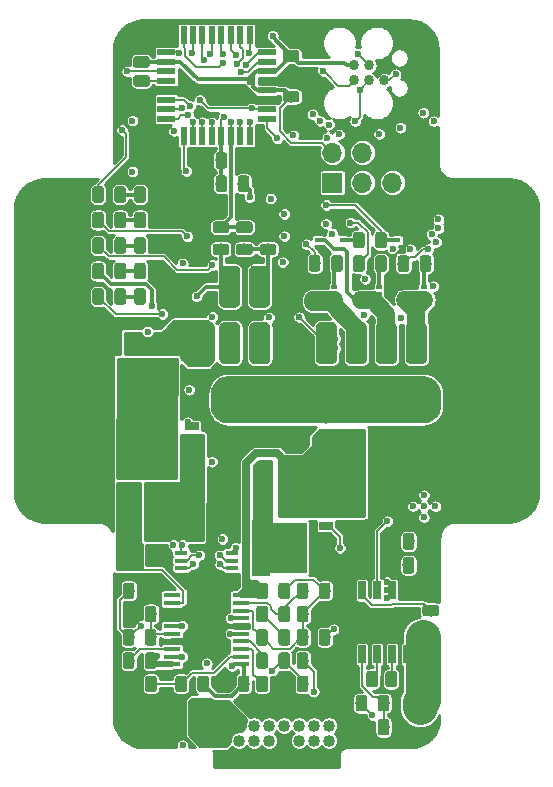
<source format=gbr>
G04 #@! TF.GenerationSoftware,KiCad,Pcbnew,(5.1.4)-1*
G04 #@! TF.CreationDate,2020-07-19T23:15:40-07:00*
G04 #@! TF.ProjectId,SkateLightMainBoard,536b6174-654c-4696-9768-744d61696e42,rev?*
G04 #@! TF.SameCoordinates,Original*
G04 #@! TF.FileFunction,Copper,L1,Top*
G04 #@! TF.FilePolarity,Positive*
%FSLAX46Y46*%
G04 Gerber Fmt 4.6, Leading zero omitted, Abs format (unit mm)*
G04 Created by KiCad (PCBNEW (5.1.4)-1) date 2020-07-19 23:15:40*
%MOMM*%
%LPD*%
G04 APERTURE LIST*
%ADD10C,0.100000*%
%ADD11C,4.000000*%
%ADD12R,1.150000X0.700000*%
%ADD13R,3.100000X4.200000*%
%ADD14R,1.500000X4.700000*%
%ADD15C,0.975000*%
%ADD16C,1.016000*%
%ADD17R,1.270000X1.400000*%
%ADD18R,4.720000X4.800000*%
%ADD19R,1.100000X0.400000*%
%ADD20R,3.150000X4.350000*%
%ADD21R,1.450000X0.450000*%
%ADD22C,1.350000*%
%ADD23C,0.864000*%
%ADD24C,1.778000*%
%ADD25C,1.250000*%
%ADD26C,4.318000*%
%ADD27R,1.400000X1.270000*%
%ADD28R,4.800000X4.720000*%
%ADD29R,0.600000X0.450000*%
%ADD30R,1.600000X0.550000*%
%ADD31R,0.550000X1.600000*%
%ADD32R,0.470000X0.400000*%
%ADD33R,1.050000X1.000000*%
%ADD34R,0.660000X0.400000*%
%ADD35R,0.650000X1.525000*%
%ADD36R,3.100000X2.400000*%
%ADD37R,1.700000X1.700000*%
%ADD38O,1.700000X1.700000*%
%ADD39C,0.600000*%
%ADD40C,0.500000*%
%ADD41C,0.200000*%
%ADD42C,0.152400*%
%ADD43C,0.350000*%
%ADD44C,0.700000*%
%ADD45C,3.000000*%
%ADD46C,1.500000*%
%ADD47C,0.254000*%
G04 APERTURE END LIST*
D10*
G36*
X12557026Y-4037223D02*
G01*
X12702635Y-4058822D01*
X12845427Y-4094589D01*
X12984025Y-4144181D01*
X13117095Y-4207118D01*
X13243355Y-4282796D01*
X13361590Y-4370484D01*
X13470660Y-4469340D01*
X13569516Y-4578410D01*
X13657204Y-4696645D01*
X13732882Y-4822905D01*
X13795819Y-4955975D01*
X13845411Y-5094573D01*
X13881178Y-5237365D01*
X13902777Y-5382974D01*
X13910000Y-5530000D01*
X13910000Y-6530000D01*
X13902777Y-6677026D01*
X13881178Y-6822635D01*
X13845411Y-6965427D01*
X13795819Y-7104025D01*
X13732882Y-7237095D01*
X13657204Y-7363355D01*
X13569516Y-7481590D01*
X13470660Y-7590660D01*
X13361590Y-7689516D01*
X13243355Y-7777204D01*
X13117095Y-7852882D01*
X12984025Y-7915819D01*
X12845427Y-7965411D01*
X12702635Y-8001178D01*
X12557026Y-8022777D01*
X12410000Y-8030000D01*
X-4090000Y-8030000D01*
X-4237026Y-8022777D01*
X-4382635Y-8001178D01*
X-4525427Y-7965411D01*
X-4664025Y-7915819D01*
X-4797095Y-7852882D01*
X-4923355Y-7777204D01*
X-5041590Y-7689516D01*
X-5150660Y-7590660D01*
X-5249516Y-7481590D01*
X-5337204Y-7363355D01*
X-5412882Y-7237095D01*
X-5475819Y-7104025D01*
X-5525411Y-6965427D01*
X-5561178Y-6822635D01*
X-5582777Y-6677026D01*
X-5590000Y-6530000D01*
X-5590000Y-5530000D01*
X-5582777Y-5382974D01*
X-5561178Y-5237365D01*
X-5525411Y-5094573D01*
X-5475819Y-4955975D01*
X-5412882Y-4822905D01*
X-5337204Y-4696645D01*
X-5249516Y-4578410D01*
X-5150660Y-4469340D01*
X-5041590Y-4370484D01*
X-4923355Y-4282796D01*
X-4797095Y-4207118D01*
X-4664025Y-4144181D01*
X-4525427Y-4094589D01*
X-4382635Y-4058822D01*
X-4237026Y-4037223D01*
X-4090000Y-4030000D01*
X12410000Y-4030000D01*
X12557026Y-4037223D01*
X12557026Y-4037223D01*
G37*
D11*
X4160000Y-6030000D03*
D12*
X4192440Y-20491600D03*
X4192440Y-19221600D03*
X4192440Y-17951600D03*
X4192440Y-16681600D03*
D13*
X1017440Y-18586600D03*
D14*
X-1282560Y-18586600D03*
D10*
G36*
X-10972718Y24926446D02*
G01*
X-10949057Y24922936D01*
X-10925853Y24917124D01*
X-10903331Y24909066D01*
X-10881707Y24898838D01*
X-10861190Y24886541D01*
X-10841977Y24872291D01*
X-10824253Y24856227D01*
X-10808189Y24838503D01*
X-10793939Y24819290D01*
X-10781642Y24798773D01*
X-10771414Y24777149D01*
X-10763356Y24754627D01*
X-10757544Y24731423D01*
X-10754034Y24707762D01*
X-10752860Y24683870D01*
X-10752860Y24196370D01*
X-10754034Y24172478D01*
X-10757544Y24148817D01*
X-10763356Y24125613D01*
X-10771414Y24103091D01*
X-10781642Y24081467D01*
X-10793939Y24060950D01*
X-10808189Y24041737D01*
X-10824253Y24024013D01*
X-10841977Y24007949D01*
X-10861190Y23993699D01*
X-10881707Y23981402D01*
X-10903331Y23971174D01*
X-10925853Y23963116D01*
X-10949057Y23957304D01*
X-10972718Y23953794D01*
X-10996610Y23952620D01*
X-11909110Y23952620D01*
X-11933002Y23953794D01*
X-11956663Y23957304D01*
X-11979867Y23963116D01*
X-12002389Y23971174D01*
X-12024013Y23981402D01*
X-12044530Y23993699D01*
X-12063743Y24007949D01*
X-12081467Y24024013D01*
X-12097531Y24041737D01*
X-12111781Y24060950D01*
X-12124078Y24081467D01*
X-12134306Y24103091D01*
X-12142364Y24125613D01*
X-12148176Y24148817D01*
X-12151686Y24172478D01*
X-12152860Y24196370D01*
X-12152860Y24683870D01*
X-12151686Y24707762D01*
X-12148176Y24731423D01*
X-12142364Y24754627D01*
X-12134306Y24777149D01*
X-12124078Y24798773D01*
X-12111781Y24819290D01*
X-12097531Y24838503D01*
X-12081467Y24856227D01*
X-12063743Y24872291D01*
X-12044530Y24886541D01*
X-12024013Y24898838D01*
X-12002389Y24909066D01*
X-11979867Y24917124D01*
X-11956663Y24922936D01*
X-11933002Y24926446D01*
X-11909110Y24927620D01*
X-10996610Y24927620D01*
X-10972718Y24926446D01*
X-10972718Y24926446D01*
G37*
D15*
X-11452860Y24440120D03*
D10*
G36*
X-10972718Y23051446D02*
G01*
X-10949057Y23047936D01*
X-10925853Y23042124D01*
X-10903331Y23034066D01*
X-10881707Y23023838D01*
X-10861190Y23011541D01*
X-10841977Y22997291D01*
X-10824253Y22981227D01*
X-10808189Y22963503D01*
X-10793939Y22944290D01*
X-10781642Y22923773D01*
X-10771414Y22902149D01*
X-10763356Y22879627D01*
X-10757544Y22856423D01*
X-10754034Y22832762D01*
X-10752860Y22808870D01*
X-10752860Y22321370D01*
X-10754034Y22297478D01*
X-10757544Y22273817D01*
X-10763356Y22250613D01*
X-10771414Y22228091D01*
X-10781642Y22206467D01*
X-10793939Y22185950D01*
X-10808189Y22166737D01*
X-10824253Y22149013D01*
X-10841977Y22132949D01*
X-10861190Y22118699D01*
X-10881707Y22106402D01*
X-10903331Y22096174D01*
X-10925853Y22088116D01*
X-10949057Y22082304D01*
X-10972718Y22078794D01*
X-10996610Y22077620D01*
X-11909110Y22077620D01*
X-11933002Y22078794D01*
X-11956663Y22082304D01*
X-11979867Y22088116D01*
X-12002389Y22096174D01*
X-12024013Y22106402D01*
X-12044530Y22118699D01*
X-12063743Y22132949D01*
X-12081467Y22149013D01*
X-12097531Y22166737D01*
X-12111781Y22185950D01*
X-12124078Y22206467D01*
X-12134306Y22228091D01*
X-12142364Y22250613D01*
X-12148176Y22273817D01*
X-12151686Y22297478D01*
X-12152860Y22321370D01*
X-12152860Y22808870D01*
X-12151686Y22832762D01*
X-12148176Y22856423D01*
X-12142364Y22879627D01*
X-12134306Y22902149D01*
X-12124078Y22923773D01*
X-12111781Y22944290D01*
X-12097531Y22963503D01*
X-12081467Y22981227D01*
X-12063743Y22997291D01*
X-12044530Y23011541D01*
X-12024013Y23023838D01*
X-12002389Y23034066D01*
X-11979867Y23042124D01*
X-11956663Y23047936D01*
X-11933002Y23051446D01*
X-11909110Y23052620D01*
X-10996610Y23052620D01*
X-10972718Y23051446D01*
X-10972718Y23051446D01*
G37*
D15*
X-11452860Y22565120D03*
D14*
X-12673420Y-10185400D03*
D13*
X-10373420Y-10185400D03*
D12*
X-7198420Y-8280400D03*
X-7198420Y-9550400D03*
X-7198420Y-10820400D03*
X-7198420Y-12090400D03*
D10*
G36*
X-12247418Y-29374774D02*
G01*
X-12223757Y-29378284D01*
X-12200553Y-29384096D01*
X-12178031Y-29392154D01*
X-12156407Y-29402382D01*
X-12135890Y-29414679D01*
X-12116677Y-29428929D01*
X-12098953Y-29444993D01*
X-12082889Y-29462717D01*
X-12068639Y-29481930D01*
X-12056342Y-29502447D01*
X-12046114Y-29524071D01*
X-12038056Y-29546593D01*
X-12032244Y-29569797D01*
X-12028734Y-29593458D01*
X-12027560Y-29617350D01*
X-12027560Y-30529850D01*
X-12028734Y-30553742D01*
X-12032244Y-30577403D01*
X-12038056Y-30600607D01*
X-12046114Y-30623129D01*
X-12056342Y-30644753D01*
X-12068639Y-30665270D01*
X-12082889Y-30684483D01*
X-12098953Y-30702207D01*
X-12116677Y-30718271D01*
X-12135890Y-30732521D01*
X-12156407Y-30744818D01*
X-12178031Y-30755046D01*
X-12200553Y-30763104D01*
X-12223757Y-30768916D01*
X-12247418Y-30772426D01*
X-12271310Y-30773600D01*
X-12758810Y-30773600D01*
X-12782702Y-30772426D01*
X-12806363Y-30768916D01*
X-12829567Y-30763104D01*
X-12852089Y-30755046D01*
X-12873713Y-30744818D01*
X-12894230Y-30732521D01*
X-12913443Y-30718271D01*
X-12931167Y-30702207D01*
X-12947231Y-30684483D01*
X-12961481Y-30665270D01*
X-12973778Y-30644753D01*
X-12984006Y-30623129D01*
X-12992064Y-30600607D01*
X-12997876Y-30577403D01*
X-13001386Y-30553742D01*
X-13002560Y-30529850D01*
X-13002560Y-29617350D01*
X-13001386Y-29593458D01*
X-12997876Y-29569797D01*
X-12992064Y-29546593D01*
X-12984006Y-29524071D01*
X-12973778Y-29502447D01*
X-12961481Y-29481930D01*
X-12947231Y-29462717D01*
X-12931167Y-29444993D01*
X-12913443Y-29428929D01*
X-12894230Y-29414679D01*
X-12873713Y-29402382D01*
X-12852089Y-29392154D01*
X-12829567Y-29384096D01*
X-12806363Y-29378284D01*
X-12782702Y-29374774D01*
X-12758810Y-29373600D01*
X-12271310Y-29373600D01*
X-12247418Y-29374774D01*
X-12247418Y-29374774D01*
G37*
D15*
X-12515060Y-30073600D03*
D10*
G36*
X-10372418Y-29374774D02*
G01*
X-10348757Y-29378284D01*
X-10325553Y-29384096D01*
X-10303031Y-29392154D01*
X-10281407Y-29402382D01*
X-10260890Y-29414679D01*
X-10241677Y-29428929D01*
X-10223953Y-29444993D01*
X-10207889Y-29462717D01*
X-10193639Y-29481930D01*
X-10181342Y-29502447D01*
X-10171114Y-29524071D01*
X-10163056Y-29546593D01*
X-10157244Y-29569797D01*
X-10153734Y-29593458D01*
X-10152560Y-29617350D01*
X-10152560Y-30529850D01*
X-10153734Y-30553742D01*
X-10157244Y-30577403D01*
X-10163056Y-30600607D01*
X-10171114Y-30623129D01*
X-10181342Y-30644753D01*
X-10193639Y-30665270D01*
X-10207889Y-30684483D01*
X-10223953Y-30702207D01*
X-10241677Y-30718271D01*
X-10260890Y-30732521D01*
X-10281407Y-30744818D01*
X-10303031Y-30755046D01*
X-10325553Y-30763104D01*
X-10348757Y-30768916D01*
X-10372418Y-30772426D01*
X-10396310Y-30773600D01*
X-10883810Y-30773600D01*
X-10907702Y-30772426D01*
X-10931363Y-30768916D01*
X-10954567Y-30763104D01*
X-10977089Y-30755046D01*
X-10998713Y-30744818D01*
X-11019230Y-30732521D01*
X-11038443Y-30718271D01*
X-11056167Y-30702207D01*
X-11072231Y-30684483D01*
X-11086481Y-30665270D01*
X-11098778Y-30644753D01*
X-11109006Y-30623129D01*
X-11117064Y-30600607D01*
X-11122876Y-30577403D01*
X-11126386Y-30553742D01*
X-11127560Y-30529850D01*
X-11127560Y-29617350D01*
X-11126386Y-29593458D01*
X-11122876Y-29569797D01*
X-11117064Y-29546593D01*
X-11109006Y-29524071D01*
X-11098778Y-29502447D01*
X-11086481Y-29481930D01*
X-11072231Y-29462717D01*
X-11056167Y-29444993D01*
X-11038443Y-29428929D01*
X-11019230Y-29414679D01*
X-10998713Y-29402382D01*
X-10977089Y-29392154D01*
X-10954567Y-29384096D01*
X-10931363Y-29378284D01*
X-10907702Y-29374774D01*
X-10883810Y-29373600D01*
X-10396310Y-29373600D01*
X-10372418Y-29374774D01*
X-10372418Y-29374774D01*
G37*
D15*
X-10640060Y-30073600D03*
D10*
G36*
X-7817418Y-29374774D02*
G01*
X-7793757Y-29378284D01*
X-7770553Y-29384096D01*
X-7748031Y-29392154D01*
X-7726407Y-29402382D01*
X-7705890Y-29414679D01*
X-7686677Y-29428929D01*
X-7668953Y-29444993D01*
X-7652889Y-29462717D01*
X-7638639Y-29481930D01*
X-7626342Y-29502447D01*
X-7616114Y-29524071D01*
X-7608056Y-29546593D01*
X-7602244Y-29569797D01*
X-7598734Y-29593458D01*
X-7597560Y-29617350D01*
X-7597560Y-30529850D01*
X-7598734Y-30553742D01*
X-7602244Y-30577403D01*
X-7608056Y-30600607D01*
X-7616114Y-30623129D01*
X-7626342Y-30644753D01*
X-7638639Y-30665270D01*
X-7652889Y-30684483D01*
X-7668953Y-30702207D01*
X-7686677Y-30718271D01*
X-7705890Y-30732521D01*
X-7726407Y-30744818D01*
X-7748031Y-30755046D01*
X-7770553Y-30763104D01*
X-7793757Y-30768916D01*
X-7817418Y-30772426D01*
X-7841310Y-30773600D01*
X-8328810Y-30773600D01*
X-8352702Y-30772426D01*
X-8376363Y-30768916D01*
X-8399567Y-30763104D01*
X-8422089Y-30755046D01*
X-8443713Y-30744818D01*
X-8464230Y-30732521D01*
X-8483443Y-30718271D01*
X-8501167Y-30702207D01*
X-8517231Y-30684483D01*
X-8531481Y-30665270D01*
X-8543778Y-30644753D01*
X-8554006Y-30623129D01*
X-8562064Y-30600607D01*
X-8567876Y-30577403D01*
X-8571386Y-30553742D01*
X-8572560Y-30529850D01*
X-8572560Y-29617350D01*
X-8571386Y-29593458D01*
X-8567876Y-29569797D01*
X-8562064Y-29546593D01*
X-8554006Y-29524071D01*
X-8543778Y-29502447D01*
X-8531481Y-29481930D01*
X-8517231Y-29462717D01*
X-8501167Y-29444993D01*
X-8483443Y-29428929D01*
X-8464230Y-29414679D01*
X-8443713Y-29402382D01*
X-8422089Y-29392154D01*
X-8399567Y-29384096D01*
X-8376363Y-29378284D01*
X-8352702Y-29374774D01*
X-8328810Y-29373600D01*
X-7841310Y-29373600D01*
X-7817418Y-29374774D01*
X-7817418Y-29374774D01*
G37*
D15*
X-8085060Y-30073600D03*
D10*
G36*
X-5942418Y-29374774D02*
G01*
X-5918757Y-29378284D01*
X-5895553Y-29384096D01*
X-5873031Y-29392154D01*
X-5851407Y-29402382D01*
X-5830890Y-29414679D01*
X-5811677Y-29428929D01*
X-5793953Y-29444993D01*
X-5777889Y-29462717D01*
X-5763639Y-29481930D01*
X-5751342Y-29502447D01*
X-5741114Y-29524071D01*
X-5733056Y-29546593D01*
X-5727244Y-29569797D01*
X-5723734Y-29593458D01*
X-5722560Y-29617350D01*
X-5722560Y-30529850D01*
X-5723734Y-30553742D01*
X-5727244Y-30577403D01*
X-5733056Y-30600607D01*
X-5741114Y-30623129D01*
X-5751342Y-30644753D01*
X-5763639Y-30665270D01*
X-5777889Y-30684483D01*
X-5793953Y-30702207D01*
X-5811677Y-30718271D01*
X-5830890Y-30732521D01*
X-5851407Y-30744818D01*
X-5873031Y-30755046D01*
X-5895553Y-30763104D01*
X-5918757Y-30768916D01*
X-5942418Y-30772426D01*
X-5966310Y-30773600D01*
X-6453810Y-30773600D01*
X-6477702Y-30772426D01*
X-6501363Y-30768916D01*
X-6524567Y-30763104D01*
X-6547089Y-30755046D01*
X-6568713Y-30744818D01*
X-6589230Y-30732521D01*
X-6608443Y-30718271D01*
X-6626167Y-30702207D01*
X-6642231Y-30684483D01*
X-6656481Y-30665270D01*
X-6668778Y-30644753D01*
X-6679006Y-30623129D01*
X-6687064Y-30600607D01*
X-6692876Y-30577403D01*
X-6696386Y-30553742D01*
X-6697560Y-30529850D01*
X-6697560Y-29617350D01*
X-6696386Y-29593458D01*
X-6692876Y-29569797D01*
X-6687064Y-29546593D01*
X-6679006Y-29524071D01*
X-6668778Y-29502447D01*
X-6656481Y-29481930D01*
X-6642231Y-29462717D01*
X-6626167Y-29444993D01*
X-6608443Y-29428929D01*
X-6589230Y-29414679D01*
X-6568713Y-29402382D01*
X-6547089Y-29392154D01*
X-6524567Y-29384096D01*
X-6501363Y-29378284D01*
X-6477702Y-29374774D01*
X-6453810Y-29373600D01*
X-5966310Y-29373600D01*
X-5942418Y-29374774D01*
X-5942418Y-29374774D01*
G37*
D15*
X-6210060Y-30073600D03*
D10*
G36*
X4344582Y-25437774D02*
G01*
X4368243Y-25441284D01*
X4391447Y-25447096D01*
X4413969Y-25455154D01*
X4435593Y-25465382D01*
X4456110Y-25477679D01*
X4475323Y-25491929D01*
X4493047Y-25507993D01*
X4509111Y-25525717D01*
X4523361Y-25544930D01*
X4535658Y-25565447D01*
X4545886Y-25587071D01*
X4553944Y-25609593D01*
X4559756Y-25632797D01*
X4563266Y-25656458D01*
X4564440Y-25680350D01*
X4564440Y-26592850D01*
X4563266Y-26616742D01*
X4559756Y-26640403D01*
X4553944Y-26663607D01*
X4545886Y-26686129D01*
X4535658Y-26707753D01*
X4523361Y-26728270D01*
X4509111Y-26747483D01*
X4493047Y-26765207D01*
X4475323Y-26781271D01*
X4456110Y-26795521D01*
X4435593Y-26807818D01*
X4413969Y-26818046D01*
X4391447Y-26826104D01*
X4368243Y-26831916D01*
X4344582Y-26835426D01*
X4320690Y-26836600D01*
X3833190Y-26836600D01*
X3809298Y-26835426D01*
X3785637Y-26831916D01*
X3762433Y-26826104D01*
X3739911Y-26818046D01*
X3718287Y-26807818D01*
X3697770Y-26795521D01*
X3678557Y-26781271D01*
X3660833Y-26765207D01*
X3644769Y-26747483D01*
X3630519Y-26728270D01*
X3618222Y-26707753D01*
X3607994Y-26686129D01*
X3599936Y-26663607D01*
X3594124Y-26640403D01*
X3590614Y-26616742D01*
X3589440Y-26592850D01*
X3589440Y-25680350D01*
X3590614Y-25656458D01*
X3594124Y-25632797D01*
X3599936Y-25609593D01*
X3607994Y-25587071D01*
X3618222Y-25565447D01*
X3630519Y-25544930D01*
X3644769Y-25525717D01*
X3660833Y-25507993D01*
X3678557Y-25491929D01*
X3697770Y-25477679D01*
X3718287Y-25465382D01*
X3739911Y-25455154D01*
X3762433Y-25447096D01*
X3785637Y-25441284D01*
X3809298Y-25437774D01*
X3833190Y-25436600D01*
X4320690Y-25436600D01*
X4344582Y-25437774D01*
X4344582Y-25437774D01*
G37*
D15*
X4076940Y-26136600D03*
D10*
G36*
X2469582Y-25437774D02*
G01*
X2493243Y-25441284D01*
X2516447Y-25447096D01*
X2538969Y-25455154D01*
X2560593Y-25465382D01*
X2581110Y-25477679D01*
X2600323Y-25491929D01*
X2618047Y-25507993D01*
X2634111Y-25525717D01*
X2648361Y-25544930D01*
X2660658Y-25565447D01*
X2670886Y-25587071D01*
X2678944Y-25609593D01*
X2684756Y-25632797D01*
X2688266Y-25656458D01*
X2689440Y-25680350D01*
X2689440Y-26592850D01*
X2688266Y-26616742D01*
X2684756Y-26640403D01*
X2678944Y-26663607D01*
X2670886Y-26686129D01*
X2660658Y-26707753D01*
X2648361Y-26728270D01*
X2634111Y-26747483D01*
X2618047Y-26765207D01*
X2600323Y-26781271D01*
X2581110Y-26795521D01*
X2560593Y-26807818D01*
X2538969Y-26818046D01*
X2516447Y-26826104D01*
X2493243Y-26831916D01*
X2469582Y-26835426D01*
X2445690Y-26836600D01*
X1958190Y-26836600D01*
X1934298Y-26835426D01*
X1910637Y-26831916D01*
X1887433Y-26826104D01*
X1864911Y-26818046D01*
X1843287Y-26807818D01*
X1822770Y-26795521D01*
X1803557Y-26781271D01*
X1785833Y-26765207D01*
X1769769Y-26747483D01*
X1755519Y-26728270D01*
X1743222Y-26707753D01*
X1732994Y-26686129D01*
X1724936Y-26663607D01*
X1719124Y-26640403D01*
X1715614Y-26616742D01*
X1714440Y-26592850D01*
X1714440Y-25680350D01*
X1715614Y-25656458D01*
X1719124Y-25632797D01*
X1724936Y-25609593D01*
X1732994Y-25587071D01*
X1743222Y-25565447D01*
X1755519Y-25544930D01*
X1769769Y-25525717D01*
X1785833Y-25507993D01*
X1803557Y-25491929D01*
X1822770Y-25477679D01*
X1843287Y-25465382D01*
X1864911Y-25455154D01*
X1887433Y-25447096D01*
X1910637Y-25441284D01*
X1934298Y-25437774D01*
X1958190Y-25436600D01*
X2445690Y-25436600D01*
X2469582Y-25437774D01*
X2469582Y-25437774D01*
G37*
D15*
X2201940Y-26136600D03*
D16*
X-4445000Y-33613000D03*
X-4445000Y-34883000D03*
X-3175000Y-33613000D03*
X-3175000Y-34883000D03*
X-1905000Y-33613000D03*
X-1905000Y-34883000D03*
X-635000Y-33613000D03*
X-635000Y-34883000D03*
X635000Y-33613000D03*
X635000Y-34883000D03*
X1905000Y-33613000D03*
X1905000Y-34883000D03*
X3175000Y-33613000D03*
X3175000Y-34883000D03*
X4445000Y-33613000D03*
X4445000Y-34883000D03*
D10*
G36*
X4344582Y-27406274D02*
G01*
X4368243Y-27409784D01*
X4391447Y-27415596D01*
X4413969Y-27423654D01*
X4435593Y-27433882D01*
X4456110Y-27446179D01*
X4475323Y-27460429D01*
X4493047Y-27476493D01*
X4509111Y-27494217D01*
X4523361Y-27513430D01*
X4535658Y-27533947D01*
X4545886Y-27555571D01*
X4553944Y-27578093D01*
X4559756Y-27601297D01*
X4563266Y-27624958D01*
X4564440Y-27648850D01*
X4564440Y-28561350D01*
X4563266Y-28585242D01*
X4559756Y-28608903D01*
X4553944Y-28632107D01*
X4545886Y-28654629D01*
X4535658Y-28676253D01*
X4523361Y-28696770D01*
X4509111Y-28715983D01*
X4493047Y-28733707D01*
X4475323Y-28749771D01*
X4456110Y-28764021D01*
X4435593Y-28776318D01*
X4413969Y-28786546D01*
X4391447Y-28794604D01*
X4368243Y-28800416D01*
X4344582Y-28803926D01*
X4320690Y-28805100D01*
X3833190Y-28805100D01*
X3809298Y-28803926D01*
X3785637Y-28800416D01*
X3762433Y-28794604D01*
X3739911Y-28786546D01*
X3718287Y-28776318D01*
X3697770Y-28764021D01*
X3678557Y-28749771D01*
X3660833Y-28733707D01*
X3644769Y-28715983D01*
X3630519Y-28696770D01*
X3618222Y-28676253D01*
X3607994Y-28654629D01*
X3599936Y-28632107D01*
X3594124Y-28608903D01*
X3590614Y-28585242D01*
X3589440Y-28561350D01*
X3589440Y-27648850D01*
X3590614Y-27624958D01*
X3594124Y-27601297D01*
X3599936Y-27578093D01*
X3607994Y-27555571D01*
X3618222Y-27533947D01*
X3630519Y-27513430D01*
X3644769Y-27494217D01*
X3660833Y-27476493D01*
X3678557Y-27460429D01*
X3697770Y-27446179D01*
X3718287Y-27433882D01*
X3739911Y-27423654D01*
X3762433Y-27415596D01*
X3785637Y-27409784D01*
X3809298Y-27406274D01*
X3833190Y-27405100D01*
X4320690Y-27405100D01*
X4344582Y-27406274D01*
X4344582Y-27406274D01*
G37*
D15*
X4076940Y-28105100D03*
D10*
G36*
X2469582Y-27406274D02*
G01*
X2493243Y-27409784D01*
X2516447Y-27415596D01*
X2538969Y-27423654D01*
X2560593Y-27433882D01*
X2581110Y-27446179D01*
X2600323Y-27460429D01*
X2618047Y-27476493D01*
X2634111Y-27494217D01*
X2648361Y-27513430D01*
X2660658Y-27533947D01*
X2670886Y-27555571D01*
X2678944Y-27578093D01*
X2684756Y-27601297D01*
X2688266Y-27624958D01*
X2689440Y-27648850D01*
X2689440Y-28561350D01*
X2688266Y-28585242D01*
X2684756Y-28608903D01*
X2678944Y-28632107D01*
X2670886Y-28654629D01*
X2660658Y-28676253D01*
X2648361Y-28696770D01*
X2634111Y-28715983D01*
X2618047Y-28733707D01*
X2600323Y-28749771D01*
X2581110Y-28764021D01*
X2560593Y-28776318D01*
X2538969Y-28786546D01*
X2516447Y-28794604D01*
X2493243Y-28800416D01*
X2469582Y-28803926D01*
X2445690Y-28805100D01*
X1958190Y-28805100D01*
X1934298Y-28803926D01*
X1910637Y-28800416D01*
X1887433Y-28794604D01*
X1864911Y-28786546D01*
X1843287Y-28776318D01*
X1822770Y-28764021D01*
X1803557Y-28749771D01*
X1785833Y-28733707D01*
X1769769Y-28715983D01*
X1755519Y-28696770D01*
X1743222Y-28676253D01*
X1732994Y-28654629D01*
X1724936Y-28632107D01*
X1719124Y-28608903D01*
X1715614Y-28585242D01*
X1714440Y-28561350D01*
X1714440Y-27648850D01*
X1715614Y-27624958D01*
X1719124Y-27601297D01*
X1724936Y-27578093D01*
X1732994Y-27555571D01*
X1743222Y-27533947D01*
X1755519Y-27513430D01*
X1769769Y-27494217D01*
X1785833Y-27476493D01*
X1803557Y-27460429D01*
X1822770Y-27446179D01*
X1843287Y-27433882D01*
X1864911Y-27423654D01*
X1887433Y-27415596D01*
X1910637Y-27409784D01*
X1934298Y-27406274D01*
X1958190Y-27405100D01*
X2445690Y-27405100D01*
X2469582Y-27406274D01*
X2469582Y-27406274D01*
G37*
D15*
X2201940Y-28105100D03*
D10*
G36*
X-4388418Y-29374774D02*
G01*
X-4364757Y-29378284D01*
X-4341553Y-29384096D01*
X-4319031Y-29392154D01*
X-4297407Y-29402382D01*
X-4276890Y-29414679D01*
X-4257677Y-29428929D01*
X-4239953Y-29444993D01*
X-4223889Y-29462717D01*
X-4209639Y-29481930D01*
X-4197342Y-29502447D01*
X-4187114Y-29524071D01*
X-4179056Y-29546593D01*
X-4173244Y-29569797D01*
X-4169734Y-29593458D01*
X-4168560Y-29617350D01*
X-4168560Y-30529850D01*
X-4169734Y-30553742D01*
X-4173244Y-30577403D01*
X-4179056Y-30600607D01*
X-4187114Y-30623129D01*
X-4197342Y-30644753D01*
X-4209639Y-30665270D01*
X-4223889Y-30684483D01*
X-4239953Y-30702207D01*
X-4257677Y-30718271D01*
X-4276890Y-30732521D01*
X-4297407Y-30744818D01*
X-4319031Y-30755046D01*
X-4341553Y-30763104D01*
X-4364757Y-30768916D01*
X-4388418Y-30772426D01*
X-4412310Y-30773600D01*
X-4899810Y-30773600D01*
X-4923702Y-30772426D01*
X-4947363Y-30768916D01*
X-4970567Y-30763104D01*
X-4993089Y-30755046D01*
X-5014713Y-30744818D01*
X-5035230Y-30732521D01*
X-5054443Y-30718271D01*
X-5072167Y-30702207D01*
X-5088231Y-30684483D01*
X-5102481Y-30665270D01*
X-5114778Y-30644753D01*
X-5125006Y-30623129D01*
X-5133064Y-30600607D01*
X-5138876Y-30577403D01*
X-5142386Y-30553742D01*
X-5143560Y-30529850D01*
X-5143560Y-29617350D01*
X-5142386Y-29593458D01*
X-5138876Y-29569797D01*
X-5133064Y-29546593D01*
X-5125006Y-29524071D01*
X-5114778Y-29502447D01*
X-5102481Y-29481930D01*
X-5088231Y-29462717D01*
X-5072167Y-29444993D01*
X-5054443Y-29428929D01*
X-5035230Y-29414679D01*
X-5014713Y-29402382D01*
X-4993089Y-29392154D01*
X-4970567Y-29384096D01*
X-4947363Y-29378284D01*
X-4923702Y-29374774D01*
X-4899810Y-29373600D01*
X-4412310Y-29373600D01*
X-4388418Y-29374774D01*
X-4388418Y-29374774D01*
G37*
D15*
X-4656060Y-30073600D03*
D10*
G36*
X-2513418Y-29374774D02*
G01*
X-2489757Y-29378284D01*
X-2466553Y-29384096D01*
X-2444031Y-29392154D01*
X-2422407Y-29402382D01*
X-2401890Y-29414679D01*
X-2382677Y-29428929D01*
X-2364953Y-29444993D01*
X-2348889Y-29462717D01*
X-2334639Y-29481930D01*
X-2322342Y-29502447D01*
X-2312114Y-29524071D01*
X-2304056Y-29546593D01*
X-2298244Y-29569797D01*
X-2294734Y-29593458D01*
X-2293560Y-29617350D01*
X-2293560Y-30529850D01*
X-2294734Y-30553742D01*
X-2298244Y-30577403D01*
X-2304056Y-30600607D01*
X-2312114Y-30623129D01*
X-2322342Y-30644753D01*
X-2334639Y-30665270D01*
X-2348889Y-30684483D01*
X-2364953Y-30702207D01*
X-2382677Y-30718271D01*
X-2401890Y-30732521D01*
X-2422407Y-30744818D01*
X-2444031Y-30755046D01*
X-2466553Y-30763104D01*
X-2489757Y-30768916D01*
X-2513418Y-30772426D01*
X-2537310Y-30773600D01*
X-3024810Y-30773600D01*
X-3048702Y-30772426D01*
X-3072363Y-30768916D01*
X-3095567Y-30763104D01*
X-3118089Y-30755046D01*
X-3139713Y-30744818D01*
X-3160230Y-30732521D01*
X-3179443Y-30718271D01*
X-3197167Y-30702207D01*
X-3213231Y-30684483D01*
X-3227481Y-30665270D01*
X-3239778Y-30644753D01*
X-3250006Y-30623129D01*
X-3258064Y-30600607D01*
X-3263876Y-30577403D01*
X-3267386Y-30553742D01*
X-3268560Y-30529850D01*
X-3268560Y-29617350D01*
X-3267386Y-29593458D01*
X-3263876Y-29569797D01*
X-3258064Y-29546593D01*
X-3250006Y-29524071D01*
X-3239778Y-29502447D01*
X-3227481Y-29481930D01*
X-3213231Y-29462717D01*
X-3197167Y-29444993D01*
X-3179443Y-29428929D01*
X-3160230Y-29414679D01*
X-3139713Y-29402382D01*
X-3118089Y-29392154D01*
X-3095567Y-29384096D01*
X-3072363Y-29378284D01*
X-3048702Y-29374774D01*
X-3024810Y-29373600D01*
X-2537310Y-29373600D01*
X-2513418Y-29374774D01*
X-2513418Y-29374774D01*
G37*
D15*
X-2781060Y-30073600D03*
D10*
G36*
X-959418Y-25437774D02*
G01*
X-935757Y-25441284D01*
X-912553Y-25447096D01*
X-890031Y-25455154D01*
X-868407Y-25465382D01*
X-847890Y-25477679D01*
X-828677Y-25491929D01*
X-810953Y-25507993D01*
X-794889Y-25525717D01*
X-780639Y-25544930D01*
X-768342Y-25565447D01*
X-758114Y-25587071D01*
X-750056Y-25609593D01*
X-744244Y-25632797D01*
X-740734Y-25656458D01*
X-739560Y-25680350D01*
X-739560Y-26592850D01*
X-740734Y-26616742D01*
X-744244Y-26640403D01*
X-750056Y-26663607D01*
X-758114Y-26686129D01*
X-768342Y-26707753D01*
X-780639Y-26728270D01*
X-794889Y-26747483D01*
X-810953Y-26765207D01*
X-828677Y-26781271D01*
X-847890Y-26795521D01*
X-868407Y-26807818D01*
X-890031Y-26818046D01*
X-912553Y-26826104D01*
X-935757Y-26831916D01*
X-959418Y-26835426D01*
X-983310Y-26836600D01*
X-1470810Y-26836600D01*
X-1494702Y-26835426D01*
X-1518363Y-26831916D01*
X-1541567Y-26826104D01*
X-1564089Y-26818046D01*
X-1585713Y-26807818D01*
X-1606230Y-26795521D01*
X-1625443Y-26781271D01*
X-1643167Y-26765207D01*
X-1659231Y-26747483D01*
X-1673481Y-26728270D01*
X-1685778Y-26707753D01*
X-1696006Y-26686129D01*
X-1704064Y-26663607D01*
X-1709876Y-26640403D01*
X-1713386Y-26616742D01*
X-1714560Y-26592850D01*
X-1714560Y-25680350D01*
X-1713386Y-25656458D01*
X-1709876Y-25632797D01*
X-1704064Y-25609593D01*
X-1696006Y-25587071D01*
X-1685778Y-25565447D01*
X-1673481Y-25544930D01*
X-1659231Y-25525717D01*
X-1643167Y-25507993D01*
X-1625443Y-25491929D01*
X-1606230Y-25477679D01*
X-1585713Y-25465382D01*
X-1564089Y-25455154D01*
X-1541567Y-25447096D01*
X-1518363Y-25441284D01*
X-1494702Y-25437774D01*
X-1470810Y-25436600D01*
X-983310Y-25436600D01*
X-959418Y-25437774D01*
X-959418Y-25437774D01*
G37*
D15*
X-1227060Y-26136600D03*
D10*
G36*
X915582Y-25437774D02*
G01*
X939243Y-25441284D01*
X962447Y-25447096D01*
X984969Y-25455154D01*
X1006593Y-25465382D01*
X1027110Y-25477679D01*
X1046323Y-25491929D01*
X1064047Y-25507993D01*
X1080111Y-25525717D01*
X1094361Y-25544930D01*
X1106658Y-25565447D01*
X1116886Y-25587071D01*
X1124944Y-25609593D01*
X1130756Y-25632797D01*
X1134266Y-25656458D01*
X1135440Y-25680350D01*
X1135440Y-26592850D01*
X1134266Y-26616742D01*
X1130756Y-26640403D01*
X1124944Y-26663607D01*
X1116886Y-26686129D01*
X1106658Y-26707753D01*
X1094361Y-26728270D01*
X1080111Y-26747483D01*
X1064047Y-26765207D01*
X1046323Y-26781271D01*
X1027110Y-26795521D01*
X1006593Y-26807818D01*
X984969Y-26818046D01*
X962447Y-26826104D01*
X939243Y-26831916D01*
X915582Y-26835426D01*
X891690Y-26836600D01*
X404190Y-26836600D01*
X380298Y-26835426D01*
X356637Y-26831916D01*
X333433Y-26826104D01*
X310911Y-26818046D01*
X289287Y-26807818D01*
X268770Y-26795521D01*
X249557Y-26781271D01*
X231833Y-26765207D01*
X215769Y-26747483D01*
X201519Y-26728270D01*
X189222Y-26707753D01*
X178994Y-26686129D01*
X170936Y-26663607D01*
X165124Y-26640403D01*
X161614Y-26616742D01*
X160440Y-26592850D01*
X160440Y-25680350D01*
X161614Y-25656458D01*
X165124Y-25632797D01*
X170936Y-25609593D01*
X178994Y-25587071D01*
X189222Y-25565447D01*
X201519Y-25544930D01*
X215769Y-25525717D01*
X231833Y-25507993D01*
X249557Y-25491929D01*
X268770Y-25477679D01*
X289287Y-25465382D01*
X310911Y-25455154D01*
X333433Y-25447096D01*
X356637Y-25441284D01*
X380298Y-25437774D01*
X404190Y-25436600D01*
X891690Y-25436600D01*
X915582Y-25437774D01*
X915582Y-25437774D01*
G37*
D15*
X647940Y-26136600D03*
D10*
G36*
X4344582Y-21500774D02*
G01*
X4368243Y-21504284D01*
X4391447Y-21510096D01*
X4413969Y-21518154D01*
X4435593Y-21528382D01*
X4456110Y-21540679D01*
X4475323Y-21554929D01*
X4493047Y-21570993D01*
X4509111Y-21588717D01*
X4523361Y-21607930D01*
X4535658Y-21628447D01*
X4545886Y-21650071D01*
X4553944Y-21672593D01*
X4559756Y-21695797D01*
X4563266Y-21719458D01*
X4564440Y-21743350D01*
X4564440Y-22655850D01*
X4563266Y-22679742D01*
X4559756Y-22703403D01*
X4553944Y-22726607D01*
X4545886Y-22749129D01*
X4535658Y-22770753D01*
X4523361Y-22791270D01*
X4509111Y-22810483D01*
X4493047Y-22828207D01*
X4475323Y-22844271D01*
X4456110Y-22858521D01*
X4435593Y-22870818D01*
X4413969Y-22881046D01*
X4391447Y-22889104D01*
X4368243Y-22894916D01*
X4344582Y-22898426D01*
X4320690Y-22899600D01*
X3833190Y-22899600D01*
X3809298Y-22898426D01*
X3785637Y-22894916D01*
X3762433Y-22889104D01*
X3739911Y-22881046D01*
X3718287Y-22870818D01*
X3697770Y-22858521D01*
X3678557Y-22844271D01*
X3660833Y-22828207D01*
X3644769Y-22810483D01*
X3630519Y-22791270D01*
X3618222Y-22770753D01*
X3607994Y-22749129D01*
X3599936Y-22726607D01*
X3594124Y-22703403D01*
X3590614Y-22679742D01*
X3589440Y-22655850D01*
X3589440Y-21743350D01*
X3590614Y-21719458D01*
X3594124Y-21695797D01*
X3599936Y-21672593D01*
X3607994Y-21650071D01*
X3618222Y-21628447D01*
X3630519Y-21607930D01*
X3644769Y-21588717D01*
X3660833Y-21570993D01*
X3678557Y-21554929D01*
X3697770Y-21540679D01*
X3718287Y-21528382D01*
X3739911Y-21518154D01*
X3762433Y-21510096D01*
X3785637Y-21504284D01*
X3809298Y-21500774D01*
X3833190Y-21499600D01*
X4320690Y-21499600D01*
X4344582Y-21500774D01*
X4344582Y-21500774D01*
G37*
D15*
X4076940Y-22199600D03*
D10*
G36*
X2469582Y-21500774D02*
G01*
X2493243Y-21504284D01*
X2516447Y-21510096D01*
X2538969Y-21518154D01*
X2560593Y-21528382D01*
X2581110Y-21540679D01*
X2600323Y-21554929D01*
X2618047Y-21570993D01*
X2634111Y-21588717D01*
X2648361Y-21607930D01*
X2660658Y-21628447D01*
X2670886Y-21650071D01*
X2678944Y-21672593D01*
X2684756Y-21695797D01*
X2688266Y-21719458D01*
X2689440Y-21743350D01*
X2689440Y-22655850D01*
X2688266Y-22679742D01*
X2684756Y-22703403D01*
X2678944Y-22726607D01*
X2670886Y-22749129D01*
X2660658Y-22770753D01*
X2648361Y-22791270D01*
X2634111Y-22810483D01*
X2618047Y-22828207D01*
X2600323Y-22844271D01*
X2581110Y-22858521D01*
X2560593Y-22870818D01*
X2538969Y-22881046D01*
X2516447Y-22889104D01*
X2493243Y-22894916D01*
X2469582Y-22898426D01*
X2445690Y-22899600D01*
X1958190Y-22899600D01*
X1934298Y-22898426D01*
X1910637Y-22894916D01*
X1887433Y-22889104D01*
X1864911Y-22881046D01*
X1843287Y-22870818D01*
X1822770Y-22858521D01*
X1803557Y-22844271D01*
X1785833Y-22828207D01*
X1769769Y-22810483D01*
X1755519Y-22791270D01*
X1743222Y-22770753D01*
X1732994Y-22749129D01*
X1724936Y-22726607D01*
X1719124Y-22703403D01*
X1715614Y-22679742D01*
X1714440Y-22655850D01*
X1714440Y-21743350D01*
X1715614Y-21719458D01*
X1719124Y-21695797D01*
X1724936Y-21672593D01*
X1732994Y-21650071D01*
X1743222Y-21628447D01*
X1755519Y-21607930D01*
X1769769Y-21588717D01*
X1785833Y-21570993D01*
X1803557Y-21554929D01*
X1822770Y-21540679D01*
X1843287Y-21528382D01*
X1864911Y-21518154D01*
X1887433Y-21510096D01*
X1910637Y-21504284D01*
X1934298Y-21500774D01*
X1958190Y-21499600D01*
X2445690Y-21499600D01*
X2469582Y-21500774D01*
X2469582Y-21500774D01*
G37*
D15*
X2201940Y-22199600D03*
D10*
G36*
X-12262418Y-27406274D02*
G01*
X-12238757Y-27409784D01*
X-12215553Y-27415596D01*
X-12193031Y-27423654D01*
X-12171407Y-27433882D01*
X-12150890Y-27446179D01*
X-12131677Y-27460429D01*
X-12113953Y-27476493D01*
X-12097889Y-27494217D01*
X-12083639Y-27513430D01*
X-12071342Y-27533947D01*
X-12061114Y-27555571D01*
X-12053056Y-27578093D01*
X-12047244Y-27601297D01*
X-12043734Y-27624958D01*
X-12042560Y-27648850D01*
X-12042560Y-28561350D01*
X-12043734Y-28585242D01*
X-12047244Y-28608903D01*
X-12053056Y-28632107D01*
X-12061114Y-28654629D01*
X-12071342Y-28676253D01*
X-12083639Y-28696770D01*
X-12097889Y-28715983D01*
X-12113953Y-28733707D01*
X-12131677Y-28749771D01*
X-12150890Y-28764021D01*
X-12171407Y-28776318D01*
X-12193031Y-28786546D01*
X-12215553Y-28794604D01*
X-12238757Y-28800416D01*
X-12262418Y-28803926D01*
X-12286310Y-28805100D01*
X-12773810Y-28805100D01*
X-12797702Y-28803926D01*
X-12821363Y-28800416D01*
X-12844567Y-28794604D01*
X-12867089Y-28786546D01*
X-12888713Y-28776318D01*
X-12909230Y-28764021D01*
X-12928443Y-28749771D01*
X-12946167Y-28733707D01*
X-12962231Y-28715983D01*
X-12976481Y-28696770D01*
X-12988778Y-28676253D01*
X-12999006Y-28654629D01*
X-13007064Y-28632107D01*
X-13012876Y-28608903D01*
X-13016386Y-28585242D01*
X-13017560Y-28561350D01*
X-13017560Y-27648850D01*
X-13016386Y-27624958D01*
X-13012876Y-27601297D01*
X-13007064Y-27578093D01*
X-12999006Y-27555571D01*
X-12988778Y-27533947D01*
X-12976481Y-27513430D01*
X-12962231Y-27494217D01*
X-12946167Y-27476493D01*
X-12928443Y-27460429D01*
X-12909230Y-27446179D01*
X-12888713Y-27433882D01*
X-12867089Y-27423654D01*
X-12844567Y-27415596D01*
X-12821363Y-27409784D01*
X-12797702Y-27406274D01*
X-12773810Y-27405100D01*
X-12286310Y-27405100D01*
X-12262418Y-27406274D01*
X-12262418Y-27406274D01*
G37*
D15*
X-12530060Y-28105100D03*
D10*
G36*
X-10387418Y-27406274D02*
G01*
X-10363757Y-27409784D01*
X-10340553Y-27415596D01*
X-10318031Y-27423654D01*
X-10296407Y-27433882D01*
X-10275890Y-27446179D01*
X-10256677Y-27460429D01*
X-10238953Y-27476493D01*
X-10222889Y-27494217D01*
X-10208639Y-27513430D01*
X-10196342Y-27533947D01*
X-10186114Y-27555571D01*
X-10178056Y-27578093D01*
X-10172244Y-27601297D01*
X-10168734Y-27624958D01*
X-10167560Y-27648850D01*
X-10167560Y-28561350D01*
X-10168734Y-28585242D01*
X-10172244Y-28608903D01*
X-10178056Y-28632107D01*
X-10186114Y-28654629D01*
X-10196342Y-28676253D01*
X-10208639Y-28696770D01*
X-10222889Y-28715983D01*
X-10238953Y-28733707D01*
X-10256677Y-28749771D01*
X-10275890Y-28764021D01*
X-10296407Y-28776318D01*
X-10318031Y-28786546D01*
X-10340553Y-28794604D01*
X-10363757Y-28800416D01*
X-10387418Y-28803926D01*
X-10411310Y-28805100D01*
X-10898810Y-28805100D01*
X-10922702Y-28803926D01*
X-10946363Y-28800416D01*
X-10969567Y-28794604D01*
X-10992089Y-28786546D01*
X-11013713Y-28776318D01*
X-11034230Y-28764021D01*
X-11053443Y-28749771D01*
X-11071167Y-28733707D01*
X-11087231Y-28715983D01*
X-11101481Y-28696770D01*
X-11113778Y-28676253D01*
X-11124006Y-28654629D01*
X-11132064Y-28632107D01*
X-11137876Y-28608903D01*
X-11141386Y-28585242D01*
X-11142560Y-28561350D01*
X-11142560Y-27648850D01*
X-11141386Y-27624958D01*
X-11137876Y-27601297D01*
X-11132064Y-27578093D01*
X-11124006Y-27555571D01*
X-11113778Y-27533947D01*
X-11101481Y-27513430D01*
X-11087231Y-27494217D01*
X-11071167Y-27476493D01*
X-11053443Y-27460429D01*
X-11034230Y-27446179D01*
X-11013713Y-27433882D01*
X-10992089Y-27423654D01*
X-10969567Y-27415596D01*
X-10946363Y-27409784D01*
X-10922702Y-27406274D01*
X-10898810Y-27405100D01*
X-10411310Y-27405100D01*
X-10387418Y-27406274D01*
X-10387418Y-27406274D01*
G37*
D15*
X-10655060Y-28105100D03*
D10*
G36*
X-10387418Y-21500774D02*
G01*
X-10363757Y-21504284D01*
X-10340553Y-21510096D01*
X-10318031Y-21518154D01*
X-10296407Y-21528382D01*
X-10275890Y-21540679D01*
X-10256677Y-21554929D01*
X-10238953Y-21570993D01*
X-10222889Y-21588717D01*
X-10208639Y-21607930D01*
X-10196342Y-21628447D01*
X-10186114Y-21650071D01*
X-10178056Y-21672593D01*
X-10172244Y-21695797D01*
X-10168734Y-21719458D01*
X-10167560Y-21743350D01*
X-10167560Y-22655850D01*
X-10168734Y-22679742D01*
X-10172244Y-22703403D01*
X-10178056Y-22726607D01*
X-10186114Y-22749129D01*
X-10196342Y-22770753D01*
X-10208639Y-22791270D01*
X-10222889Y-22810483D01*
X-10238953Y-22828207D01*
X-10256677Y-22844271D01*
X-10275890Y-22858521D01*
X-10296407Y-22870818D01*
X-10318031Y-22881046D01*
X-10340553Y-22889104D01*
X-10363757Y-22894916D01*
X-10387418Y-22898426D01*
X-10411310Y-22899600D01*
X-10898810Y-22899600D01*
X-10922702Y-22898426D01*
X-10946363Y-22894916D01*
X-10969567Y-22889104D01*
X-10992089Y-22881046D01*
X-11013713Y-22870818D01*
X-11034230Y-22858521D01*
X-11053443Y-22844271D01*
X-11071167Y-22828207D01*
X-11087231Y-22810483D01*
X-11101481Y-22791270D01*
X-11113778Y-22770753D01*
X-11124006Y-22749129D01*
X-11132064Y-22726607D01*
X-11137876Y-22703403D01*
X-11141386Y-22679742D01*
X-11142560Y-22655850D01*
X-11142560Y-21743350D01*
X-11141386Y-21719458D01*
X-11137876Y-21695797D01*
X-11132064Y-21672593D01*
X-11124006Y-21650071D01*
X-11113778Y-21628447D01*
X-11101481Y-21607930D01*
X-11087231Y-21588717D01*
X-11071167Y-21570993D01*
X-11053443Y-21554929D01*
X-11034230Y-21540679D01*
X-11013713Y-21528382D01*
X-10992089Y-21518154D01*
X-10969567Y-21510096D01*
X-10946363Y-21504284D01*
X-10922702Y-21500774D01*
X-10898810Y-21499600D01*
X-10411310Y-21499600D01*
X-10387418Y-21500774D01*
X-10387418Y-21500774D01*
G37*
D15*
X-10655060Y-22199600D03*
D10*
G36*
X-12262418Y-21500774D02*
G01*
X-12238757Y-21504284D01*
X-12215553Y-21510096D01*
X-12193031Y-21518154D01*
X-12171407Y-21528382D01*
X-12150890Y-21540679D01*
X-12131677Y-21554929D01*
X-12113953Y-21570993D01*
X-12097889Y-21588717D01*
X-12083639Y-21607930D01*
X-12071342Y-21628447D01*
X-12061114Y-21650071D01*
X-12053056Y-21672593D01*
X-12047244Y-21695797D01*
X-12043734Y-21719458D01*
X-12042560Y-21743350D01*
X-12042560Y-22655850D01*
X-12043734Y-22679742D01*
X-12047244Y-22703403D01*
X-12053056Y-22726607D01*
X-12061114Y-22749129D01*
X-12071342Y-22770753D01*
X-12083639Y-22791270D01*
X-12097889Y-22810483D01*
X-12113953Y-22828207D01*
X-12131677Y-22844271D01*
X-12150890Y-22858521D01*
X-12171407Y-22870818D01*
X-12193031Y-22881046D01*
X-12215553Y-22889104D01*
X-12238757Y-22894916D01*
X-12262418Y-22898426D01*
X-12286310Y-22899600D01*
X-12773810Y-22899600D01*
X-12797702Y-22898426D01*
X-12821363Y-22894916D01*
X-12844567Y-22889104D01*
X-12867089Y-22881046D01*
X-12888713Y-22870818D01*
X-12909230Y-22858521D01*
X-12928443Y-22844271D01*
X-12946167Y-22828207D01*
X-12962231Y-22810483D01*
X-12976481Y-22791270D01*
X-12988778Y-22770753D01*
X-12999006Y-22749129D01*
X-13007064Y-22726607D01*
X-13012876Y-22703403D01*
X-13016386Y-22679742D01*
X-13017560Y-22655850D01*
X-13017560Y-21743350D01*
X-13016386Y-21719458D01*
X-13012876Y-21695797D01*
X-13007064Y-21672593D01*
X-12999006Y-21650071D01*
X-12988778Y-21628447D01*
X-12976481Y-21607930D01*
X-12962231Y-21588717D01*
X-12946167Y-21570993D01*
X-12928443Y-21554929D01*
X-12909230Y-21540679D01*
X-12888713Y-21528382D01*
X-12867089Y-21518154D01*
X-12844567Y-21510096D01*
X-12821363Y-21504284D01*
X-12797702Y-21500774D01*
X-12773810Y-21499600D01*
X-12286310Y-21499600D01*
X-12262418Y-21500774D01*
X-12262418Y-21500774D01*
G37*
D15*
X-12530060Y-22199600D03*
D10*
G36*
X-12262418Y-23469274D02*
G01*
X-12238757Y-23472784D01*
X-12215553Y-23478596D01*
X-12193031Y-23486654D01*
X-12171407Y-23496882D01*
X-12150890Y-23509179D01*
X-12131677Y-23523429D01*
X-12113953Y-23539493D01*
X-12097889Y-23557217D01*
X-12083639Y-23576430D01*
X-12071342Y-23596947D01*
X-12061114Y-23618571D01*
X-12053056Y-23641093D01*
X-12047244Y-23664297D01*
X-12043734Y-23687958D01*
X-12042560Y-23711850D01*
X-12042560Y-24624350D01*
X-12043734Y-24648242D01*
X-12047244Y-24671903D01*
X-12053056Y-24695107D01*
X-12061114Y-24717629D01*
X-12071342Y-24739253D01*
X-12083639Y-24759770D01*
X-12097889Y-24778983D01*
X-12113953Y-24796707D01*
X-12131677Y-24812771D01*
X-12150890Y-24827021D01*
X-12171407Y-24839318D01*
X-12193031Y-24849546D01*
X-12215553Y-24857604D01*
X-12238757Y-24863416D01*
X-12262418Y-24866926D01*
X-12286310Y-24868100D01*
X-12773810Y-24868100D01*
X-12797702Y-24866926D01*
X-12821363Y-24863416D01*
X-12844567Y-24857604D01*
X-12867089Y-24849546D01*
X-12888713Y-24839318D01*
X-12909230Y-24827021D01*
X-12928443Y-24812771D01*
X-12946167Y-24796707D01*
X-12962231Y-24778983D01*
X-12976481Y-24759770D01*
X-12988778Y-24739253D01*
X-12999006Y-24717629D01*
X-13007064Y-24695107D01*
X-13012876Y-24671903D01*
X-13016386Y-24648242D01*
X-13017560Y-24624350D01*
X-13017560Y-23711850D01*
X-13016386Y-23687958D01*
X-13012876Y-23664297D01*
X-13007064Y-23641093D01*
X-12999006Y-23618571D01*
X-12988778Y-23596947D01*
X-12976481Y-23576430D01*
X-12962231Y-23557217D01*
X-12946167Y-23539493D01*
X-12928443Y-23523429D01*
X-12909230Y-23509179D01*
X-12888713Y-23496882D01*
X-12867089Y-23486654D01*
X-12844567Y-23478596D01*
X-12821363Y-23472784D01*
X-12797702Y-23469274D01*
X-12773810Y-23468100D01*
X-12286310Y-23468100D01*
X-12262418Y-23469274D01*
X-12262418Y-23469274D01*
G37*
D15*
X-12530060Y-24168100D03*
D10*
G36*
X-10387418Y-23469274D02*
G01*
X-10363757Y-23472784D01*
X-10340553Y-23478596D01*
X-10318031Y-23486654D01*
X-10296407Y-23496882D01*
X-10275890Y-23509179D01*
X-10256677Y-23523429D01*
X-10238953Y-23539493D01*
X-10222889Y-23557217D01*
X-10208639Y-23576430D01*
X-10196342Y-23596947D01*
X-10186114Y-23618571D01*
X-10178056Y-23641093D01*
X-10172244Y-23664297D01*
X-10168734Y-23687958D01*
X-10167560Y-23711850D01*
X-10167560Y-24624350D01*
X-10168734Y-24648242D01*
X-10172244Y-24671903D01*
X-10178056Y-24695107D01*
X-10186114Y-24717629D01*
X-10196342Y-24739253D01*
X-10208639Y-24759770D01*
X-10222889Y-24778983D01*
X-10238953Y-24796707D01*
X-10256677Y-24812771D01*
X-10275890Y-24827021D01*
X-10296407Y-24839318D01*
X-10318031Y-24849546D01*
X-10340553Y-24857604D01*
X-10363757Y-24863416D01*
X-10387418Y-24866926D01*
X-10411310Y-24868100D01*
X-10898810Y-24868100D01*
X-10922702Y-24866926D01*
X-10946363Y-24863416D01*
X-10969567Y-24857604D01*
X-10992089Y-24849546D01*
X-11013713Y-24839318D01*
X-11034230Y-24827021D01*
X-11053443Y-24812771D01*
X-11071167Y-24796707D01*
X-11087231Y-24778983D01*
X-11101481Y-24759770D01*
X-11113778Y-24739253D01*
X-11124006Y-24717629D01*
X-11132064Y-24695107D01*
X-11137876Y-24671903D01*
X-11141386Y-24648242D01*
X-11142560Y-24624350D01*
X-11142560Y-23711850D01*
X-11141386Y-23687958D01*
X-11137876Y-23664297D01*
X-11132064Y-23641093D01*
X-11124006Y-23618571D01*
X-11113778Y-23596947D01*
X-11101481Y-23576430D01*
X-11087231Y-23557217D01*
X-11071167Y-23539493D01*
X-11053443Y-23523429D01*
X-11034230Y-23509179D01*
X-11013713Y-23496882D01*
X-10992089Y-23486654D01*
X-10969567Y-23478596D01*
X-10946363Y-23472784D01*
X-10922702Y-23469274D01*
X-10898810Y-23468100D01*
X-10411310Y-23468100D01*
X-10387418Y-23469274D01*
X-10387418Y-23469274D01*
G37*
D15*
X-10655060Y-24168100D03*
D10*
G36*
X-14853218Y9891086D02*
G01*
X-14829557Y9887576D01*
X-14806353Y9881764D01*
X-14783831Y9873706D01*
X-14762207Y9863478D01*
X-14741690Y9851181D01*
X-14722477Y9836931D01*
X-14704753Y9820867D01*
X-14688689Y9803143D01*
X-14674439Y9783930D01*
X-14662142Y9763413D01*
X-14651914Y9741789D01*
X-14643856Y9719267D01*
X-14638044Y9696063D01*
X-14634534Y9672402D01*
X-14633360Y9648510D01*
X-14633360Y8736010D01*
X-14634534Y8712118D01*
X-14638044Y8688457D01*
X-14643856Y8665253D01*
X-14651914Y8642731D01*
X-14662142Y8621107D01*
X-14674439Y8600590D01*
X-14688689Y8581377D01*
X-14704753Y8563653D01*
X-14722477Y8547589D01*
X-14741690Y8533339D01*
X-14762207Y8521042D01*
X-14783831Y8510814D01*
X-14806353Y8502756D01*
X-14829557Y8496944D01*
X-14853218Y8493434D01*
X-14877110Y8492260D01*
X-15364610Y8492260D01*
X-15388502Y8493434D01*
X-15412163Y8496944D01*
X-15435367Y8502756D01*
X-15457889Y8510814D01*
X-15479513Y8521042D01*
X-15500030Y8533339D01*
X-15519243Y8547589D01*
X-15536967Y8563653D01*
X-15553031Y8581377D01*
X-15567281Y8600590D01*
X-15579578Y8621107D01*
X-15589806Y8642731D01*
X-15597864Y8665253D01*
X-15603676Y8688457D01*
X-15607186Y8712118D01*
X-15608360Y8736010D01*
X-15608360Y9648510D01*
X-15607186Y9672402D01*
X-15603676Y9696063D01*
X-15597864Y9719267D01*
X-15589806Y9741789D01*
X-15579578Y9763413D01*
X-15567281Y9783930D01*
X-15553031Y9803143D01*
X-15536967Y9820867D01*
X-15519243Y9836931D01*
X-15500030Y9851181D01*
X-15479513Y9863478D01*
X-15457889Y9873706D01*
X-15435367Y9881764D01*
X-15412163Y9887576D01*
X-15388502Y9891086D01*
X-15364610Y9892260D01*
X-14877110Y9892260D01*
X-14853218Y9891086D01*
X-14853218Y9891086D01*
G37*
D15*
X-15120860Y9192260D03*
D10*
G36*
X-12978218Y9891086D02*
G01*
X-12954557Y9887576D01*
X-12931353Y9881764D01*
X-12908831Y9873706D01*
X-12887207Y9863478D01*
X-12866690Y9851181D01*
X-12847477Y9836931D01*
X-12829753Y9820867D01*
X-12813689Y9803143D01*
X-12799439Y9783930D01*
X-12787142Y9763413D01*
X-12776914Y9741789D01*
X-12768856Y9719267D01*
X-12763044Y9696063D01*
X-12759534Y9672402D01*
X-12758360Y9648510D01*
X-12758360Y8736010D01*
X-12759534Y8712118D01*
X-12763044Y8688457D01*
X-12768856Y8665253D01*
X-12776914Y8642731D01*
X-12787142Y8621107D01*
X-12799439Y8600590D01*
X-12813689Y8581377D01*
X-12829753Y8563653D01*
X-12847477Y8547589D01*
X-12866690Y8533339D01*
X-12887207Y8521042D01*
X-12908831Y8510814D01*
X-12931353Y8502756D01*
X-12954557Y8496944D01*
X-12978218Y8493434D01*
X-13002110Y8492260D01*
X-13489610Y8492260D01*
X-13513502Y8493434D01*
X-13537163Y8496944D01*
X-13560367Y8502756D01*
X-13582889Y8510814D01*
X-13604513Y8521042D01*
X-13625030Y8533339D01*
X-13644243Y8547589D01*
X-13661967Y8563653D01*
X-13678031Y8581377D01*
X-13692281Y8600590D01*
X-13704578Y8621107D01*
X-13714806Y8642731D01*
X-13722864Y8665253D01*
X-13728676Y8688457D01*
X-13732186Y8712118D01*
X-13733360Y8736010D01*
X-13733360Y9648510D01*
X-13732186Y9672402D01*
X-13728676Y9696063D01*
X-13722864Y9719267D01*
X-13714806Y9741789D01*
X-13704578Y9763413D01*
X-13692281Y9783930D01*
X-13678031Y9803143D01*
X-13661967Y9820867D01*
X-13644243Y9836931D01*
X-13625030Y9851181D01*
X-13604513Y9863478D01*
X-13582889Y9873706D01*
X-13560367Y9881764D01*
X-13537163Y9887576D01*
X-13513502Y9891086D01*
X-13489610Y9892260D01*
X-13002110Y9892260D01*
X-12978218Y9891086D01*
X-12978218Y9891086D01*
G37*
D15*
X-13245860Y9192260D03*
D10*
G36*
X-14853218Y5573086D02*
G01*
X-14829557Y5569576D01*
X-14806353Y5563764D01*
X-14783831Y5555706D01*
X-14762207Y5545478D01*
X-14741690Y5533181D01*
X-14722477Y5518931D01*
X-14704753Y5502867D01*
X-14688689Y5485143D01*
X-14674439Y5465930D01*
X-14662142Y5445413D01*
X-14651914Y5423789D01*
X-14643856Y5401267D01*
X-14638044Y5378063D01*
X-14634534Y5354402D01*
X-14633360Y5330510D01*
X-14633360Y4418010D01*
X-14634534Y4394118D01*
X-14638044Y4370457D01*
X-14643856Y4347253D01*
X-14651914Y4324731D01*
X-14662142Y4303107D01*
X-14674439Y4282590D01*
X-14688689Y4263377D01*
X-14704753Y4245653D01*
X-14722477Y4229589D01*
X-14741690Y4215339D01*
X-14762207Y4203042D01*
X-14783831Y4192814D01*
X-14806353Y4184756D01*
X-14829557Y4178944D01*
X-14853218Y4175434D01*
X-14877110Y4174260D01*
X-15364610Y4174260D01*
X-15388502Y4175434D01*
X-15412163Y4178944D01*
X-15435367Y4184756D01*
X-15457889Y4192814D01*
X-15479513Y4203042D01*
X-15500030Y4215339D01*
X-15519243Y4229589D01*
X-15536967Y4245653D01*
X-15553031Y4263377D01*
X-15567281Y4282590D01*
X-15579578Y4303107D01*
X-15589806Y4324731D01*
X-15597864Y4347253D01*
X-15603676Y4370457D01*
X-15607186Y4394118D01*
X-15608360Y4418010D01*
X-15608360Y5330510D01*
X-15607186Y5354402D01*
X-15603676Y5378063D01*
X-15597864Y5401267D01*
X-15589806Y5423789D01*
X-15579578Y5445413D01*
X-15567281Y5465930D01*
X-15553031Y5485143D01*
X-15536967Y5502867D01*
X-15519243Y5518931D01*
X-15500030Y5533181D01*
X-15479513Y5545478D01*
X-15457889Y5555706D01*
X-15435367Y5563764D01*
X-15412163Y5569576D01*
X-15388502Y5573086D01*
X-15364610Y5574260D01*
X-14877110Y5574260D01*
X-14853218Y5573086D01*
X-14853218Y5573086D01*
G37*
D15*
X-15120860Y4874260D03*
D10*
G36*
X-12978218Y5573086D02*
G01*
X-12954557Y5569576D01*
X-12931353Y5563764D01*
X-12908831Y5555706D01*
X-12887207Y5545478D01*
X-12866690Y5533181D01*
X-12847477Y5518931D01*
X-12829753Y5502867D01*
X-12813689Y5485143D01*
X-12799439Y5465930D01*
X-12787142Y5445413D01*
X-12776914Y5423789D01*
X-12768856Y5401267D01*
X-12763044Y5378063D01*
X-12759534Y5354402D01*
X-12758360Y5330510D01*
X-12758360Y4418010D01*
X-12759534Y4394118D01*
X-12763044Y4370457D01*
X-12768856Y4347253D01*
X-12776914Y4324731D01*
X-12787142Y4303107D01*
X-12799439Y4282590D01*
X-12813689Y4263377D01*
X-12829753Y4245653D01*
X-12847477Y4229589D01*
X-12866690Y4215339D01*
X-12887207Y4203042D01*
X-12908831Y4192814D01*
X-12931353Y4184756D01*
X-12954557Y4178944D01*
X-12978218Y4175434D01*
X-13002110Y4174260D01*
X-13489610Y4174260D01*
X-13513502Y4175434D01*
X-13537163Y4178944D01*
X-13560367Y4184756D01*
X-13582889Y4192814D01*
X-13604513Y4203042D01*
X-13625030Y4215339D01*
X-13644243Y4229589D01*
X-13661967Y4245653D01*
X-13678031Y4263377D01*
X-13692281Y4282590D01*
X-13704578Y4303107D01*
X-13714806Y4324731D01*
X-13722864Y4347253D01*
X-13728676Y4370457D01*
X-13732186Y4394118D01*
X-13733360Y4418010D01*
X-13733360Y5330510D01*
X-13732186Y5354402D01*
X-13728676Y5378063D01*
X-13722864Y5401267D01*
X-13714806Y5423789D01*
X-13704578Y5445413D01*
X-13692281Y5465930D01*
X-13678031Y5485143D01*
X-13661967Y5502867D01*
X-13644243Y5518931D01*
X-13625030Y5533181D01*
X-13604513Y5545478D01*
X-13582889Y5555706D01*
X-13560367Y5563764D01*
X-13537163Y5569576D01*
X-13513502Y5573086D01*
X-13489610Y5574260D01*
X-13002110Y5574260D01*
X-12978218Y5573086D01*
X-12978218Y5573086D01*
G37*
D15*
X-13245860Y4874260D03*
D17*
X-12621880Y-14425740D03*
D18*
X-8816880Y-15465740D03*
D17*
X-12621880Y-16505740D03*
X-1277560Y-12296600D03*
D18*
X2527440Y-13336600D03*
D17*
X-1277560Y-14376600D03*
D19*
X-3770000Y-18985000D03*
X-3770000Y-19635000D03*
X-3770000Y-20285000D03*
X-3770000Y-20935000D03*
X-8070000Y-20935000D03*
X-8070000Y-20285000D03*
X-8070000Y-19635000D03*
X-8070000Y-18985000D03*
D20*
X-5941060Y-25501600D03*
D21*
X-8866060Y-28426600D03*
X-8866060Y-27776600D03*
X-8866060Y-27126600D03*
X-8866060Y-26476600D03*
X-8866060Y-25826600D03*
X-8866060Y-25176600D03*
X-8866060Y-24526600D03*
X-8866060Y-23876600D03*
X-8866060Y-23226600D03*
X-8866060Y-22576600D03*
X-3016060Y-22576600D03*
X-3016060Y-23226600D03*
X-3016060Y-23876600D03*
X-3016060Y-24526600D03*
X-3016060Y-25176600D03*
X-3016060Y-25826600D03*
X-3016060Y-26476600D03*
X-3016060Y-27126600D03*
X-3016060Y-27776600D03*
X-3016060Y-28426600D03*
D10*
G36*
X-9422218Y9891086D02*
G01*
X-9398557Y9887576D01*
X-9375353Y9881764D01*
X-9352831Y9873706D01*
X-9331207Y9863478D01*
X-9310690Y9851181D01*
X-9291477Y9836931D01*
X-9273753Y9820867D01*
X-9257689Y9803143D01*
X-9243439Y9783930D01*
X-9231142Y9763413D01*
X-9220914Y9741789D01*
X-9212856Y9719267D01*
X-9207044Y9696063D01*
X-9203534Y9672402D01*
X-9202360Y9648510D01*
X-9202360Y8736010D01*
X-9203534Y8712118D01*
X-9207044Y8688457D01*
X-9212856Y8665253D01*
X-9220914Y8642731D01*
X-9231142Y8621107D01*
X-9243439Y8600590D01*
X-9257689Y8581377D01*
X-9273753Y8563653D01*
X-9291477Y8547589D01*
X-9310690Y8533339D01*
X-9331207Y8521042D01*
X-9352831Y8510814D01*
X-9375353Y8502756D01*
X-9398557Y8496944D01*
X-9422218Y8493434D01*
X-9446110Y8492260D01*
X-9933610Y8492260D01*
X-9957502Y8493434D01*
X-9981163Y8496944D01*
X-10004367Y8502756D01*
X-10026889Y8510814D01*
X-10048513Y8521042D01*
X-10069030Y8533339D01*
X-10088243Y8547589D01*
X-10105967Y8563653D01*
X-10122031Y8581377D01*
X-10136281Y8600590D01*
X-10148578Y8621107D01*
X-10158806Y8642731D01*
X-10166864Y8665253D01*
X-10172676Y8688457D01*
X-10176186Y8712118D01*
X-10177360Y8736010D01*
X-10177360Y9648510D01*
X-10176186Y9672402D01*
X-10172676Y9696063D01*
X-10166864Y9719267D01*
X-10158806Y9741789D01*
X-10148578Y9763413D01*
X-10136281Y9783930D01*
X-10122031Y9803143D01*
X-10105967Y9820867D01*
X-10088243Y9836931D01*
X-10069030Y9851181D01*
X-10048513Y9863478D01*
X-10026889Y9873706D01*
X-10004367Y9881764D01*
X-9981163Y9887576D01*
X-9957502Y9891086D01*
X-9933610Y9892260D01*
X-9446110Y9892260D01*
X-9422218Y9891086D01*
X-9422218Y9891086D01*
G37*
D15*
X-9689860Y9192260D03*
D10*
G36*
X-11297218Y9891086D02*
G01*
X-11273557Y9887576D01*
X-11250353Y9881764D01*
X-11227831Y9873706D01*
X-11206207Y9863478D01*
X-11185690Y9851181D01*
X-11166477Y9836931D01*
X-11148753Y9820867D01*
X-11132689Y9803143D01*
X-11118439Y9783930D01*
X-11106142Y9763413D01*
X-11095914Y9741789D01*
X-11087856Y9719267D01*
X-11082044Y9696063D01*
X-11078534Y9672402D01*
X-11077360Y9648510D01*
X-11077360Y8736010D01*
X-11078534Y8712118D01*
X-11082044Y8688457D01*
X-11087856Y8665253D01*
X-11095914Y8642731D01*
X-11106142Y8621107D01*
X-11118439Y8600590D01*
X-11132689Y8581377D01*
X-11148753Y8563653D01*
X-11166477Y8547589D01*
X-11185690Y8533339D01*
X-11206207Y8521042D01*
X-11227831Y8510814D01*
X-11250353Y8502756D01*
X-11273557Y8496944D01*
X-11297218Y8493434D01*
X-11321110Y8492260D01*
X-11808610Y8492260D01*
X-11832502Y8493434D01*
X-11856163Y8496944D01*
X-11879367Y8502756D01*
X-11901889Y8510814D01*
X-11923513Y8521042D01*
X-11944030Y8533339D01*
X-11963243Y8547589D01*
X-11980967Y8563653D01*
X-11997031Y8581377D01*
X-12011281Y8600590D01*
X-12023578Y8621107D01*
X-12033806Y8642731D01*
X-12041864Y8665253D01*
X-12047676Y8688457D01*
X-12051186Y8712118D01*
X-12052360Y8736010D01*
X-12052360Y9648510D01*
X-12051186Y9672402D01*
X-12047676Y9696063D01*
X-12041864Y9719267D01*
X-12033806Y9741789D01*
X-12023578Y9763413D01*
X-12011281Y9783930D01*
X-11997031Y9803143D01*
X-11980967Y9820867D01*
X-11963243Y9836931D01*
X-11944030Y9851181D01*
X-11923513Y9863478D01*
X-11901889Y9873706D01*
X-11879367Y9881764D01*
X-11856163Y9887576D01*
X-11832502Y9891086D01*
X-11808610Y9892260D01*
X-11321110Y9892260D01*
X-11297218Y9891086D01*
X-11297218Y9891086D01*
G37*
D15*
X-11564860Y9192260D03*
D10*
G36*
X-9422218Y5573086D02*
G01*
X-9398557Y5569576D01*
X-9375353Y5563764D01*
X-9352831Y5555706D01*
X-9331207Y5545478D01*
X-9310690Y5533181D01*
X-9291477Y5518931D01*
X-9273753Y5502867D01*
X-9257689Y5485143D01*
X-9243439Y5465930D01*
X-9231142Y5445413D01*
X-9220914Y5423789D01*
X-9212856Y5401267D01*
X-9207044Y5378063D01*
X-9203534Y5354402D01*
X-9202360Y5330510D01*
X-9202360Y4418010D01*
X-9203534Y4394118D01*
X-9207044Y4370457D01*
X-9212856Y4347253D01*
X-9220914Y4324731D01*
X-9231142Y4303107D01*
X-9243439Y4282590D01*
X-9257689Y4263377D01*
X-9273753Y4245653D01*
X-9291477Y4229589D01*
X-9310690Y4215339D01*
X-9331207Y4203042D01*
X-9352831Y4192814D01*
X-9375353Y4184756D01*
X-9398557Y4178944D01*
X-9422218Y4175434D01*
X-9446110Y4174260D01*
X-9933610Y4174260D01*
X-9957502Y4175434D01*
X-9981163Y4178944D01*
X-10004367Y4184756D01*
X-10026889Y4192814D01*
X-10048513Y4203042D01*
X-10069030Y4215339D01*
X-10088243Y4229589D01*
X-10105967Y4245653D01*
X-10122031Y4263377D01*
X-10136281Y4282590D01*
X-10148578Y4303107D01*
X-10158806Y4324731D01*
X-10166864Y4347253D01*
X-10172676Y4370457D01*
X-10176186Y4394118D01*
X-10177360Y4418010D01*
X-10177360Y5330510D01*
X-10176186Y5354402D01*
X-10172676Y5378063D01*
X-10166864Y5401267D01*
X-10158806Y5423789D01*
X-10148578Y5445413D01*
X-10136281Y5465930D01*
X-10122031Y5485143D01*
X-10105967Y5502867D01*
X-10088243Y5518931D01*
X-10069030Y5533181D01*
X-10048513Y5545478D01*
X-10026889Y5555706D01*
X-10004367Y5563764D01*
X-9981163Y5569576D01*
X-9957502Y5573086D01*
X-9933610Y5574260D01*
X-9446110Y5574260D01*
X-9422218Y5573086D01*
X-9422218Y5573086D01*
G37*
D15*
X-9689860Y4874260D03*
D10*
G36*
X-11297218Y5573086D02*
G01*
X-11273557Y5569576D01*
X-11250353Y5563764D01*
X-11227831Y5555706D01*
X-11206207Y5545478D01*
X-11185690Y5533181D01*
X-11166477Y5518931D01*
X-11148753Y5502867D01*
X-11132689Y5485143D01*
X-11118439Y5465930D01*
X-11106142Y5445413D01*
X-11095914Y5423789D01*
X-11087856Y5401267D01*
X-11082044Y5378063D01*
X-11078534Y5354402D01*
X-11077360Y5330510D01*
X-11077360Y4418010D01*
X-11078534Y4394118D01*
X-11082044Y4370457D01*
X-11087856Y4347253D01*
X-11095914Y4324731D01*
X-11106142Y4303107D01*
X-11118439Y4282590D01*
X-11132689Y4263377D01*
X-11148753Y4245653D01*
X-11166477Y4229589D01*
X-11185690Y4215339D01*
X-11206207Y4203042D01*
X-11227831Y4192814D01*
X-11250353Y4184756D01*
X-11273557Y4178944D01*
X-11297218Y4175434D01*
X-11321110Y4174260D01*
X-11808610Y4174260D01*
X-11832502Y4175434D01*
X-11856163Y4178944D01*
X-11879367Y4184756D01*
X-11901889Y4192814D01*
X-11923513Y4203042D01*
X-11944030Y4215339D01*
X-11963243Y4229589D01*
X-11980967Y4245653D01*
X-11997031Y4263377D01*
X-12011281Y4282590D01*
X-12023578Y4303107D01*
X-12033806Y4324731D01*
X-12041864Y4347253D01*
X-12047676Y4370457D01*
X-12051186Y4394118D01*
X-12052360Y4418010D01*
X-12052360Y5330510D01*
X-12051186Y5354402D01*
X-12047676Y5378063D01*
X-12041864Y5401267D01*
X-12033806Y5423789D01*
X-12023578Y5445413D01*
X-12011281Y5465930D01*
X-11997031Y5485143D01*
X-11980967Y5502867D01*
X-11963243Y5518931D01*
X-11944030Y5533181D01*
X-11923513Y5545478D01*
X-11901889Y5555706D01*
X-11879367Y5563764D01*
X-11856163Y5569576D01*
X-11832502Y5573086D01*
X-11808610Y5574260D01*
X-11321110Y5574260D01*
X-11297218Y5573086D01*
X-11297218Y5573086D01*
G37*
D15*
X-11564860Y4874260D03*
D10*
G36*
X4344582Y-29374774D02*
G01*
X4368243Y-29378284D01*
X4391447Y-29384096D01*
X4413969Y-29392154D01*
X4435593Y-29402382D01*
X4456110Y-29414679D01*
X4475323Y-29428929D01*
X4493047Y-29444993D01*
X4509111Y-29462717D01*
X4523361Y-29481930D01*
X4535658Y-29502447D01*
X4545886Y-29524071D01*
X4553944Y-29546593D01*
X4559756Y-29569797D01*
X4563266Y-29593458D01*
X4564440Y-29617350D01*
X4564440Y-30529850D01*
X4563266Y-30553742D01*
X4559756Y-30577403D01*
X4553944Y-30600607D01*
X4545886Y-30623129D01*
X4535658Y-30644753D01*
X4523361Y-30665270D01*
X4509111Y-30684483D01*
X4493047Y-30702207D01*
X4475323Y-30718271D01*
X4456110Y-30732521D01*
X4435593Y-30744818D01*
X4413969Y-30755046D01*
X4391447Y-30763104D01*
X4368243Y-30768916D01*
X4344582Y-30772426D01*
X4320690Y-30773600D01*
X3833190Y-30773600D01*
X3809298Y-30772426D01*
X3785637Y-30768916D01*
X3762433Y-30763104D01*
X3739911Y-30755046D01*
X3718287Y-30744818D01*
X3697770Y-30732521D01*
X3678557Y-30718271D01*
X3660833Y-30702207D01*
X3644769Y-30684483D01*
X3630519Y-30665270D01*
X3618222Y-30644753D01*
X3607994Y-30623129D01*
X3599936Y-30600607D01*
X3594124Y-30577403D01*
X3590614Y-30553742D01*
X3589440Y-30529850D01*
X3589440Y-29617350D01*
X3590614Y-29593458D01*
X3594124Y-29569797D01*
X3599936Y-29546593D01*
X3607994Y-29524071D01*
X3618222Y-29502447D01*
X3630519Y-29481930D01*
X3644769Y-29462717D01*
X3660833Y-29444993D01*
X3678557Y-29428929D01*
X3697770Y-29414679D01*
X3718287Y-29402382D01*
X3739911Y-29392154D01*
X3762433Y-29384096D01*
X3785637Y-29378284D01*
X3809298Y-29374774D01*
X3833190Y-29373600D01*
X4320690Y-29373600D01*
X4344582Y-29374774D01*
X4344582Y-29374774D01*
G37*
D15*
X4076940Y-30073600D03*
D10*
G36*
X2469582Y-29374774D02*
G01*
X2493243Y-29378284D01*
X2516447Y-29384096D01*
X2538969Y-29392154D01*
X2560593Y-29402382D01*
X2581110Y-29414679D01*
X2600323Y-29428929D01*
X2618047Y-29444993D01*
X2634111Y-29462717D01*
X2648361Y-29481930D01*
X2660658Y-29502447D01*
X2670886Y-29524071D01*
X2678944Y-29546593D01*
X2684756Y-29569797D01*
X2688266Y-29593458D01*
X2689440Y-29617350D01*
X2689440Y-30529850D01*
X2688266Y-30553742D01*
X2684756Y-30577403D01*
X2678944Y-30600607D01*
X2670886Y-30623129D01*
X2660658Y-30644753D01*
X2648361Y-30665270D01*
X2634111Y-30684483D01*
X2618047Y-30702207D01*
X2600323Y-30718271D01*
X2581110Y-30732521D01*
X2560593Y-30744818D01*
X2538969Y-30755046D01*
X2516447Y-30763104D01*
X2493243Y-30768916D01*
X2469582Y-30772426D01*
X2445690Y-30773600D01*
X1958190Y-30773600D01*
X1934298Y-30772426D01*
X1910637Y-30768916D01*
X1887433Y-30763104D01*
X1864911Y-30755046D01*
X1843287Y-30744818D01*
X1822770Y-30732521D01*
X1803557Y-30718271D01*
X1785833Y-30702207D01*
X1769769Y-30684483D01*
X1755519Y-30665270D01*
X1743222Y-30644753D01*
X1732994Y-30623129D01*
X1724936Y-30600607D01*
X1719124Y-30577403D01*
X1715614Y-30553742D01*
X1714440Y-30529850D01*
X1714440Y-29617350D01*
X1715614Y-29593458D01*
X1719124Y-29569797D01*
X1724936Y-29546593D01*
X1732994Y-29524071D01*
X1743222Y-29502447D01*
X1755519Y-29481930D01*
X1769769Y-29462717D01*
X1785833Y-29444993D01*
X1803557Y-29428929D01*
X1822770Y-29414679D01*
X1843287Y-29402382D01*
X1864911Y-29392154D01*
X1887433Y-29384096D01*
X1910637Y-29378284D01*
X1934298Y-29374774D01*
X1958190Y-29373600D01*
X2445690Y-29373600D01*
X2469582Y-29374774D01*
X2469582Y-29374774D01*
G37*
D15*
X2201940Y-30073600D03*
D10*
G36*
X915582Y-27406274D02*
G01*
X939243Y-27409784D01*
X962447Y-27415596D01*
X984969Y-27423654D01*
X1006593Y-27433882D01*
X1027110Y-27446179D01*
X1046323Y-27460429D01*
X1064047Y-27476493D01*
X1080111Y-27494217D01*
X1094361Y-27513430D01*
X1106658Y-27533947D01*
X1116886Y-27555571D01*
X1124944Y-27578093D01*
X1130756Y-27601297D01*
X1134266Y-27624958D01*
X1135440Y-27648850D01*
X1135440Y-28561350D01*
X1134266Y-28585242D01*
X1130756Y-28608903D01*
X1124944Y-28632107D01*
X1116886Y-28654629D01*
X1106658Y-28676253D01*
X1094361Y-28696770D01*
X1080111Y-28715983D01*
X1064047Y-28733707D01*
X1046323Y-28749771D01*
X1027110Y-28764021D01*
X1006593Y-28776318D01*
X984969Y-28786546D01*
X962447Y-28794604D01*
X939243Y-28800416D01*
X915582Y-28803926D01*
X891690Y-28805100D01*
X404190Y-28805100D01*
X380298Y-28803926D01*
X356637Y-28800416D01*
X333433Y-28794604D01*
X310911Y-28786546D01*
X289287Y-28776318D01*
X268770Y-28764021D01*
X249557Y-28749771D01*
X231833Y-28733707D01*
X215769Y-28715983D01*
X201519Y-28696770D01*
X189222Y-28676253D01*
X178994Y-28654629D01*
X170936Y-28632107D01*
X165124Y-28608903D01*
X161614Y-28585242D01*
X160440Y-28561350D01*
X160440Y-27648850D01*
X161614Y-27624958D01*
X165124Y-27601297D01*
X170936Y-27578093D01*
X178994Y-27555571D01*
X189222Y-27533947D01*
X201519Y-27513430D01*
X215769Y-27494217D01*
X231833Y-27476493D01*
X249557Y-27460429D01*
X268770Y-27446179D01*
X289287Y-27433882D01*
X310911Y-27423654D01*
X333433Y-27415596D01*
X356637Y-27409784D01*
X380298Y-27406274D01*
X404190Y-27405100D01*
X891690Y-27405100D01*
X915582Y-27406274D01*
X915582Y-27406274D01*
G37*
D15*
X647940Y-28105100D03*
D10*
G36*
X-959418Y-27406274D02*
G01*
X-935757Y-27409784D01*
X-912553Y-27415596D01*
X-890031Y-27423654D01*
X-868407Y-27433882D01*
X-847890Y-27446179D01*
X-828677Y-27460429D01*
X-810953Y-27476493D01*
X-794889Y-27494217D01*
X-780639Y-27513430D01*
X-768342Y-27533947D01*
X-758114Y-27555571D01*
X-750056Y-27578093D01*
X-744244Y-27601297D01*
X-740734Y-27624958D01*
X-739560Y-27648850D01*
X-739560Y-28561350D01*
X-740734Y-28585242D01*
X-744244Y-28608903D01*
X-750056Y-28632107D01*
X-758114Y-28654629D01*
X-768342Y-28676253D01*
X-780639Y-28696770D01*
X-794889Y-28715983D01*
X-810953Y-28733707D01*
X-828677Y-28749771D01*
X-847890Y-28764021D01*
X-868407Y-28776318D01*
X-890031Y-28786546D01*
X-912553Y-28794604D01*
X-935757Y-28800416D01*
X-959418Y-28803926D01*
X-983310Y-28805100D01*
X-1470810Y-28805100D01*
X-1494702Y-28803926D01*
X-1518363Y-28800416D01*
X-1541567Y-28794604D01*
X-1564089Y-28786546D01*
X-1585713Y-28776318D01*
X-1606230Y-28764021D01*
X-1625443Y-28749771D01*
X-1643167Y-28733707D01*
X-1659231Y-28715983D01*
X-1673481Y-28696770D01*
X-1685778Y-28676253D01*
X-1696006Y-28654629D01*
X-1704064Y-28632107D01*
X-1709876Y-28608903D01*
X-1713386Y-28585242D01*
X-1714560Y-28561350D01*
X-1714560Y-27648850D01*
X-1713386Y-27624958D01*
X-1709876Y-27601297D01*
X-1704064Y-27578093D01*
X-1696006Y-27555571D01*
X-1685778Y-27533947D01*
X-1673481Y-27513430D01*
X-1659231Y-27494217D01*
X-1643167Y-27476493D01*
X-1625443Y-27460429D01*
X-1606230Y-27446179D01*
X-1585713Y-27433882D01*
X-1564089Y-27423654D01*
X-1541567Y-27415596D01*
X-1518363Y-27409784D01*
X-1494702Y-27406274D01*
X-1470810Y-27405100D01*
X-983310Y-27405100D01*
X-959418Y-27406274D01*
X-959418Y-27406274D01*
G37*
D15*
X-1227060Y-28105100D03*
D10*
G36*
X915582Y-29374774D02*
G01*
X939243Y-29378284D01*
X962447Y-29384096D01*
X984969Y-29392154D01*
X1006593Y-29402382D01*
X1027110Y-29414679D01*
X1046323Y-29428929D01*
X1064047Y-29444993D01*
X1080111Y-29462717D01*
X1094361Y-29481930D01*
X1106658Y-29502447D01*
X1116886Y-29524071D01*
X1124944Y-29546593D01*
X1130756Y-29569797D01*
X1134266Y-29593458D01*
X1135440Y-29617350D01*
X1135440Y-30529850D01*
X1134266Y-30553742D01*
X1130756Y-30577403D01*
X1124944Y-30600607D01*
X1116886Y-30623129D01*
X1106658Y-30644753D01*
X1094361Y-30665270D01*
X1080111Y-30684483D01*
X1064047Y-30702207D01*
X1046323Y-30718271D01*
X1027110Y-30732521D01*
X1006593Y-30744818D01*
X984969Y-30755046D01*
X962447Y-30763104D01*
X939243Y-30768916D01*
X915582Y-30772426D01*
X891690Y-30773600D01*
X404190Y-30773600D01*
X380298Y-30772426D01*
X356637Y-30768916D01*
X333433Y-30763104D01*
X310911Y-30755046D01*
X289287Y-30744818D01*
X268770Y-30732521D01*
X249557Y-30718271D01*
X231833Y-30702207D01*
X215769Y-30684483D01*
X201519Y-30665270D01*
X189222Y-30644753D01*
X178994Y-30623129D01*
X170936Y-30600607D01*
X165124Y-30577403D01*
X161614Y-30553742D01*
X160440Y-30529850D01*
X160440Y-29617350D01*
X161614Y-29593458D01*
X165124Y-29569797D01*
X170936Y-29546593D01*
X178994Y-29524071D01*
X189222Y-29502447D01*
X201519Y-29481930D01*
X215769Y-29462717D01*
X231833Y-29444993D01*
X249557Y-29428929D01*
X268770Y-29414679D01*
X289287Y-29402382D01*
X310911Y-29392154D01*
X333433Y-29384096D01*
X356637Y-29378284D01*
X380298Y-29374774D01*
X404190Y-29373600D01*
X891690Y-29373600D01*
X915582Y-29374774D01*
X915582Y-29374774D01*
G37*
D15*
X647940Y-30073600D03*
D10*
G36*
X-959418Y-29374774D02*
G01*
X-935757Y-29378284D01*
X-912553Y-29384096D01*
X-890031Y-29392154D01*
X-868407Y-29402382D01*
X-847890Y-29414679D01*
X-828677Y-29428929D01*
X-810953Y-29444993D01*
X-794889Y-29462717D01*
X-780639Y-29481930D01*
X-768342Y-29502447D01*
X-758114Y-29524071D01*
X-750056Y-29546593D01*
X-744244Y-29569797D01*
X-740734Y-29593458D01*
X-739560Y-29617350D01*
X-739560Y-30529850D01*
X-740734Y-30553742D01*
X-744244Y-30577403D01*
X-750056Y-30600607D01*
X-758114Y-30623129D01*
X-768342Y-30644753D01*
X-780639Y-30665270D01*
X-794889Y-30684483D01*
X-810953Y-30702207D01*
X-828677Y-30718271D01*
X-847890Y-30732521D01*
X-868407Y-30744818D01*
X-890031Y-30755046D01*
X-912553Y-30763104D01*
X-935757Y-30768916D01*
X-959418Y-30772426D01*
X-983310Y-30773600D01*
X-1470810Y-30773600D01*
X-1494702Y-30772426D01*
X-1518363Y-30768916D01*
X-1541567Y-30763104D01*
X-1564089Y-30755046D01*
X-1585713Y-30744818D01*
X-1606230Y-30732521D01*
X-1625443Y-30718271D01*
X-1643167Y-30702207D01*
X-1659231Y-30684483D01*
X-1673481Y-30665270D01*
X-1685778Y-30644753D01*
X-1696006Y-30623129D01*
X-1704064Y-30600607D01*
X-1709876Y-30577403D01*
X-1713386Y-30553742D01*
X-1714560Y-30529850D01*
X-1714560Y-29617350D01*
X-1713386Y-29593458D01*
X-1709876Y-29569797D01*
X-1704064Y-29546593D01*
X-1696006Y-29524071D01*
X-1685778Y-29502447D01*
X-1673481Y-29481930D01*
X-1659231Y-29462717D01*
X-1643167Y-29444993D01*
X-1625443Y-29428929D01*
X-1606230Y-29414679D01*
X-1585713Y-29402382D01*
X-1564089Y-29392154D01*
X-1541567Y-29384096D01*
X-1518363Y-29378284D01*
X-1494702Y-29374774D01*
X-1470810Y-29373600D01*
X-983310Y-29373600D01*
X-959418Y-29374774D01*
X-959418Y-29374774D01*
G37*
D15*
X-1227060Y-30073600D03*
D10*
G36*
X915582Y-21500774D02*
G01*
X939243Y-21504284D01*
X962447Y-21510096D01*
X984969Y-21518154D01*
X1006593Y-21528382D01*
X1027110Y-21540679D01*
X1046323Y-21554929D01*
X1064047Y-21570993D01*
X1080111Y-21588717D01*
X1094361Y-21607930D01*
X1106658Y-21628447D01*
X1116886Y-21650071D01*
X1124944Y-21672593D01*
X1130756Y-21695797D01*
X1134266Y-21719458D01*
X1135440Y-21743350D01*
X1135440Y-22655850D01*
X1134266Y-22679742D01*
X1130756Y-22703403D01*
X1124944Y-22726607D01*
X1116886Y-22749129D01*
X1106658Y-22770753D01*
X1094361Y-22791270D01*
X1080111Y-22810483D01*
X1064047Y-22828207D01*
X1046323Y-22844271D01*
X1027110Y-22858521D01*
X1006593Y-22870818D01*
X984969Y-22881046D01*
X962447Y-22889104D01*
X939243Y-22894916D01*
X915582Y-22898426D01*
X891690Y-22899600D01*
X404190Y-22899600D01*
X380298Y-22898426D01*
X356637Y-22894916D01*
X333433Y-22889104D01*
X310911Y-22881046D01*
X289287Y-22870818D01*
X268770Y-22858521D01*
X249557Y-22844271D01*
X231833Y-22828207D01*
X215769Y-22810483D01*
X201519Y-22791270D01*
X189222Y-22770753D01*
X178994Y-22749129D01*
X170936Y-22726607D01*
X165124Y-22703403D01*
X161614Y-22679742D01*
X160440Y-22655850D01*
X160440Y-21743350D01*
X161614Y-21719458D01*
X165124Y-21695797D01*
X170936Y-21672593D01*
X178994Y-21650071D01*
X189222Y-21628447D01*
X201519Y-21607930D01*
X215769Y-21588717D01*
X231833Y-21570993D01*
X249557Y-21554929D01*
X268770Y-21540679D01*
X289287Y-21528382D01*
X310911Y-21518154D01*
X333433Y-21510096D01*
X356637Y-21504284D01*
X380298Y-21500774D01*
X404190Y-21499600D01*
X891690Y-21499600D01*
X915582Y-21500774D01*
X915582Y-21500774D01*
G37*
D15*
X647940Y-22199600D03*
D10*
G36*
X-959418Y-21500774D02*
G01*
X-935757Y-21504284D01*
X-912553Y-21510096D01*
X-890031Y-21518154D01*
X-868407Y-21528382D01*
X-847890Y-21540679D01*
X-828677Y-21554929D01*
X-810953Y-21570993D01*
X-794889Y-21588717D01*
X-780639Y-21607930D01*
X-768342Y-21628447D01*
X-758114Y-21650071D01*
X-750056Y-21672593D01*
X-744244Y-21695797D01*
X-740734Y-21719458D01*
X-739560Y-21743350D01*
X-739560Y-22655850D01*
X-740734Y-22679742D01*
X-744244Y-22703403D01*
X-750056Y-22726607D01*
X-758114Y-22749129D01*
X-768342Y-22770753D01*
X-780639Y-22791270D01*
X-794889Y-22810483D01*
X-810953Y-22828207D01*
X-828677Y-22844271D01*
X-847890Y-22858521D01*
X-868407Y-22870818D01*
X-890031Y-22881046D01*
X-912553Y-22889104D01*
X-935757Y-22894916D01*
X-959418Y-22898426D01*
X-983310Y-22899600D01*
X-1470810Y-22899600D01*
X-1494702Y-22898426D01*
X-1518363Y-22894916D01*
X-1541567Y-22889104D01*
X-1564089Y-22881046D01*
X-1585713Y-22870818D01*
X-1606230Y-22858521D01*
X-1625443Y-22844271D01*
X-1643167Y-22828207D01*
X-1659231Y-22810483D01*
X-1673481Y-22791270D01*
X-1685778Y-22770753D01*
X-1696006Y-22749129D01*
X-1704064Y-22726607D01*
X-1709876Y-22703403D01*
X-1713386Y-22679742D01*
X-1714560Y-22655850D01*
X-1714560Y-21743350D01*
X-1713386Y-21719458D01*
X-1709876Y-21695797D01*
X-1704064Y-21672593D01*
X-1696006Y-21650071D01*
X-1685778Y-21628447D01*
X-1673481Y-21607930D01*
X-1659231Y-21588717D01*
X-1643167Y-21570993D01*
X-1625443Y-21554929D01*
X-1606230Y-21540679D01*
X-1585713Y-21528382D01*
X-1564089Y-21518154D01*
X-1541567Y-21510096D01*
X-1518363Y-21504284D01*
X-1494702Y-21500774D01*
X-1470810Y-21499600D01*
X-983310Y-21499600D01*
X-959418Y-21500774D01*
X-959418Y-21500774D01*
G37*
D15*
X-1227060Y-22199600D03*
D10*
G36*
X4344582Y-23469274D02*
G01*
X4368243Y-23472784D01*
X4391447Y-23478596D01*
X4413969Y-23486654D01*
X4435593Y-23496882D01*
X4456110Y-23509179D01*
X4475323Y-23523429D01*
X4493047Y-23539493D01*
X4509111Y-23557217D01*
X4523361Y-23576430D01*
X4535658Y-23596947D01*
X4545886Y-23618571D01*
X4553944Y-23641093D01*
X4559756Y-23664297D01*
X4563266Y-23687958D01*
X4564440Y-23711850D01*
X4564440Y-24624350D01*
X4563266Y-24648242D01*
X4559756Y-24671903D01*
X4553944Y-24695107D01*
X4545886Y-24717629D01*
X4535658Y-24739253D01*
X4523361Y-24759770D01*
X4509111Y-24778983D01*
X4493047Y-24796707D01*
X4475323Y-24812771D01*
X4456110Y-24827021D01*
X4435593Y-24839318D01*
X4413969Y-24849546D01*
X4391447Y-24857604D01*
X4368243Y-24863416D01*
X4344582Y-24866926D01*
X4320690Y-24868100D01*
X3833190Y-24868100D01*
X3809298Y-24866926D01*
X3785637Y-24863416D01*
X3762433Y-24857604D01*
X3739911Y-24849546D01*
X3718287Y-24839318D01*
X3697770Y-24827021D01*
X3678557Y-24812771D01*
X3660833Y-24796707D01*
X3644769Y-24778983D01*
X3630519Y-24759770D01*
X3618222Y-24739253D01*
X3607994Y-24717629D01*
X3599936Y-24695107D01*
X3594124Y-24671903D01*
X3590614Y-24648242D01*
X3589440Y-24624350D01*
X3589440Y-23711850D01*
X3590614Y-23687958D01*
X3594124Y-23664297D01*
X3599936Y-23641093D01*
X3607994Y-23618571D01*
X3618222Y-23596947D01*
X3630519Y-23576430D01*
X3644769Y-23557217D01*
X3660833Y-23539493D01*
X3678557Y-23523429D01*
X3697770Y-23509179D01*
X3718287Y-23496882D01*
X3739911Y-23486654D01*
X3762433Y-23478596D01*
X3785637Y-23472784D01*
X3809298Y-23469274D01*
X3833190Y-23468100D01*
X4320690Y-23468100D01*
X4344582Y-23469274D01*
X4344582Y-23469274D01*
G37*
D15*
X4076940Y-24168100D03*
D10*
G36*
X2469582Y-23469274D02*
G01*
X2493243Y-23472784D01*
X2516447Y-23478596D01*
X2538969Y-23486654D01*
X2560593Y-23496882D01*
X2581110Y-23509179D01*
X2600323Y-23523429D01*
X2618047Y-23539493D01*
X2634111Y-23557217D01*
X2648361Y-23576430D01*
X2660658Y-23596947D01*
X2670886Y-23618571D01*
X2678944Y-23641093D01*
X2684756Y-23664297D01*
X2688266Y-23687958D01*
X2689440Y-23711850D01*
X2689440Y-24624350D01*
X2688266Y-24648242D01*
X2684756Y-24671903D01*
X2678944Y-24695107D01*
X2670886Y-24717629D01*
X2660658Y-24739253D01*
X2648361Y-24759770D01*
X2634111Y-24778983D01*
X2618047Y-24796707D01*
X2600323Y-24812771D01*
X2581110Y-24827021D01*
X2560593Y-24839318D01*
X2538969Y-24849546D01*
X2516447Y-24857604D01*
X2493243Y-24863416D01*
X2469582Y-24866926D01*
X2445690Y-24868100D01*
X1958190Y-24868100D01*
X1934298Y-24866926D01*
X1910637Y-24863416D01*
X1887433Y-24857604D01*
X1864911Y-24849546D01*
X1843287Y-24839318D01*
X1822770Y-24827021D01*
X1803557Y-24812771D01*
X1785833Y-24796707D01*
X1769769Y-24778983D01*
X1755519Y-24759770D01*
X1743222Y-24739253D01*
X1732994Y-24717629D01*
X1724936Y-24695107D01*
X1719124Y-24671903D01*
X1715614Y-24648242D01*
X1714440Y-24624350D01*
X1714440Y-23711850D01*
X1715614Y-23687958D01*
X1719124Y-23664297D01*
X1724936Y-23641093D01*
X1732994Y-23618571D01*
X1743222Y-23596947D01*
X1755519Y-23576430D01*
X1769769Y-23557217D01*
X1785833Y-23539493D01*
X1803557Y-23523429D01*
X1822770Y-23509179D01*
X1843287Y-23496882D01*
X1864911Y-23486654D01*
X1887433Y-23478596D01*
X1910637Y-23472784D01*
X1934298Y-23469274D01*
X1958190Y-23468100D01*
X2445690Y-23468100D01*
X2469582Y-23469274D01*
X2469582Y-23469274D01*
G37*
D15*
X2201940Y-24168100D03*
D10*
G36*
X-959418Y-23469274D02*
G01*
X-935757Y-23472784D01*
X-912553Y-23478596D01*
X-890031Y-23486654D01*
X-868407Y-23496882D01*
X-847890Y-23509179D01*
X-828677Y-23523429D01*
X-810953Y-23539493D01*
X-794889Y-23557217D01*
X-780639Y-23576430D01*
X-768342Y-23596947D01*
X-758114Y-23618571D01*
X-750056Y-23641093D01*
X-744244Y-23664297D01*
X-740734Y-23687958D01*
X-739560Y-23711850D01*
X-739560Y-24624350D01*
X-740734Y-24648242D01*
X-744244Y-24671903D01*
X-750056Y-24695107D01*
X-758114Y-24717629D01*
X-768342Y-24739253D01*
X-780639Y-24759770D01*
X-794889Y-24778983D01*
X-810953Y-24796707D01*
X-828677Y-24812771D01*
X-847890Y-24827021D01*
X-868407Y-24839318D01*
X-890031Y-24849546D01*
X-912553Y-24857604D01*
X-935757Y-24863416D01*
X-959418Y-24866926D01*
X-983310Y-24868100D01*
X-1470810Y-24868100D01*
X-1494702Y-24866926D01*
X-1518363Y-24863416D01*
X-1541567Y-24857604D01*
X-1564089Y-24849546D01*
X-1585713Y-24839318D01*
X-1606230Y-24827021D01*
X-1625443Y-24812771D01*
X-1643167Y-24796707D01*
X-1659231Y-24778983D01*
X-1673481Y-24759770D01*
X-1685778Y-24739253D01*
X-1696006Y-24717629D01*
X-1704064Y-24695107D01*
X-1709876Y-24671903D01*
X-1713386Y-24648242D01*
X-1714560Y-24624350D01*
X-1714560Y-23711850D01*
X-1713386Y-23687958D01*
X-1709876Y-23664297D01*
X-1704064Y-23641093D01*
X-1696006Y-23618571D01*
X-1685778Y-23596947D01*
X-1673481Y-23576430D01*
X-1659231Y-23557217D01*
X-1643167Y-23539493D01*
X-1625443Y-23523429D01*
X-1606230Y-23509179D01*
X-1585713Y-23496882D01*
X-1564089Y-23486654D01*
X-1541567Y-23478596D01*
X-1518363Y-23472784D01*
X-1494702Y-23469274D01*
X-1470810Y-23468100D01*
X-983310Y-23468100D01*
X-959418Y-23469274D01*
X-959418Y-23469274D01*
G37*
D15*
X-1227060Y-24168100D03*
D10*
G36*
X915582Y-23469274D02*
G01*
X939243Y-23472784D01*
X962447Y-23478596D01*
X984969Y-23486654D01*
X1006593Y-23496882D01*
X1027110Y-23509179D01*
X1046323Y-23523429D01*
X1064047Y-23539493D01*
X1080111Y-23557217D01*
X1094361Y-23576430D01*
X1106658Y-23596947D01*
X1116886Y-23618571D01*
X1124944Y-23641093D01*
X1130756Y-23664297D01*
X1134266Y-23687958D01*
X1135440Y-23711850D01*
X1135440Y-24624350D01*
X1134266Y-24648242D01*
X1130756Y-24671903D01*
X1124944Y-24695107D01*
X1116886Y-24717629D01*
X1106658Y-24739253D01*
X1094361Y-24759770D01*
X1080111Y-24778983D01*
X1064047Y-24796707D01*
X1046323Y-24812771D01*
X1027110Y-24827021D01*
X1006593Y-24839318D01*
X984969Y-24849546D01*
X962447Y-24857604D01*
X939243Y-24863416D01*
X915582Y-24866926D01*
X891690Y-24868100D01*
X404190Y-24868100D01*
X380298Y-24866926D01*
X356637Y-24863416D01*
X333433Y-24857604D01*
X310911Y-24849546D01*
X289287Y-24839318D01*
X268770Y-24827021D01*
X249557Y-24812771D01*
X231833Y-24796707D01*
X215769Y-24778983D01*
X201519Y-24759770D01*
X189222Y-24739253D01*
X178994Y-24717629D01*
X170936Y-24695107D01*
X165124Y-24671903D01*
X161614Y-24648242D01*
X160440Y-24624350D01*
X160440Y-23711850D01*
X161614Y-23687958D01*
X165124Y-23664297D01*
X170936Y-23641093D01*
X178994Y-23618571D01*
X189222Y-23596947D01*
X201519Y-23576430D01*
X215769Y-23557217D01*
X231833Y-23539493D01*
X249557Y-23523429D01*
X268770Y-23509179D01*
X289287Y-23496882D01*
X310911Y-23486654D01*
X333433Y-23478596D01*
X356637Y-23472784D01*
X380298Y-23469274D01*
X404190Y-23468100D01*
X891690Y-23468100D01*
X915582Y-23469274D01*
X915582Y-23469274D01*
G37*
D15*
X647940Y-24168100D03*
D10*
G36*
X-12262418Y-25437774D02*
G01*
X-12238757Y-25441284D01*
X-12215553Y-25447096D01*
X-12193031Y-25455154D01*
X-12171407Y-25465382D01*
X-12150890Y-25477679D01*
X-12131677Y-25491929D01*
X-12113953Y-25507993D01*
X-12097889Y-25525717D01*
X-12083639Y-25544930D01*
X-12071342Y-25565447D01*
X-12061114Y-25587071D01*
X-12053056Y-25609593D01*
X-12047244Y-25632797D01*
X-12043734Y-25656458D01*
X-12042560Y-25680350D01*
X-12042560Y-26592850D01*
X-12043734Y-26616742D01*
X-12047244Y-26640403D01*
X-12053056Y-26663607D01*
X-12061114Y-26686129D01*
X-12071342Y-26707753D01*
X-12083639Y-26728270D01*
X-12097889Y-26747483D01*
X-12113953Y-26765207D01*
X-12131677Y-26781271D01*
X-12150890Y-26795521D01*
X-12171407Y-26807818D01*
X-12193031Y-26818046D01*
X-12215553Y-26826104D01*
X-12238757Y-26831916D01*
X-12262418Y-26835426D01*
X-12286310Y-26836600D01*
X-12773810Y-26836600D01*
X-12797702Y-26835426D01*
X-12821363Y-26831916D01*
X-12844567Y-26826104D01*
X-12867089Y-26818046D01*
X-12888713Y-26807818D01*
X-12909230Y-26795521D01*
X-12928443Y-26781271D01*
X-12946167Y-26765207D01*
X-12962231Y-26747483D01*
X-12976481Y-26728270D01*
X-12988778Y-26707753D01*
X-12999006Y-26686129D01*
X-13007064Y-26663607D01*
X-13012876Y-26640403D01*
X-13016386Y-26616742D01*
X-13017560Y-26592850D01*
X-13017560Y-25680350D01*
X-13016386Y-25656458D01*
X-13012876Y-25632797D01*
X-13007064Y-25609593D01*
X-12999006Y-25587071D01*
X-12988778Y-25565447D01*
X-12976481Y-25544930D01*
X-12962231Y-25525717D01*
X-12946167Y-25507993D01*
X-12928443Y-25491929D01*
X-12909230Y-25477679D01*
X-12888713Y-25465382D01*
X-12867089Y-25455154D01*
X-12844567Y-25447096D01*
X-12821363Y-25441284D01*
X-12797702Y-25437774D01*
X-12773810Y-25436600D01*
X-12286310Y-25436600D01*
X-12262418Y-25437774D01*
X-12262418Y-25437774D01*
G37*
D15*
X-12530060Y-26136600D03*
D10*
G36*
X-10387418Y-25437774D02*
G01*
X-10363757Y-25441284D01*
X-10340553Y-25447096D01*
X-10318031Y-25455154D01*
X-10296407Y-25465382D01*
X-10275890Y-25477679D01*
X-10256677Y-25491929D01*
X-10238953Y-25507993D01*
X-10222889Y-25525717D01*
X-10208639Y-25544930D01*
X-10196342Y-25565447D01*
X-10186114Y-25587071D01*
X-10178056Y-25609593D01*
X-10172244Y-25632797D01*
X-10168734Y-25656458D01*
X-10167560Y-25680350D01*
X-10167560Y-26592850D01*
X-10168734Y-26616742D01*
X-10172244Y-26640403D01*
X-10178056Y-26663607D01*
X-10186114Y-26686129D01*
X-10196342Y-26707753D01*
X-10208639Y-26728270D01*
X-10222889Y-26747483D01*
X-10238953Y-26765207D01*
X-10256677Y-26781271D01*
X-10275890Y-26795521D01*
X-10296407Y-26807818D01*
X-10318031Y-26818046D01*
X-10340553Y-26826104D01*
X-10363757Y-26831916D01*
X-10387418Y-26835426D01*
X-10411310Y-26836600D01*
X-10898810Y-26836600D01*
X-10922702Y-26835426D01*
X-10946363Y-26831916D01*
X-10969567Y-26826104D01*
X-10992089Y-26818046D01*
X-11013713Y-26807818D01*
X-11034230Y-26795521D01*
X-11053443Y-26781271D01*
X-11071167Y-26765207D01*
X-11087231Y-26747483D01*
X-11101481Y-26728270D01*
X-11113778Y-26707753D01*
X-11124006Y-26686129D01*
X-11132064Y-26663607D01*
X-11137876Y-26640403D01*
X-11141386Y-26616742D01*
X-11142560Y-26592850D01*
X-11142560Y-25680350D01*
X-11141386Y-25656458D01*
X-11137876Y-25632797D01*
X-11132064Y-25609593D01*
X-11124006Y-25587071D01*
X-11113778Y-25565447D01*
X-11101481Y-25544930D01*
X-11087231Y-25525717D01*
X-11071167Y-25507993D01*
X-11053443Y-25491929D01*
X-11034230Y-25477679D01*
X-11013713Y-25465382D01*
X-10992089Y-25455154D01*
X-10969567Y-25447096D01*
X-10946363Y-25441284D01*
X-10922702Y-25437774D01*
X-10898810Y-25436600D01*
X-10411310Y-25436600D01*
X-10387418Y-25437774D01*
X-10387418Y-25437774D01*
G37*
D15*
X-10655060Y-26136600D03*
D10*
G36*
X-6089135Y-31402084D02*
G01*
X-6064867Y-31405684D01*
X-6041068Y-31411645D01*
X-6017969Y-31419910D01*
X-5995790Y-31430400D01*
X-5974747Y-31443012D01*
X-5955041Y-31457627D01*
X-5936863Y-31474103D01*
X-5920387Y-31492281D01*
X-5905772Y-31511987D01*
X-5893160Y-31533030D01*
X-5882670Y-31555209D01*
X-5874405Y-31578308D01*
X-5868444Y-31602107D01*
X-5864844Y-31626375D01*
X-5863640Y-31650879D01*
X-5863640Y-34500881D01*
X-5864844Y-34525385D01*
X-5868444Y-34549653D01*
X-5874405Y-34573452D01*
X-5882670Y-34596551D01*
X-5893160Y-34618730D01*
X-5905772Y-34639773D01*
X-5920387Y-34659479D01*
X-5936863Y-34677657D01*
X-5955041Y-34694133D01*
X-5974747Y-34708748D01*
X-5995790Y-34721360D01*
X-6017969Y-34731850D01*
X-6041068Y-34740115D01*
X-6064867Y-34746076D01*
X-6089135Y-34749676D01*
X-6113639Y-34750880D01*
X-6963641Y-34750880D01*
X-6988145Y-34749676D01*
X-7012413Y-34746076D01*
X-7036212Y-34740115D01*
X-7059311Y-34731850D01*
X-7081490Y-34721360D01*
X-7102533Y-34708748D01*
X-7122239Y-34694133D01*
X-7140417Y-34677657D01*
X-7156893Y-34659479D01*
X-7171508Y-34639773D01*
X-7184120Y-34618730D01*
X-7194610Y-34596551D01*
X-7202875Y-34573452D01*
X-7208836Y-34549653D01*
X-7212436Y-34525385D01*
X-7213640Y-34500881D01*
X-7213640Y-31650879D01*
X-7212436Y-31626375D01*
X-7208836Y-31602107D01*
X-7202875Y-31578308D01*
X-7194610Y-31555209D01*
X-7184120Y-31533030D01*
X-7171508Y-31511987D01*
X-7156893Y-31492281D01*
X-7140417Y-31474103D01*
X-7122239Y-31457627D01*
X-7102533Y-31443012D01*
X-7081490Y-31430400D01*
X-7059311Y-31419910D01*
X-7036212Y-31411645D01*
X-7012413Y-31405684D01*
X-6988145Y-31402084D01*
X-6963641Y-31400880D01*
X-6113639Y-31400880D01*
X-6089135Y-31402084D01*
X-6089135Y-31402084D01*
G37*
D22*
X-6538640Y-33075880D03*
D10*
G36*
X-11889135Y-31402084D02*
G01*
X-11864867Y-31405684D01*
X-11841068Y-31411645D01*
X-11817969Y-31419910D01*
X-11795790Y-31430400D01*
X-11774747Y-31443012D01*
X-11755041Y-31457627D01*
X-11736863Y-31474103D01*
X-11720387Y-31492281D01*
X-11705772Y-31511987D01*
X-11693160Y-31533030D01*
X-11682670Y-31555209D01*
X-11674405Y-31578308D01*
X-11668444Y-31602107D01*
X-11664844Y-31626375D01*
X-11663640Y-31650879D01*
X-11663640Y-34500881D01*
X-11664844Y-34525385D01*
X-11668444Y-34549653D01*
X-11674405Y-34573452D01*
X-11682670Y-34596551D01*
X-11693160Y-34618730D01*
X-11705772Y-34639773D01*
X-11720387Y-34659479D01*
X-11736863Y-34677657D01*
X-11755041Y-34694133D01*
X-11774747Y-34708748D01*
X-11795790Y-34721360D01*
X-11817969Y-34731850D01*
X-11841068Y-34740115D01*
X-11864867Y-34746076D01*
X-11889135Y-34749676D01*
X-11913639Y-34750880D01*
X-12763641Y-34750880D01*
X-12788145Y-34749676D01*
X-12812413Y-34746076D01*
X-12836212Y-34740115D01*
X-12859311Y-34731850D01*
X-12881490Y-34721360D01*
X-12902533Y-34708748D01*
X-12922239Y-34694133D01*
X-12940417Y-34677657D01*
X-12956893Y-34659479D01*
X-12971508Y-34639773D01*
X-12984120Y-34618730D01*
X-12994610Y-34596551D01*
X-13002875Y-34573452D01*
X-13008836Y-34549653D01*
X-13012436Y-34525385D01*
X-13013640Y-34500881D01*
X-13013640Y-31650879D01*
X-13012436Y-31626375D01*
X-13008836Y-31602107D01*
X-13002875Y-31578308D01*
X-12994610Y-31555209D01*
X-12984120Y-31533030D01*
X-12971508Y-31511987D01*
X-12956893Y-31492281D01*
X-12940417Y-31474103D01*
X-12922239Y-31457627D01*
X-12902533Y-31443012D01*
X-12881490Y-31430400D01*
X-12859311Y-31419910D01*
X-12836212Y-31411645D01*
X-12812413Y-31405684D01*
X-12788145Y-31402084D01*
X-12763641Y-31400880D01*
X-11913639Y-31400880D01*
X-11889135Y-31402084D01*
X-11889135Y-31402084D01*
G37*
D22*
X-12338640Y-33075880D03*
D10*
G36*
X-4416358Y14932986D02*
G01*
X-4392697Y14929476D01*
X-4369493Y14923664D01*
X-4346971Y14915606D01*
X-4325347Y14905378D01*
X-4304830Y14893081D01*
X-4285617Y14878831D01*
X-4267893Y14862767D01*
X-4251829Y14845043D01*
X-4237579Y14825830D01*
X-4225282Y14805313D01*
X-4215054Y14783689D01*
X-4206996Y14761167D01*
X-4201184Y14737963D01*
X-4197674Y14714302D01*
X-4196500Y14690410D01*
X-4196500Y13777910D01*
X-4197674Y13754018D01*
X-4201184Y13730357D01*
X-4206996Y13707153D01*
X-4215054Y13684631D01*
X-4225282Y13663007D01*
X-4237579Y13642490D01*
X-4251829Y13623277D01*
X-4267893Y13605553D01*
X-4285617Y13589489D01*
X-4304830Y13575239D01*
X-4325347Y13562942D01*
X-4346971Y13552714D01*
X-4369493Y13544656D01*
X-4392697Y13538844D01*
X-4416358Y13535334D01*
X-4440250Y13534160D01*
X-4927750Y13534160D01*
X-4951642Y13535334D01*
X-4975303Y13538844D01*
X-4998507Y13544656D01*
X-5021029Y13552714D01*
X-5042653Y13562942D01*
X-5063170Y13575239D01*
X-5082383Y13589489D01*
X-5100107Y13605553D01*
X-5116171Y13623277D01*
X-5130421Y13642490D01*
X-5142718Y13663007D01*
X-5152946Y13684631D01*
X-5161004Y13707153D01*
X-5166816Y13730357D01*
X-5170326Y13754018D01*
X-5171500Y13777910D01*
X-5171500Y14690410D01*
X-5170326Y14714302D01*
X-5166816Y14737963D01*
X-5161004Y14761167D01*
X-5152946Y14783689D01*
X-5142718Y14805313D01*
X-5130421Y14825830D01*
X-5116171Y14845043D01*
X-5100107Y14862767D01*
X-5082383Y14878831D01*
X-5063170Y14893081D01*
X-5042653Y14905378D01*
X-5021029Y14915606D01*
X-4998507Y14923664D01*
X-4975303Y14929476D01*
X-4951642Y14932986D01*
X-4927750Y14934160D01*
X-4440250Y14934160D01*
X-4416358Y14932986D01*
X-4416358Y14932986D01*
G37*
D15*
X-4684000Y14234160D03*
D10*
G36*
X-2541358Y14932986D02*
G01*
X-2517697Y14929476D01*
X-2494493Y14923664D01*
X-2471971Y14915606D01*
X-2450347Y14905378D01*
X-2429830Y14893081D01*
X-2410617Y14878831D01*
X-2392893Y14862767D01*
X-2376829Y14845043D01*
X-2362579Y14825830D01*
X-2350282Y14805313D01*
X-2340054Y14783689D01*
X-2331996Y14761167D01*
X-2326184Y14737963D01*
X-2322674Y14714302D01*
X-2321500Y14690410D01*
X-2321500Y13777910D01*
X-2322674Y13754018D01*
X-2326184Y13730357D01*
X-2331996Y13707153D01*
X-2340054Y13684631D01*
X-2350282Y13663007D01*
X-2362579Y13642490D01*
X-2376829Y13623277D01*
X-2392893Y13605553D01*
X-2410617Y13589489D01*
X-2429830Y13575239D01*
X-2450347Y13562942D01*
X-2471971Y13552714D01*
X-2494493Y13544656D01*
X-2517697Y13538844D01*
X-2541358Y13535334D01*
X-2565250Y13534160D01*
X-3052750Y13534160D01*
X-3076642Y13535334D01*
X-3100303Y13538844D01*
X-3123507Y13544656D01*
X-3146029Y13552714D01*
X-3167653Y13562942D01*
X-3188170Y13575239D01*
X-3207383Y13589489D01*
X-3225107Y13605553D01*
X-3241171Y13623277D01*
X-3255421Y13642490D01*
X-3267718Y13663007D01*
X-3277946Y13684631D01*
X-3286004Y13707153D01*
X-3291816Y13730357D01*
X-3295326Y13754018D01*
X-3296500Y13777910D01*
X-3296500Y14690410D01*
X-3295326Y14714302D01*
X-3291816Y14737963D01*
X-3286004Y14761167D01*
X-3277946Y14783689D01*
X-3267718Y14805313D01*
X-3255421Y14825830D01*
X-3241171Y14845043D01*
X-3225107Y14862767D01*
X-3207383Y14878831D01*
X-3188170Y14893081D01*
X-3167653Y14905378D01*
X-3146029Y14915606D01*
X-3123507Y14923664D01*
X-3100303Y14929476D01*
X-3076642Y14932986D01*
X-3052750Y14934160D01*
X-2565250Y14934160D01*
X-2541358Y14932986D01*
X-2541358Y14932986D01*
G37*
D15*
X-2809000Y14234160D03*
D10*
G36*
X1717282Y23570946D02*
G01*
X1740943Y23567436D01*
X1764147Y23561624D01*
X1786669Y23553566D01*
X1808293Y23543338D01*
X1828810Y23531041D01*
X1848023Y23516791D01*
X1865747Y23500727D01*
X1881811Y23483003D01*
X1896061Y23463790D01*
X1908358Y23443273D01*
X1918586Y23421649D01*
X1926644Y23399127D01*
X1932456Y23375923D01*
X1935966Y23352262D01*
X1937140Y23328370D01*
X1937140Y22840870D01*
X1935966Y22816978D01*
X1932456Y22793317D01*
X1926644Y22770113D01*
X1918586Y22747591D01*
X1908358Y22725967D01*
X1896061Y22705450D01*
X1881811Y22686237D01*
X1865747Y22668513D01*
X1848023Y22652449D01*
X1828810Y22638199D01*
X1808293Y22625902D01*
X1786669Y22615674D01*
X1764147Y22607616D01*
X1740943Y22601804D01*
X1717282Y22598294D01*
X1693390Y22597120D01*
X780890Y22597120D01*
X756998Y22598294D01*
X733337Y22601804D01*
X710133Y22607616D01*
X687611Y22615674D01*
X665987Y22625902D01*
X645470Y22638199D01*
X626257Y22652449D01*
X608533Y22668513D01*
X592469Y22686237D01*
X578219Y22705450D01*
X565922Y22725967D01*
X555694Y22747591D01*
X547636Y22770113D01*
X541824Y22793317D01*
X538314Y22816978D01*
X537140Y22840870D01*
X537140Y23328370D01*
X538314Y23352262D01*
X541824Y23375923D01*
X547636Y23399127D01*
X555694Y23421649D01*
X565922Y23443273D01*
X578219Y23463790D01*
X592469Y23483003D01*
X608533Y23500727D01*
X626257Y23516791D01*
X645470Y23531041D01*
X665987Y23543338D01*
X687611Y23553566D01*
X710133Y23561624D01*
X733337Y23567436D01*
X756998Y23570946D01*
X780890Y23572120D01*
X1693390Y23572120D01*
X1717282Y23570946D01*
X1717282Y23570946D01*
G37*
D15*
X1237140Y23084620D03*
D10*
G36*
X1717282Y21695946D02*
G01*
X1740943Y21692436D01*
X1764147Y21686624D01*
X1786669Y21678566D01*
X1808293Y21668338D01*
X1828810Y21656041D01*
X1848023Y21641791D01*
X1865747Y21625727D01*
X1881811Y21608003D01*
X1896061Y21588790D01*
X1908358Y21568273D01*
X1918586Y21546649D01*
X1926644Y21524127D01*
X1932456Y21500923D01*
X1935966Y21477262D01*
X1937140Y21453370D01*
X1937140Y20965870D01*
X1935966Y20941978D01*
X1932456Y20918317D01*
X1926644Y20895113D01*
X1918586Y20872591D01*
X1908358Y20850967D01*
X1896061Y20830450D01*
X1881811Y20811237D01*
X1865747Y20793513D01*
X1848023Y20777449D01*
X1828810Y20763199D01*
X1808293Y20750902D01*
X1786669Y20740674D01*
X1764147Y20732616D01*
X1740943Y20726804D01*
X1717282Y20723294D01*
X1693390Y20722120D01*
X780890Y20722120D01*
X756998Y20723294D01*
X733337Y20726804D01*
X710133Y20732616D01*
X687611Y20740674D01*
X665987Y20750902D01*
X645470Y20763199D01*
X626257Y20777449D01*
X608533Y20793513D01*
X592469Y20811237D01*
X578219Y20830450D01*
X565922Y20850967D01*
X555694Y20872591D01*
X547636Y20895113D01*
X541824Y20918317D01*
X538314Y20941978D01*
X537140Y20965870D01*
X537140Y21453370D01*
X538314Y21477262D01*
X541824Y21500923D01*
X547636Y21524127D01*
X555694Y21546649D01*
X565922Y21568273D01*
X578219Y21588790D01*
X592469Y21608003D01*
X608533Y21625727D01*
X626257Y21641791D01*
X645470Y21656041D01*
X665987Y21668338D01*
X687611Y21678566D01*
X710133Y21686624D01*
X733337Y21692436D01*
X756998Y21695946D01*
X780890Y21697120D01*
X1693390Y21697120D01*
X1717282Y21695946D01*
X1717282Y21695946D01*
G37*
D15*
X1237140Y21209620D03*
D10*
G36*
X1712202Y20134326D02*
G01*
X1735863Y20130816D01*
X1759067Y20125004D01*
X1781589Y20116946D01*
X1803213Y20106718D01*
X1823730Y20094421D01*
X1842943Y20080171D01*
X1860667Y20064107D01*
X1876731Y20046383D01*
X1890981Y20027170D01*
X1903278Y20006653D01*
X1913506Y19985029D01*
X1921564Y19962507D01*
X1927376Y19939303D01*
X1930886Y19915642D01*
X1932060Y19891750D01*
X1932060Y19404250D01*
X1930886Y19380358D01*
X1927376Y19356697D01*
X1921564Y19333493D01*
X1913506Y19310971D01*
X1903278Y19289347D01*
X1890981Y19268830D01*
X1876731Y19249617D01*
X1860667Y19231893D01*
X1842943Y19215829D01*
X1823730Y19201579D01*
X1803213Y19189282D01*
X1781589Y19179054D01*
X1759067Y19170996D01*
X1735863Y19165184D01*
X1712202Y19161674D01*
X1688310Y19160500D01*
X775810Y19160500D01*
X751918Y19161674D01*
X728257Y19165184D01*
X705053Y19170996D01*
X682531Y19179054D01*
X660907Y19189282D01*
X640390Y19201579D01*
X621177Y19215829D01*
X603453Y19231893D01*
X587389Y19249617D01*
X573139Y19268830D01*
X560842Y19289347D01*
X550614Y19310971D01*
X542556Y19333493D01*
X536744Y19356697D01*
X533234Y19380358D01*
X532060Y19404250D01*
X532060Y19891750D01*
X533234Y19915642D01*
X536744Y19939303D01*
X542556Y19962507D01*
X550614Y19985029D01*
X560842Y20006653D01*
X573139Y20027170D01*
X587389Y20046383D01*
X603453Y20064107D01*
X621177Y20080171D01*
X640390Y20094421D01*
X660907Y20106718D01*
X682531Y20116946D01*
X705053Y20125004D01*
X728257Y20130816D01*
X751918Y20134326D01*
X775810Y20135500D01*
X1688310Y20135500D01*
X1712202Y20134326D01*
X1712202Y20134326D01*
G37*
D15*
X1232060Y19648000D03*
D10*
G36*
X1712202Y18259326D02*
G01*
X1735863Y18255816D01*
X1759067Y18250004D01*
X1781589Y18241946D01*
X1803213Y18231718D01*
X1823730Y18219421D01*
X1842943Y18205171D01*
X1860667Y18189107D01*
X1876731Y18171383D01*
X1890981Y18152170D01*
X1903278Y18131653D01*
X1913506Y18110029D01*
X1921564Y18087507D01*
X1927376Y18064303D01*
X1930886Y18040642D01*
X1932060Y18016750D01*
X1932060Y17529250D01*
X1930886Y17505358D01*
X1927376Y17481697D01*
X1921564Y17458493D01*
X1913506Y17435971D01*
X1903278Y17414347D01*
X1890981Y17393830D01*
X1876731Y17374617D01*
X1860667Y17356893D01*
X1842943Y17340829D01*
X1823730Y17326579D01*
X1803213Y17314282D01*
X1781589Y17304054D01*
X1759067Y17295996D01*
X1735863Y17290184D01*
X1712202Y17286674D01*
X1688310Y17285500D01*
X775810Y17285500D01*
X751918Y17286674D01*
X728257Y17290184D01*
X705053Y17295996D01*
X682531Y17304054D01*
X660907Y17314282D01*
X640390Y17326579D01*
X621177Y17340829D01*
X603453Y17356893D01*
X587389Y17374617D01*
X573139Y17393830D01*
X560842Y17414347D01*
X550614Y17435971D01*
X542556Y17458493D01*
X536744Y17481697D01*
X533234Y17505358D01*
X532060Y17529250D01*
X532060Y18016750D01*
X533234Y18040642D01*
X536744Y18064303D01*
X542556Y18087507D01*
X550614Y18110029D01*
X560842Y18131653D01*
X573139Y18152170D01*
X587389Y18171383D01*
X603453Y18189107D01*
X621177Y18205171D01*
X640390Y18219421D01*
X660907Y18231718D01*
X682531Y18241946D01*
X705053Y18250004D01*
X728257Y18255816D01*
X751918Y18259326D01*
X775810Y18260500D01*
X1688310Y18260500D01*
X1712202Y18259326D01*
X1712202Y18259326D01*
G37*
D15*
X1232060Y17773000D03*
D10*
G36*
X-4236638Y9076606D02*
G01*
X-4212977Y9073096D01*
X-4189773Y9067284D01*
X-4167251Y9059226D01*
X-4145627Y9048998D01*
X-4125110Y9036701D01*
X-4105897Y9022451D01*
X-4088173Y9006387D01*
X-4072109Y8988663D01*
X-4057859Y8969450D01*
X-4045562Y8948933D01*
X-4035334Y8927309D01*
X-4027276Y8904787D01*
X-4021464Y8881583D01*
X-4017954Y8857922D01*
X-4016780Y8834030D01*
X-4016780Y8346530D01*
X-4017954Y8322638D01*
X-4021464Y8298977D01*
X-4027276Y8275773D01*
X-4035334Y8253251D01*
X-4045562Y8231627D01*
X-4057859Y8211110D01*
X-4072109Y8191897D01*
X-4088173Y8174173D01*
X-4105897Y8158109D01*
X-4125110Y8143859D01*
X-4145627Y8131562D01*
X-4167251Y8121334D01*
X-4189773Y8113276D01*
X-4212977Y8107464D01*
X-4236638Y8103954D01*
X-4260530Y8102780D01*
X-5173030Y8102780D01*
X-5196922Y8103954D01*
X-5220583Y8107464D01*
X-5243787Y8113276D01*
X-5266309Y8121334D01*
X-5287933Y8131562D01*
X-5308450Y8143859D01*
X-5327663Y8158109D01*
X-5345387Y8174173D01*
X-5361451Y8191897D01*
X-5375701Y8211110D01*
X-5387998Y8231627D01*
X-5398226Y8253251D01*
X-5406284Y8275773D01*
X-5412096Y8298977D01*
X-5415606Y8322638D01*
X-5416780Y8346530D01*
X-5416780Y8834030D01*
X-5415606Y8857922D01*
X-5412096Y8881583D01*
X-5406284Y8904787D01*
X-5398226Y8927309D01*
X-5387998Y8948933D01*
X-5375701Y8969450D01*
X-5361451Y8988663D01*
X-5345387Y9006387D01*
X-5327663Y9022451D01*
X-5308450Y9036701D01*
X-5287933Y9048998D01*
X-5266309Y9059226D01*
X-5243787Y9067284D01*
X-5220583Y9073096D01*
X-5196922Y9076606D01*
X-5173030Y9077780D01*
X-4260530Y9077780D01*
X-4236638Y9076606D01*
X-4236638Y9076606D01*
G37*
D15*
X-4716780Y8590280D03*
D10*
G36*
X-4236638Y7201606D02*
G01*
X-4212977Y7198096D01*
X-4189773Y7192284D01*
X-4167251Y7184226D01*
X-4145627Y7173998D01*
X-4125110Y7161701D01*
X-4105897Y7147451D01*
X-4088173Y7131387D01*
X-4072109Y7113663D01*
X-4057859Y7094450D01*
X-4045562Y7073933D01*
X-4035334Y7052309D01*
X-4027276Y7029787D01*
X-4021464Y7006583D01*
X-4017954Y6982922D01*
X-4016780Y6959030D01*
X-4016780Y6471530D01*
X-4017954Y6447638D01*
X-4021464Y6423977D01*
X-4027276Y6400773D01*
X-4035334Y6378251D01*
X-4045562Y6356627D01*
X-4057859Y6336110D01*
X-4072109Y6316897D01*
X-4088173Y6299173D01*
X-4105897Y6283109D01*
X-4125110Y6268859D01*
X-4145627Y6256562D01*
X-4167251Y6246334D01*
X-4189773Y6238276D01*
X-4212977Y6232464D01*
X-4236638Y6228954D01*
X-4260530Y6227780D01*
X-5173030Y6227780D01*
X-5196922Y6228954D01*
X-5220583Y6232464D01*
X-5243787Y6238276D01*
X-5266309Y6246334D01*
X-5287933Y6256562D01*
X-5308450Y6268859D01*
X-5327663Y6283109D01*
X-5345387Y6299173D01*
X-5361451Y6316897D01*
X-5375701Y6336110D01*
X-5387998Y6356627D01*
X-5398226Y6378251D01*
X-5406284Y6400773D01*
X-5412096Y6423977D01*
X-5415606Y6447638D01*
X-5416780Y6471530D01*
X-5416780Y6959030D01*
X-5415606Y6982922D01*
X-5412096Y7006583D01*
X-5406284Y7029787D01*
X-5398226Y7052309D01*
X-5387998Y7073933D01*
X-5375701Y7094450D01*
X-5361451Y7113663D01*
X-5345387Y7131387D01*
X-5327663Y7147451D01*
X-5308450Y7161701D01*
X-5287933Y7173998D01*
X-5266309Y7184226D01*
X-5243787Y7192284D01*
X-5220583Y7198096D01*
X-5196922Y7201606D01*
X-5173030Y7202780D01*
X-4260530Y7202780D01*
X-4236638Y7201606D01*
X-4236638Y7201606D01*
G37*
D15*
X-4716780Y6715280D03*
D10*
G36*
X-12978218Y12050086D02*
G01*
X-12954557Y12046576D01*
X-12931353Y12040764D01*
X-12908831Y12032706D01*
X-12887207Y12022478D01*
X-12866690Y12010181D01*
X-12847477Y11995931D01*
X-12829753Y11979867D01*
X-12813689Y11962143D01*
X-12799439Y11942930D01*
X-12787142Y11922413D01*
X-12776914Y11900789D01*
X-12768856Y11878267D01*
X-12763044Y11855063D01*
X-12759534Y11831402D01*
X-12758360Y11807510D01*
X-12758360Y10895010D01*
X-12759534Y10871118D01*
X-12763044Y10847457D01*
X-12768856Y10824253D01*
X-12776914Y10801731D01*
X-12787142Y10780107D01*
X-12799439Y10759590D01*
X-12813689Y10740377D01*
X-12829753Y10722653D01*
X-12847477Y10706589D01*
X-12866690Y10692339D01*
X-12887207Y10680042D01*
X-12908831Y10669814D01*
X-12931353Y10661756D01*
X-12954557Y10655944D01*
X-12978218Y10652434D01*
X-13002110Y10651260D01*
X-13489610Y10651260D01*
X-13513502Y10652434D01*
X-13537163Y10655944D01*
X-13560367Y10661756D01*
X-13582889Y10669814D01*
X-13604513Y10680042D01*
X-13625030Y10692339D01*
X-13644243Y10706589D01*
X-13661967Y10722653D01*
X-13678031Y10740377D01*
X-13692281Y10759590D01*
X-13704578Y10780107D01*
X-13714806Y10801731D01*
X-13722864Y10824253D01*
X-13728676Y10847457D01*
X-13732186Y10871118D01*
X-13733360Y10895010D01*
X-13733360Y11807510D01*
X-13732186Y11831402D01*
X-13728676Y11855063D01*
X-13722864Y11878267D01*
X-13714806Y11900789D01*
X-13704578Y11922413D01*
X-13692281Y11942930D01*
X-13678031Y11962143D01*
X-13661967Y11979867D01*
X-13644243Y11995931D01*
X-13625030Y12010181D01*
X-13604513Y12022478D01*
X-13582889Y12032706D01*
X-13560367Y12040764D01*
X-13537163Y12046576D01*
X-13513502Y12050086D01*
X-13489610Y12051260D01*
X-13002110Y12051260D01*
X-12978218Y12050086D01*
X-12978218Y12050086D01*
G37*
D15*
X-13245860Y11351260D03*
D10*
G36*
X-14853218Y12050086D02*
G01*
X-14829557Y12046576D01*
X-14806353Y12040764D01*
X-14783831Y12032706D01*
X-14762207Y12022478D01*
X-14741690Y12010181D01*
X-14722477Y11995931D01*
X-14704753Y11979867D01*
X-14688689Y11962143D01*
X-14674439Y11942930D01*
X-14662142Y11922413D01*
X-14651914Y11900789D01*
X-14643856Y11878267D01*
X-14638044Y11855063D01*
X-14634534Y11831402D01*
X-14633360Y11807510D01*
X-14633360Y10895010D01*
X-14634534Y10871118D01*
X-14638044Y10847457D01*
X-14643856Y10824253D01*
X-14651914Y10801731D01*
X-14662142Y10780107D01*
X-14674439Y10759590D01*
X-14688689Y10740377D01*
X-14704753Y10722653D01*
X-14722477Y10706589D01*
X-14741690Y10692339D01*
X-14762207Y10680042D01*
X-14783831Y10669814D01*
X-14806353Y10661756D01*
X-14829557Y10655944D01*
X-14853218Y10652434D01*
X-14877110Y10651260D01*
X-15364610Y10651260D01*
X-15388502Y10652434D01*
X-15412163Y10655944D01*
X-15435367Y10661756D01*
X-15457889Y10669814D01*
X-15479513Y10680042D01*
X-15500030Y10692339D01*
X-15519243Y10706589D01*
X-15536967Y10722653D01*
X-15553031Y10740377D01*
X-15567281Y10759590D01*
X-15579578Y10780107D01*
X-15589806Y10801731D01*
X-15597864Y10824253D01*
X-15603676Y10847457D01*
X-15607186Y10871118D01*
X-15608360Y10895010D01*
X-15608360Y11807510D01*
X-15607186Y11831402D01*
X-15603676Y11855063D01*
X-15597864Y11878267D01*
X-15589806Y11900789D01*
X-15579578Y11922413D01*
X-15567281Y11942930D01*
X-15553031Y11962143D01*
X-15536967Y11979867D01*
X-15519243Y11995931D01*
X-15500030Y12010181D01*
X-15479513Y12022478D01*
X-15457889Y12032706D01*
X-15435367Y12040764D01*
X-15412163Y12046576D01*
X-15388502Y12050086D01*
X-15364610Y12051260D01*
X-14877110Y12051260D01*
X-14853218Y12050086D01*
X-14853218Y12050086D01*
G37*
D15*
X-15120860Y11351260D03*
D23*
X9117400Y22275800D03*
X9117400Y21005800D03*
X7847400Y22275800D03*
X7847400Y21005800D03*
X6577400Y22275800D03*
X6577400Y21005800D03*
D10*
G36*
X-3484491Y5331860D02*
G01*
X-3441342Y5325459D01*
X-3399028Y5314860D01*
X-3357957Y5300164D01*
X-3318524Y5281514D01*
X-3281109Y5259088D01*
X-3246072Y5233103D01*
X-3213751Y5203809D01*
X-3184457Y5171488D01*
X-3158472Y5136451D01*
X-3136046Y5099036D01*
X-3117396Y5059603D01*
X-3102700Y5018532D01*
X-3092101Y4976218D01*
X-3085700Y4933069D01*
X-3083560Y4889500D01*
X-3083560Y2222500D01*
X-3085700Y2178931D01*
X-3092101Y2135782D01*
X-3102700Y2093468D01*
X-3117396Y2052397D01*
X-3136046Y2012964D01*
X-3158472Y1975549D01*
X-3184457Y1940512D01*
X-3213751Y1908191D01*
X-3246072Y1878897D01*
X-3281109Y1852912D01*
X-3318524Y1830486D01*
X-3357957Y1811836D01*
X-3399028Y1797140D01*
X-3441342Y1786541D01*
X-3484491Y1780140D01*
X-3528060Y1778000D01*
X-4417060Y1778000D01*
X-4460629Y1780140D01*
X-4503778Y1786541D01*
X-4546092Y1797140D01*
X-4587163Y1811836D01*
X-4626596Y1830486D01*
X-4664011Y1852912D01*
X-4699048Y1878897D01*
X-4731369Y1908191D01*
X-4760663Y1940512D01*
X-4786648Y1975549D01*
X-4809074Y2012964D01*
X-4827724Y2052397D01*
X-4842420Y2093468D01*
X-4853019Y2135782D01*
X-4859420Y2178931D01*
X-4861560Y2222500D01*
X-4861560Y4889500D01*
X-4859420Y4933069D01*
X-4853019Y4976218D01*
X-4842420Y5018532D01*
X-4827724Y5059603D01*
X-4809074Y5099036D01*
X-4786648Y5136451D01*
X-4760663Y5171488D01*
X-4731369Y5203809D01*
X-4699048Y5233103D01*
X-4664011Y5259088D01*
X-4626596Y5281514D01*
X-4587163Y5300164D01*
X-4546092Y5314860D01*
X-4503778Y5325459D01*
X-4460629Y5331860D01*
X-4417060Y5334000D01*
X-3528060Y5334000D01*
X-3484491Y5331860D01*
X-3484491Y5331860D01*
G37*
D24*
X-3972560Y3556000D03*
D10*
G36*
X-944491Y5331860D02*
G01*
X-901342Y5325459D01*
X-859028Y5314860D01*
X-817957Y5300164D01*
X-778524Y5281514D01*
X-741109Y5259088D01*
X-706072Y5233103D01*
X-673751Y5203809D01*
X-644457Y5171488D01*
X-618472Y5136451D01*
X-596046Y5099036D01*
X-577396Y5059603D01*
X-562700Y5018532D01*
X-552101Y4976218D01*
X-545700Y4933069D01*
X-543560Y4889500D01*
X-543560Y2222500D01*
X-545700Y2178931D01*
X-552101Y2135782D01*
X-562700Y2093468D01*
X-577396Y2052397D01*
X-596046Y2012964D01*
X-618472Y1975549D01*
X-644457Y1940512D01*
X-673751Y1908191D01*
X-706072Y1878897D01*
X-741109Y1852912D01*
X-778524Y1830486D01*
X-817957Y1811836D01*
X-859028Y1797140D01*
X-901342Y1786541D01*
X-944491Y1780140D01*
X-988060Y1778000D01*
X-1877060Y1778000D01*
X-1920629Y1780140D01*
X-1963778Y1786541D01*
X-2006092Y1797140D01*
X-2047163Y1811836D01*
X-2086596Y1830486D01*
X-2124011Y1852912D01*
X-2159048Y1878897D01*
X-2191369Y1908191D01*
X-2220663Y1940512D01*
X-2246648Y1975549D01*
X-2269074Y2012964D01*
X-2287724Y2052397D01*
X-2302420Y2093468D01*
X-2313019Y2135782D01*
X-2319420Y2178931D01*
X-2321560Y2222500D01*
X-2321560Y4889500D01*
X-2319420Y4933069D01*
X-2313019Y4976218D01*
X-2302420Y5018532D01*
X-2287724Y5059603D01*
X-2269074Y5099036D01*
X-2246648Y5136451D01*
X-2220663Y5171488D01*
X-2191369Y5203809D01*
X-2159048Y5233103D01*
X-2124011Y5259088D01*
X-2086596Y5281514D01*
X-2047163Y5300164D01*
X-2006092Y5314860D01*
X-1963778Y5325459D01*
X-1920629Y5331860D01*
X-1877060Y5334000D01*
X-988060Y5334000D01*
X-944491Y5331860D01*
X-944491Y5331860D01*
G37*
D24*
X-1432560Y3556000D03*
D10*
G36*
X-2538818Y12967026D02*
G01*
X-2515157Y12963516D01*
X-2491953Y12957704D01*
X-2469431Y12949646D01*
X-2447807Y12939418D01*
X-2427290Y12927121D01*
X-2408077Y12912871D01*
X-2390353Y12896807D01*
X-2374289Y12879083D01*
X-2360039Y12859870D01*
X-2347742Y12839353D01*
X-2337514Y12817729D01*
X-2329456Y12795207D01*
X-2323644Y12772003D01*
X-2320134Y12748342D01*
X-2318960Y12724450D01*
X-2318960Y11811950D01*
X-2320134Y11788058D01*
X-2323644Y11764397D01*
X-2329456Y11741193D01*
X-2337514Y11718671D01*
X-2347742Y11697047D01*
X-2360039Y11676530D01*
X-2374289Y11657317D01*
X-2390353Y11639593D01*
X-2408077Y11623529D01*
X-2427290Y11609279D01*
X-2447807Y11596982D01*
X-2469431Y11586754D01*
X-2491953Y11578696D01*
X-2515157Y11572884D01*
X-2538818Y11569374D01*
X-2562710Y11568200D01*
X-3050210Y11568200D01*
X-3074102Y11569374D01*
X-3097763Y11572884D01*
X-3120967Y11578696D01*
X-3143489Y11586754D01*
X-3165113Y11596982D01*
X-3185630Y11609279D01*
X-3204843Y11623529D01*
X-3222567Y11639593D01*
X-3238631Y11657317D01*
X-3252881Y11676530D01*
X-3265178Y11697047D01*
X-3275406Y11718671D01*
X-3283464Y11741193D01*
X-3289276Y11764397D01*
X-3292786Y11788058D01*
X-3293960Y11811950D01*
X-3293960Y12724450D01*
X-3292786Y12748342D01*
X-3289276Y12772003D01*
X-3283464Y12795207D01*
X-3275406Y12817729D01*
X-3265178Y12839353D01*
X-3252881Y12859870D01*
X-3238631Y12879083D01*
X-3222567Y12896807D01*
X-3204843Y12912871D01*
X-3185630Y12927121D01*
X-3165113Y12939418D01*
X-3143489Y12949646D01*
X-3120967Y12957704D01*
X-3097763Y12963516D01*
X-3074102Y12967026D01*
X-3050210Y12968200D01*
X-2562710Y12968200D01*
X-2538818Y12967026D01*
X-2538818Y12967026D01*
G37*
D15*
X-2806460Y12268200D03*
D10*
G36*
X-4413818Y12967026D02*
G01*
X-4390157Y12963516D01*
X-4366953Y12957704D01*
X-4344431Y12949646D01*
X-4322807Y12939418D01*
X-4302290Y12927121D01*
X-4283077Y12912871D01*
X-4265353Y12896807D01*
X-4249289Y12879083D01*
X-4235039Y12859870D01*
X-4222742Y12839353D01*
X-4212514Y12817729D01*
X-4204456Y12795207D01*
X-4198644Y12772003D01*
X-4195134Y12748342D01*
X-4193960Y12724450D01*
X-4193960Y11811950D01*
X-4195134Y11788058D01*
X-4198644Y11764397D01*
X-4204456Y11741193D01*
X-4212514Y11718671D01*
X-4222742Y11697047D01*
X-4235039Y11676530D01*
X-4249289Y11657317D01*
X-4265353Y11639593D01*
X-4283077Y11623529D01*
X-4302290Y11609279D01*
X-4322807Y11596982D01*
X-4344431Y11586754D01*
X-4366953Y11578696D01*
X-4390157Y11572884D01*
X-4413818Y11569374D01*
X-4437710Y11568200D01*
X-4925210Y11568200D01*
X-4949102Y11569374D01*
X-4972763Y11572884D01*
X-4995967Y11578696D01*
X-5018489Y11586754D01*
X-5040113Y11596982D01*
X-5060630Y11609279D01*
X-5079843Y11623529D01*
X-5097567Y11639593D01*
X-5113631Y11657317D01*
X-5127881Y11676530D01*
X-5140178Y11697047D01*
X-5150406Y11718671D01*
X-5158464Y11741193D01*
X-5164276Y11764397D01*
X-5167786Y11788058D01*
X-5168960Y11811950D01*
X-5168960Y12724450D01*
X-5167786Y12748342D01*
X-5164276Y12772003D01*
X-5158464Y12795207D01*
X-5150406Y12817729D01*
X-5140178Y12839353D01*
X-5127881Y12859870D01*
X-5113631Y12879083D01*
X-5097567Y12896807D01*
X-5079843Y12912871D01*
X-5060630Y12927121D01*
X-5040113Y12939418D01*
X-5018489Y12949646D01*
X-4995967Y12957704D01*
X-4972763Y12963516D01*
X-4949102Y12967026D01*
X-4925210Y12968200D01*
X-4437710Y12968200D01*
X-4413818Y12967026D01*
X-4413818Y12967026D01*
G37*
D15*
X-4681460Y12268200D03*
D10*
G36*
X-9422218Y12050086D02*
G01*
X-9398557Y12046576D01*
X-9375353Y12040764D01*
X-9352831Y12032706D01*
X-9331207Y12022478D01*
X-9310690Y12010181D01*
X-9291477Y11995931D01*
X-9273753Y11979867D01*
X-9257689Y11962143D01*
X-9243439Y11942930D01*
X-9231142Y11922413D01*
X-9220914Y11900789D01*
X-9212856Y11878267D01*
X-9207044Y11855063D01*
X-9203534Y11831402D01*
X-9202360Y11807510D01*
X-9202360Y10895010D01*
X-9203534Y10871118D01*
X-9207044Y10847457D01*
X-9212856Y10824253D01*
X-9220914Y10801731D01*
X-9231142Y10780107D01*
X-9243439Y10759590D01*
X-9257689Y10740377D01*
X-9273753Y10722653D01*
X-9291477Y10706589D01*
X-9310690Y10692339D01*
X-9331207Y10680042D01*
X-9352831Y10669814D01*
X-9375353Y10661756D01*
X-9398557Y10655944D01*
X-9422218Y10652434D01*
X-9446110Y10651260D01*
X-9933610Y10651260D01*
X-9957502Y10652434D01*
X-9981163Y10655944D01*
X-10004367Y10661756D01*
X-10026889Y10669814D01*
X-10048513Y10680042D01*
X-10069030Y10692339D01*
X-10088243Y10706589D01*
X-10105967Y10722653D01*
X-10122031Y10740377D01*
X-10136281Y10759590D01*
X-10148578Y10780107D01*
X-10158806Y10801731D01*
X-10166864Y10824253D01*
X-10172676Y10847457D01*
X-10176186Y10871118D01*
X-10177360Y10895010D01*
X-10177360Y11807510D01*
X-10176186Y11831402D01*
X-10172676Y11855063D01*
X-10166864Y11878267D01*
X-10158806Y11900789D01*
X-10148578Y11922413D01*
X-10136281Y11942930D01*
X-10122031Y11962143D01*
X-10105967Y11979867D01*
X-10088243Y11995931D01*
X-10069030Y12010181D01*
X-10048513Y12022478D01*
X-10026889Y12032706D01*
X-10004367Y12040764D01*
X-9981163Y12046576D01*
X-9957502Y12050086D01*
X-9933610Y12051260D01*
X-9446110Y12051260D01*
X-9422218Y12050086D01*
X-9422218Y12050086D01*
G37*
D15*
X-9689860Y11351260D03*
D10*
G36*
X-11297218Y12050086D02*
G01*
X-11273557Y12046576D01*
X-11250353Y12040764D01*
X-11227831Y12032706D01*
X-11206207Y12022478D01*
X-11185690Y12010181D01*
X-11166477Y11995931D01*
X-11148753Y11979867D01*
X-11132689Y11962143D01*
X-11118439Y11942930D01*
X-11106142Y11922413D01*
X-11095914Y11900789D01*
X-11087856Y11878267D01*
X-11082044Y11855063D01*
X-11078534Y11831402D01*
X-11077360Y11807510D01*
X-11077360Y10895010D01*
X-11078534Y10871118D01*
X-11082044Y10847457D01*
X-11087856Y10824253D01*
X-11095914Y10801731D01*
X-11106142Y10780107D01*
X-11118439Y10759590D01*
X-11132689Y10740377D01*
X-11148753Y10722653D01*
X-11166477Y10706589D01*
X-11185690Y10692339D01*
X-11206207Y10680042D01*
X-11227831Y10669814D01*
X-11250353Y10661756D01*
X-11273557Y10655944D01*
X-11297218Y10652434D01*
X-11321110Y10651260D01*
X-11808610Y10651260D01*
X-11832502Y10652434D01*
X-11856163Y10655944D01*
X-11879367Y10661756D01*
X-11901889Y10669814D01*
X-11923513Y10680042D01*
X-11944030Y10692339D01*
X-11963243Y10706589D01*
X-11980967Y10722653D01*
X-11997031Y10740377D01*
X-12011281Y10759590D01*
X-12023578Y10780107D01*
X-12033806Y10801731D01*
X-12041864Y10824253D01*
X-12047676Y10847457D01*
X-12051186Y10871118D01*
X-12052360Y10895010D01*
X-12052360Y11807510D01*
X-12051186Y11831402D01*
X-12047676Y11855063D01*
X-12041864Y11878267D01*
X-12033806Y11900789D01*
X-12023578Y11922413D01*
X-12011281Y11942930D01*
X-11997031Y11962143D01*
X-11980967Y11979867D01*
X-11963243Y11995931D01*
X-11944030Y12010181D01*
X-11923513Y12022478D01*
X-11901889Y12032706D01*
X-11879367Y12040764D01*
X-11856163Y12046576D01*
X-11832502Y12050086D01*
X-11808610Y12051260D01*
X-11321110Y12051260D01*
X-11297218Y12050086D01*
X-11297218Y12050086D01*
G37*
D15*
X-11564860Y11351260D03*
D10*
G36*
X-248838Y7199306D02*
G01*
X-225177Y7195796D01*
X-201973Y7189984D01*
X-179451Y7181926D01*
X-157827Y7171698D01*
X-137310Y7159401D01*
X-118097Y7145151D01*
X-100373Y7129087D01*
X-84309Y7111363D01*
X-70059Y7092150D01*
X-57762Y7071633D01*
X-47534Y7050009D01*
X-39476Y7027487D01*
X-33664Y7004283D01*
X-30154Y6980622D01*
X-28980Y6956730D01*
X-28980Y6469230D01*
X-30154Y6445338D01*
X-33664Y6421677D01*
X-39476Y6398473D01*
X-47534Y6375951D01*
X-57762Y6354327D01*
X-70059Y6333810D01*
X-84309Y6314597D01*
X-100373Y6296873D01*
X-118097Y6280809D01*
X-137310Y6266559D01*
X-157827Y6254262D01*
X-179451Y6244034D01*
X-201973Y6235976D01*
X-225177Y6230164D01*
X-248838Y6226654D01*
X-272730Y6225480D01*
X-1185230Y6225480D01*
X-1209122Y6226654D01*
X-1232783Y6230164D01*
X-1255987Y6235976D01*
X-1278509Y6244034D01*
X-1300133Y6254262D01*
X-1320650Y6266559D01*
X-1339863Y6280809D01*
X-1357587Y6296873D01*
X-1373651Y6314597D01*
X-1387901Y6333810D01*
X-1400198Y6354327D01*
X-1410426Y6375951D01*
X-1418484Y6398473D01*
X-1424296Y6421677D01*
X-1427806Y6445338D01*
X-1428980Y6469230D01*
X-1428980Y6956730D01*
X-1427806Y6980622D01*
X-1424296Y7004283D01*
X-1418484Y7027487D01*
X-1410426Y7050009D01*
X-1400198Y7071633D01*
X-1387901Y7092150D01*
X-1373651Y7111363D01*
X-1357587Y7129087D01*
X-1339863Y7145151D01*
X-1320650Y7159401D01*
X-1300133Y7171698D01*
X-1278509Y7181926D01*
X-1255987Y7189984D01*
X-1232783Y7195796D01*
X-1209122Y7199306D01*
X-1185230Y7200480D01*
X-272730Y7200480D01*
X-248838Y7199306D01*
X-248838Y7199306D01*
G37*
D15*
X-728980Y6712980D03*
D10*
G36*
X-248838Y9074306D02*
G01*
X-225177Y9070796D01*
X-201973Y9064984D01*
X-179451Y9056926D01*
X-157827Y9046698D01*
X-137310Y9034401D01*
X-118097Y9020151D01*
X-100373Y9004087D01*
X-84309Y8986363D01*
X-70059Y8967150D01*
X-57762Y8946633D01*
X-47534Y8925009D01*
X-39476Y8902487D01*
X-33664Y8879283D01*
X-30154Y8855622D01*
X-28980Y8831730D01*
X-28980Y8344230D01*
X-30154Y8320338D01*
X-33664Y8296677D01*
X-39476Y8273473D01*
X-47534Y8250951D01*
X-57762Y8229327D01*
X-70059Y8208810D01*
X-84309Y8189597D01*
X-100373Y8171873D01*
X-118097Y8155809D01*
X-137310Y8141559D01*
X-157827Y8129262D01*
X-179451Y8119034D01*
X-201973Y8110976D01*
X-225177Y8105164D01*
X-248838Y8101654D01*
X-272730Y8100480D01*
X-1185230Y8100480D01*
X-1209122Y8101654D01*
X-1232783Y8105164D01*
X-1255987Y8110976D01*
X-1278509Y8119034D01*
X-1300133Y8129262D01*
X-1320650Y8141559D01*
X-1339863Y8155809D01*
X-1357587Y8171873D01*
X-1373651Y8189597D01*
X-1387901Y8208810D01*
X-1400198Y8229327D01*
X-1410426Y8250951D01*
X-1418484Y8273473D01*
X-1424296Y8296677D01*
X-1427806Y8320338D01*
X-1428980Y8344230D01*
X-1428980Y8831730D01*
X-1427806Y8855622D01*
X-1424296Y8879283D01*
X-1418484Y8902487D01*
X-1410426Y8925009D01*
X-1400198Y8946633D01*
X-1387901Y8967150D01*
X-1373651Y8986363D01*
X-1357587Y9004087D01*
X-1339863Y9020151D01*
X-1320650Y9034401D01*
X-1300133Y9046698D01*
X-1278509Y9056926D01*
X-1255987Y9064984D01*
X-1232783Y9070796D01*
X-1209122Y9074306D01*
X-1185230Y9075480D01*
X-272730Y9075480D01*
X-248838Y9074306D01*
X-248838Y9074306D01*
G37*
D15*
X-728980Y8587980D03*
D10*
G36*
X-2255438Y9074306D02*
G01*
X-2231777Y9070796D01*
X-2208573Y9064984D01*
X-2186051Y9056926D01*
X-2164427Y9046698D01*
X-2143910Y9034401D01*
X-2124697Y9020151D01*
X-2106973Y9004087D01*
X-2090909Y8986363D01*
X-2076659Y8967150D01*
X-2064362Y8946633D01*
X-2054134Y8925009D01*
X-2046076Y8902487D01*
X-2040264Y8879283D01*
X-2036754Y8855622D01*
X-2035580Y8831730D01*
X-2035580Y8344230D01*
X-2036754Y8320338D01*
X-2040264Y8296677D01*
X-2046076Y8273473D01*
X-2054134Y8250951D01*
X-2064362Y8229327D01*
X-2076659Y8208810D01*
X-2090909Y8189597D01*
X-2106973Y8171873D01*
X-2124697Y8155809D01*
X-2143910Y8141559D01*
X-2164427Y8129262D01*
X-2186051Y8119034D01*
X-2208573Y8110976D01*
X-2231777Y8105164D01*
X-2255438Y8101654D01*
X-2279330Y8100480D01*
X-3191830Y8100480D01*
X-3215722Y8101654D01*
X-3239383Y8105164D01*
X-3262587Y8110976D01*
X-3285109Y8119034D01*
X-3306733Y8129262D01*
X-3327250Y8141559D01*
X-3346463Y8155809D01*
X-3364187Y8171873D01*
X-3380251Y8189597D01*
X-3394501Y8208810D01*
X-3406798Y8229327D01*
X-3417026Y8250951D01*
X-3425084Y8273473D01*
X-3430896Y8296677D01*
X-3434406Y8320338D01*
X-3435580Y8344230D01*
X-3435580Y8831730D01*
X-3434406Y8855622D01*
X-3430896Y8879283D01*
X-3425084Y8902487D01*
X-3417026Y8925009D01*
X-3406798Y8946633D01*
X-3394501Y8967150D01*
X-3380251Y8986363D01*
X-3364187Y9004087D01*
X-3346463Y9020151D01*
X-3327250Y9034401D01*
X-3306733Y9046698D01*
X-3285109Y9056926D01*
X-3262587Y9064984D01*
X-3239383Y9070796D01*
X-3215722Y9074306D01*
X-3191830Y9075480D01*
X-2279330Y9075480D01*
X-2255438Y9074306D01*
X-2255438Y9074306D01*
G37*
D15*
X-2735580Y8587980D03*
D10*
G36*
X-2255438Y7199306D02*
G01*
X-2231777Y7195796D01*
X-2208573Y7189984D01*
X-2186051Y7181926D01*
X-2164427Y7171698D01*
X-2143910Y7159401D01*
X-2124697Y7145151D01*
X-2106973Y7129087D01*
X-2090909Y7111363D01*
X-2076659Y7092150D01*
X-2064362Y7071633D01*
X-2054134Y7050009D01*
X-2046076Y7027487D01*
X-2040264Y7004283D01*
X-2036754Y6980622D01*
X-2035580Y6956730D01*
X-2035580Y6469230D01*
X-2036754Y6445338D01*
X-2040264Y6421677D01*
X-2046076Y6398473D01*
X-2054134Y6375951D01*
X-2064362Y6354327D01*
X-2076659Y6333810D01*
X-2090909Y6314597D01*
X-2106973Y6296873D01*
X-2124697Y6280809D01*
X-2143910Y6266559D01*
X-2164427Y6254262D01*
X-2186051Y6244034D01*
X-2208573Y6235976D01*
X-2231777Y6230164D01*
X-2255438Y6226654D01*
X-2279330Y6225480D01*
X-3191830Y6225480D01*
X-3215722Y6226654D01*
X-3239383Y6230164D01*
X-3262587Y6235976D01*
X-3285109Y6244034D01*
X-3306733Y6254262D01*
X-3327250Y6266559D01*
X-3346463Y6280809D01*
X-3364187Y6296873D01*
X-3380251Y6314597D01*
X-3394501Y6333810D01*
X-3406798Y6354327D01*
X-3417026Y6375951D01*
X-3425084Y6398473D01*
X-3430896Y6421677D01*
X-3434406Y6445338D01*
X-3435580Y6469230D01*
X-3435580Y6956730D01*
X-3434406Y6980622D01*
X-3430896Y7004283D01*
X-3425084Y7027487D01*
X-3417026Y7050009D01*
X-3406798Y7071633D01*
X-3394501Y7092150D01*
X-3380251Y7111363D01*
X-3364187Y7129087D01*
X-3346463Y7145151D01*
X-3327250Y7159401D01*
X-3306733Y7171698D01*
X-3285109Y7181926D01*
X-3262587Y7189984D01*
X-3239383Y7195796D01*
X-3215722Y7199306D01*
X-3191830Y7200480D01*
X-2279330Y7200480D01*
X-2255438Y7199306D01*
X-2255438Y7199306D01*
G37*
D15*
X-2735580Y6712980D03*
D10*
G36*
X-931791Y549040D02*
G01*
X-888642Y542639D01*
X-846328Y532040D01*
X-805257Y517344D01*
X-765824Y498694D01*
X-728409Y476268D01*
X-693372Y450283D01*
X-661051Y420989D01*
X-631757Y388668D01*
X-605772Y353631D01*
X-583346Y316216D01*
X-564696Y276783D01*
X-550000Y235712D01*
X-539401Y193398D01*
X-533000Y150249D01*
X-530860Y106680D01*
X-530860Y-2560320D01*
X-533000Y-2603889D01*
X-539401Y-2647038D01*
X-550000Y-2689352D01*
X-564696Y-2730423D01*
X-583346Y-2769856D01*
X-605772Y-2807271D01*
X-631757Y-2842308D01*
X-661051Y-2874629D01*
X-693372Y-2903923D01*
X-728409Y-2929908D01*
X-765824Y-2952334D01*
X-805257Y-2970984D01*
X-846328Y-2985680D01*
X-888642Y-2996279D01*
X-931791Y-3002680D01*
X-975360Y-3004820D01*
X-1864360Y-3004820D01*
X-1907929Y-3002680D01*
X-1951078Y-2996279D01*
X-1993392Y-2985680D01*
X-2034463Y-2970984D01*
X-2073896Y-2952334D01*
X-2111311Y-2929908D01*
X-2146348Y-2903923D01*
X-2178669Y-2874629D01*
X-2207963Y-2842308D01*
X-2233948Y-2807271D01*
X-2256374Y-2769856D01*
X-2275024Y-2730423D01*
X-2289720Y-2689352D01*
X-2300319Y-2647038D01*
X-2306720Y-2603889D01*
X-2308860Y-2560320D01*
X-2308860Y106680D01*
X-2306720Y150249D01*
X-2300319Y193398D01*
X-2289720Y235712D01*
X-2275024Y276783D01*
X-2256374Y316216D01*
X-2233948Y353631D01*
X-2207963Y388668D01*
X-2178669Y420989D01*
X-2146348Y450283D01*
X-2111311Y476268D01*
X-2073896Y498694D01*
X-2034463Y517344D01*
X-1993392Y532040D01*
X-1951078Y542639D01*
X-1907929Y549040D01*
X-1864360Y551180D01*
X-975360Y551180D01*
X-931791Y549040D01*
X-931791Y549040D01*
G37*
D24*
X-1419860Y-1226820D03*
D10*
G36*
X1608209Y549040D02*
G01*
X1651358Y542639D01*
X1693672Y532040D01*
X1734743Y517344D01*
X1774176Y498694D01*
X1811591Y476268D01*
X1846628Y450283D01*
X1878949Y420989D01*
X1908243Y388668D01*
X1934228Y353631D01*
X1956654Y316216D01*
X1975304Y276783D01*
X1990000Y235712D01*
X2000599Y193398D01*
X2007000Y150249D01*
X2009140Y106680D01*
X2009140Y-2560320D01*
X2007000Y-2603889D01*
X2000599Y-2647038D01*
X1990000Y-2689352D01*
X1975304Y-2730423D01*
X1956654Y-2769856D01*
X1934228Y-2807271D01*
X1908243Y-2842308D01*
X1878949Y-2874629D01*
X1846628Y-2903923D01*
X1811591Y-2929908D01*
X1774176Y-2952334D01*
X1734743Y-2970984D01*
X1693672Y-2985680D01*
X1651358Y-2996279D01*
X1608209Y-3002680D01*
X1564640Y-3004820D01*
X675640Y-3004820D01*
X632071Y-3002680D01*
X588922Y-2996279D01*
X546608Y-2985680D01*
X505537Y-2970984D01*
X466104Y-2952334D01*
X428689Y-2929908D01*
X393652Y-2903923D01*
X361331Y-2874629D01*
X332037Y-2842308D01*
X306052Y-2807271D01*
X283626Y-2769856D01*
X264976Y-2730423D01*
X250280Y-2689352D01*
X239681Y-2647038D01*
X233280Y-2603889D01*
X231140Y-2560320D01*
X231140Y106680D01*
X233280Y150249D01*
X239681Y193398D01*
X250280Y235712D01*
X264976Y276783D01*
X283626Y316216D01*
X306052Y353631D01*
X332037Y388668D01*
X361331Y420989D01*
X393652Y450283D01*
X428689Y476268D01*
X466104Y498694D01*
X505537Y517344D01*
X546608Y532040D01*
X588922Y542639D01*
X632071Y549040D01*
X675640Y551180D01*
X1564640Y551180D01*
X1608209Y549040D01*
X1608209Y549040D01*
G37*
D24*
X1120140Y-1226820D03*
D10*
G36*
X-3471791Y549040D02*
G01*
X-3428642Y542639D01*
X-3386328Y532040D01*
X-3345257Y517344D01*
X-3305824Y498694D01*
X-3268409Y476268D01*
X-3233372Y450283D01*
X-3201051Y420989D01*
X-3171757Y388668D01*
X-3145772Y353631D01*
X-3123346Y316216D01*
X-3104696Y276783D01*
X-3090000Y235712D01*
X-3079401Y193398D01*
X-3073000Y150249D01*
X-3070860Y106680D01*
X-3070860Y-2560320D01*
X-3073000Y-2603889D01*
X-3079401Y-2647038D01*
X-3090000Y-2689352D01*
X-3104696Y-2730423D01*
X-3123346Y-2769856D01*
X-3145772Y-2807271D01*
X-3171757Y-2842308D01*
X-3201051Y-2874629D01*
X-3233372Y-2903923D01*
X-3268409Y-2929908D01*
X-3305824Y-2952334D01*
X-3345257Y-2970984D01*
X-3386328Y-2985680D01*
X-3428642Y-2996279D01*
X-3471791Y-3002680D01*
X-3515360Y-3004820D01*
X-4404360Y-3004820D01*
X-4447929Y-3002680D01*
X-4491078Y-2996279D01*
X-4533392Y-2985680D01*
X-4574463Y-2970984D01*
X-4613896Y-2952334D01*
X-4651311Y-2929908D01*
X-4686348Y-2903923D01*
X-4718669Y-2874629D01*
X-4747963Y-2842308D01*
X-4773948Y-2807271D01*
X-4796374Y-2769856D01*
X-4815024Y-2730423D01*
X-4829720Y-2689352D01*
X-4840319Y-2647038D01*
X-4846720Y-2603889D01*
X-4848860Y-2560320D01*
X-4848860Y106680D01*
X-4846720Y150249D01*
X-4840319Y193398D01*
X-4829720Y235712D01*
X-4815024Y276783D01*
X-4796374Y316216D01*
X-4773948Y353631D01*
X-4747963Y388668D01*
X-4718669Y420989D01*
X-4686348Y450283D01*
X-4651311Y476268D01*
X-4613896Y498694D01*
X-4574463Y517344D01*
X-4533392Y532040D01*
X-4491078Y542639D01*
X-4447929Y549040D01*
X-4404360Y551180D01*
X-3515360Y551180D01*
X-3471791Y549040D01*
X-3471791Y549040D01*
G37*
D24*
X-3959860Y-1226820D03*
D10*
G36*
X-6011791Y549040D02*
G01*
X-5968642Y542639D01*
X-5926328Y532040D01*
X-5885257Y517344D01*
X-5845824Y498694D01*
X-5808409Y476268D01*
X-5773372Y450283D01*
X-5741051Y420989D01*
X-5711757Y388668D01*
X-5685772Y353631D01*
X-5663346Y316216D01*
X-5644696Y276783D01*
X-5630000Y235712D01*
X-5619401Y193398D01*
X-5613000Y150249D01*
X-5610860Y106680D01*
X-5610860Y-2560320D01*
X-5613000Y-2603889D01*
X-5619401Y-2647038D01*
X-5630000Y-2689352D01*
X-5644696Y-2730423D01*
X-5663346Y-2769856D01*
X-5685772Y-2807271D01*
X-5711757Y-2842308D01*
X-5741051Y-2874629D01*
X-5773372Y-2903923D01*
X-5808409Y-2929908D01*
X-5845824Y-2952334D01*
X-5885257Y-2970984D01*
X-5926328Y-2985680D01*
X-5968642Y-2996279D01*
X-6011791Y-3002680D01*
X-6055360Y-3004820D01*
X-6944360Y-3004820D01*
X-6987929Y-3002680D01*
X-7031078Y-2996279D01*
X-7073392Y-2985680D01*
X-7114463Y-2970984D01*
X-7153896Y-2952334D01*
X-7191311Y-2929908D01*
X-7226348Y-2903923D01*
X-7258669Y-2874629D01*
X-7287963Y-2842308D01*
X-7313948Y-2807271D01*
X-7336374Y-2769856D01*
X-7355024Y-2730423D01*
X-7369720Y-2689352D01*
X-7380319Y-2647038D01*
X-7386720Y-2603889D01*
X-7388860Y-2560320D01*
X-7388860Y106680D01*
X-7386720Y150249D01*
X-7380319Y193398D01*
X-7369720Y235712D01*
X-7355024Y276783D01*
X-7336374Y316216D01*
X-7313948Y353631D01*
X-7287963Y388668D01*
X-7258669Y420989D01*
X-7226348Y450283D01*
X-7191311Y476268D01*
X-7153896Y498694D01*
X-7114463Y517344D01*
X-7073392Y532040D01*
X-7031078Y542639D01*
X-6987929Y549040D01*
X-6944360Y551180D01*
X-6055360Y551180D01*
X-6011791Y549040D01*
X-6011791Y549040D01*
G37*
D24*
X-6499860Y-1226820D03*
D10*
G36*
X4112582Y-8807774D02*
G01*
X4136243Y-8811284D01*
X4159447Y-8817096D01*
X4181969Y-8825154D01*
X4203593Y-8835382D01*
X4224110Y-8847679D01*
X4243323Y-8861929D01*
X4261047Y-8877993D01*
X4277111Y-8895717D01*
X4291361Y-8914930D01*
X4303658Y-8935447D01*
X4313886Y-8957071D01*
X4321944Y-8979593D01*
X4327756Y-9002797D01*
X4331266Y-9026458D01*
X4332440Y-9050350D01*
X4332440Y-9962850D01*
X4331266Y-9986742D01*
X4327756Y-10010403D01*
X4321944Y-10033607D01*
X4313886Y-10056129D01*
X4303658Y-10077753D01*
X4291361Y-10098270D01*
X4277111Y-10117483D01*
X4261047Y-10135207D01*
X4243323Y-10151271D01*
X4224110Y-10165521D01*
X4203593Y-10177818D01*
X4181969Y-10188046D01*
X4159447Y-10196104D01*
X4136243Y-10201916D01*
X4112582Y-10205426D01*
X4088690Y-10206600D01*
X3601190Y-10206600D01*
X3577298Y-10205426D01*
X3553637Y-10201916D01*
X3530433Y-10196104D01*
X3507911Y-10188046D01*
X3486287Y-10177818D01*
X3465770Y-10165521D01*
X3446557Y-10151271D01*
X3428833Y-10135207D01*
X3412769Y-10117483D01*
X3398519Y-10098270D01*
X3386222Y-10077753D01*
X3375994Y-10056129D01*
X3367936Y-10033607D01*
X3362124Y-10010403D01*
X3358614Y-9986742D01*
X3357440Y-9962850D01*
X3357440Y-9050350D01*
X3358614Y-9026458D01*
X3362124Y-9002797D01*
X3367936Y-8979593D01*
X3375994Y-8957071D01*
X3386222Y-8935447D01*
X3398519Y-8914930D01*
X3412769Y-8895717D01*
X3428833Y-8877993D01*
X3446557Y-8861929D01*
X3465770Y-8847679D01*
X3486287Y-8835382D01*
X3507911Y-8825154D01*
X3530433Y-8817096D01*
X3553637Y-8811284D01*
X3577298Y-8807774D01*
X3601190Y-8806600D01*
X4088690Y-8806600D01*
X4112582Y-8807774D01*
X4112582Y-8807774D01*
G37*
D15*
X3844940Y-9506600D03*
D10*
G36*
X2237582Y-8807774D02*
G01*
X2261243Y-8811284D01*
X2284447Y-8817096D01*
X2306969Y-8825154D01*
X2328593Y-8835382D01*
X2349110Y-8847679D01*
X2368323Y-8861929D01*
X2386047Y-8877993D01*
X2402111Y-8895717D01*
X2416361Y-8914930D01*
X2428658Y-8935447D01*
X2438886Y-8957071D01*
X2446944Y-8979593D01*
X2452756Y-9002797D01*
X2456266Y-9026458D01*
X2457440Y-9050350D01*
X2457440Y-9962850D01*
X2456266Y-9986742D01*
X2452756Y-10010403D01*
X2446944Y-10033607D01*
X2438886Y-10056129D01*
X2428658Y-10077753D01*
X2416361Y-10098270D01*
X2402111Y-10117483D01*
X2386047Y-10135207D01*
X2368323Y-10151271D01*
X2349110Y-10165521D01*
X2328593Y-10177818D01*
X2306969Y-10188046D01*
X2284447Y-10196104D01*
X2261243Y-10201916D01*
X2237582Y-10205426D01*
X2213690Y-10206600D01*
X1726190Y-10206600D01*
X1702298Y-10205426D01*
X1678637Y-10201916D01*
X1655433Y-10196104D01*
X1632911Y-10188046D01*
X1611287Y-10177818D01*
X1590770Y-10165521D01*
X1571557Y-10151271D01*
X1553833Y-10135207D01*
X1537769Y-10117483D01*
X1523519Y-10098270D01*
X1511222Y-10077753D01*
X1500994Y-10056129D01*
X1492936Y-10033607D01*
X1487124Y-10010403D01*
X1483614Y-9986742D01*
X1482440Y-9962850D01*
X1482440Y-9050350D01*
X1483614Y-9026458D01*
X1487124Y-9002797D01*
X1492936Y-8979593D01*
X1500994Y-8957071D01*
X1511222Y-8935447D01*
X1523519Y-8914930D01*
X1537769Y-8895717D01*
X1553833Y-8877993D01*
X1571557Y-8861929D01*
X1590770Y-8847679D01*
X1611287Y-8835382D01*
X1632911Y-8825154D01*
X1655433Y-8817096D01*
X1678637Y-8811284D01*
X1702298Y-8807774D01*
X1726190Y-8806600D01*
X2213690Y-8806600D01*
X2237582Y-8807774D01*
X2237582Y-8807774D01*
G37*
D15*
X1969940Y-9506600D03*
D10*
G36*
X-12230496Y-18404804D02*
G01*
X-12206227Y-18408404D01*
X-12182429Y-18414365D01*
X-12159329Y-18422630D01*
X-12137151Y-18433120D01*
X-12116107Y-18445733D01*
X-12096402Y-18460347D01*
X-12078223Y-18476823D01*
X-12061747Y-18495002D01*
X-12047133Y-18514707D01*
X-12034520Y-18535751D01*
X-12024030Y-18557929D01*
X-12015765Y-18581029D01*
X-12009804Y-18604827D01*
X-12006204Y-18629096D01*
X-12005000Y-18653600D01*
X-12005000Y-19903600D01*
X-12006204Y-19928104D01*
X-12009804Y-19952373D01*
X-12015765Y-19976171D01*
X-12024030Y-19999271D01*
X-12034520Y-20021449D01*
X-12047133Y-20042493D01*
X-12061747Y-20062198D01*
X-12078223Y-20080377D01*
X-12096402Y-20096853D01*
X-12116107Y-20111467D01*
X-12137151Y-20124080D01*
X-12159329Y-20134570D01*
X-12182429Y-20142835D01*
X-12206227Y-20148796D01*
X-12230496Y-20152396D01*
X-12255000Y-20153600D01*
X-13005000Y-20153600D01*
X-13029504Y-20152396D01*
X-13053773Y-20148796D01*
X-13077571Y-20142835D01*
X-13100671Y-20134570D01*
X-13122849Y-20124080D01*
X-13143893Y-20111467D01*
X-13163598Y-20096853D01*
X-13181777Y-20080377D01*
X-13198253Y-20062198D01*
X-13212867Y-20042493D01*
X-13225480Y-20021449D01*
X-13235970Y-19999271D01*
X-13244235Y-19976171D01*
X-13250196Y-19952373D01*
X-13253796Y-19928104D01*
X-13255000Y-19903600D01*
X-13255000Y-18653600D01*
X-13253796Y-18629096D01*
X-13250196Y-18604827D01*
X-13244235Y-18581029D01*
X-13235970Y-18557929D01*
X-13225480Y-18535751D01*
X-13212867Y-18514707D01*
X-13198253Y-18495002D01*
X-13181777Y-18476823D01*
X-13163598Y-18460347D01*
X-13143893Y-18445733D01*
X-13122849Y-18433120D01*
X-13100671Y-18422630D01*
X-13077571Y-18414365D01*
X-13053773Y-18408404D01*
X-13029504Y-18404804D01*
X-13005000Y-18403600D01*
X-12255000Y-18403600D01*
X-12230496Y-18404804D01*
X-12230496Y-18404804D01*
G37*
D25*
X-12630000Y-19278600D03*
D10*
G36*
X-9430496Y-18404804D02*
G01*
X-9406227Y-18408404D01*
X-9382429Y-18414365D01*
X-9359329Y-18422630D01*
X-9337151Y-18433120D01*
X-9316107Y-18445733D01*
X-9296402Y-18460347D01*
X-9278223Y-18476823D01*
X-9261747Y-18495002D01*
X-9247133Y-18514707D01*
X-9234520Y-18535751D01*
X-9224030Y-18557929D01*
X-9215765Y-18581029D01*
X-9209804Y-18604827D01*
X-9206204Y-18629096D01*
X-9205000Y-18653600D01*
X-9205000Y-19903600D01*
X-9206204Y-19928104D01*
X-9209804Y-19952373D01*
X-9215765Y-19976171D01*
X-9224030Y-19999271D01*
X-9234520Y-20021449D01*
X-9247133Y-20042493D01*
X-9261747Y-20062198D01*
X-9278223Y-20080377D01*
X-9296402Y-20096853D01*
X-9316107Y-20111467D01*
X-9337151Y-20124080D01*
X-9359329Y-20134570D01*
X-9382429Y-20142835D01*
X-9406227Y-20148796D01*
X-9430496Y-20152396D01*
X-9455000Y-20153600D01*
X-10205000Y-20153600D01*
X-10229504Y-20152396D01*
X-10253773Y-20148796D01*
X-10277571Y-20142835D01*
X-10300671Y-20134570D01*
X-10322849Y-20124080D01*
X-10343893Y-20111467D01*
X-10363598Y-20096853D01*
X-10381777Y-20080377D01*
X-10398253Y-20062198D01*
X-10412867Y-20042493D01*
X-10425480Y-20021449D01*
X-10435970Y-19999271D01*
X-10444235Y-19976171D01*
X-10450196Y-19952373D01*
X-10453796Y-19928104D01*
X-10455000Y-19903600D01*
X-10455000Y-18653600D01*
X-10453796Y-18629096D01*
X-10450196Y-18604827D01*
X-10444235Y-18581029D01*
X-10435970Y-18557929D01*
X-10425480Y-18535751D01*
X-10412867Y-18514707D01*
X-10398253Y-18495002D01*
X-10381777Y-18476823D01*
X-10363598Y-18460347D01*
X-10343893Y-18445733D01*
X-10322849Y-18433120D01*
X-10300671Y-18422630D01*
X-10277571Y-18414365D01*
X-10253773Y-18408404D01*
X-10229504Y-18404804D01*
X-10205000Y-18403600D01*
X-9455000Y-18403600D01*
X-9430496Y-18404804D01*
X-9430496Y-18404804D01*
G37*
D25*
X-9830000Y-19278600D03*
D26*
X-19685000Y9660000D03*
X-19685000Y-13843000D03*
X19685000Y9660000D03*
X19685000Y-13843000D03*
D27*
X-11941680Y-1194860D03*
D28*
X-10901680Y-4999860D03*
D27*
X-9861680Y-1194860D03*
D10*
G36*
X6475402Y-28973454D02*
G01*
X6499063Y-28976964D01*
X6522267Y-28982776D01*
X6544789Y-28990834D01*
X6566413Y-29001062D01*
X6586930Y-29013359D01*
X6606143Y-29027609D01*
X6623867Y-29043673D01*
X6639931Y-29061397D01*
X6654181Y-29080610D01*
X6666478Y-29101127D01*
X6676706Y-29122751D01*
X6684764Y-29145273D01*
X6690576Y-29168477D01*
X6694086Y-29192138D01*
X6695260Y-29216030D01*
X6695260Y-30128530D01*
X6694086Y-30152422D01*
X6690576Y-30176083D01*
X6684764Y-30199287D01*
X6676706Y-30221809D01*
X6666478Y-30243433D01*
X6654181Y-30263950D01*
X6639931Y-30283163D01*
X6623867Y-30300887D01*
X6606143Y-30316951D01*
X6586930Y-30331201D01*
X6566413Y-30343498D01*
X6544789Y-30353726D01*
X6522267Y-30361784D01*
X6499063Y-30367596D01*
X6475402Y-30371106D01*
X6451510Y-30372280D01*
X5964010Y-30372280D01*
X5940118Y-30371106D01*
X5916457Y-30367596D01*
X5893253Y-30361784D01*
X5870731Y-30353726D01*
X5849107Y-30343498D01*
X5828590Y-30331201D01*
X5809377Y-30316951D01*
X5791653Y-30300887D01*
X5775589Y-30283163D01*
X5761339Y-30263950D01*
X5749042Y-30243433D01*
X5738814Y-30221809D01*
X5730756Y-30199287D01*
X5724944Y-30176083D01*
X5721434Y-30152422D01*
X5720260Y-30128530D01*
X5720260Y-29216030D01*
X5721434Y-29192138D01*
X5724944Y-29168477D01*
X5730756Y-29145273D01*
X5738814Y-29122751D01*
X5749042Y-29101127D01*
X5761339Y-29080610D01*
X5775589Y-29061397D01*
X5791653Y-29043673D01*
X5809377Y-29027609D01*
X5828590Y-29013359D01*
X5849107Y-29001062D01*
X5870731Y-28990834D01*
X5893253Y-28982776D01*
X5916457Y-28976964D01*
X5940118Y-28973454D01*
X5964010Y-28972280D01*
X6451510Y-28972280D01*
X6475402Y-28973454D01*
X6475402Y-28973454D01*
G37*
D15*
X6207760Y-29672280D03*
D10*
G36*
X8350402Y-28973454D02*
G01*
X8374063Y-28976964D01*
X8397267Y-28982776D01*
X8419789Y-28990834D01*
X8441413Y-29001062D01*
X8461930Y-29013359D01*
X8481143Y-29027609D01*
X8498867Y-29043673D01*
X8514931Y-29061397D01*
X8529181Y-29080610D01*
X8541478Y-29101127D01*
X8551706Y-29122751D01*
X8559764Y-29145273D01*
X8565576Y-29168477D01*
X8569086Y-29192138D01*
X8570260Y-29216030D01*
X8570260Y-30128530D01*
X8569086Y-30152422D01*
X8565576Y-30176083D01*
X8559764Y-30199287D01*
X8551706Y-30221809D01*
X8541478Y-30243433D01*
X8529181Y-30263950D01*
X8514931Y-30283163D01*
X8498867Y-30300887D01*
X8481143Y-30316951D01*
X8461930Y-30331201D01*
X8441413Y-30343498D01*
X8419789Y-30353726D01*
X8397267Y-30361784D01*
X8374063Y-30367596D01*
X8350402Y-30371106D01*
X8326510Y-30372280D01*
X7839010Y-30372280D01*
X7815118Y-30371106D01*
X7791457Y-30367596D01*
X7768253Y-30361784D01*
X7745731Y-30353726D01*
X7724107Y-30343498D01*
X7703590Y-30331201D01*
X7684377Y-30316951D01*
X7666653Y-30300887D01*
X7650589Y-30283163D01*
X7636339Y-30263950D01*
X7624042Y-30243433D01*
X7613814Y-30221809D01*
X7605756Y-30199287D01*
X7599944Y-30176083D01*
X7596434Y-30152422D01*
X7595260Y-30128530D01*
X7595260Y-29216030D01*
X7596434Y-29192138D01*
X7599944Y-29168477D01*
X7605756Y-29145273D01*
X7613814Y-29122751D01*
X7624042Y-29101127D01*
X7636339Y-29080610D01*
X7650589Y-29061397D01*
X7666653Y-29043673D01*
X7684377Y-29027609D01*
X7703590Y-29013359D01*
X7724107Y-29001062D01*
X7745731Y-28990834D01*
X7768253Y-28982776D01*
X7791457Y-28976964D01*
X7815118Y-28973454D01*
X7839010Y-28972280D01*
X8326510Y-28972280D01*
X8350402Y-28973454D01*
X8350402Y-28973454D01*
G37*
D15*
X8082760Y-29672280D03*
D10*
G36*
X11842662Y-28981074D02*
G01*
X11866323Y-28984584D01*
X11889527Y-28990396D01*
X11912049Y-28998454D01*
X11933673Y-29008682D01*
X11954190Y-29020979D01*
X11973403Y-29035229D01*
X11991127Y-29051293D01*
X12007191Y-29069017D01*
X12021441Y-29088230D01*
X12033738Y-29108747D01*
X12043966Y-29130371D01*
X12052024Y-29152893D01*
X12057836Y-29176097D01*
X12061346Y-29199758D01*
X12062520Y-29223650D01*
X12062520Y-30136150D01*
X12061346Y-30160042D01*
X12057836Y-30183703D01*
X12052024Y-30206907D01*
X12043966Y-30229429D01*
X12033738Y-30251053D01*
X12021441Y-30271570D01*
X12007191Y-30290783D01*
X11991127Y-30308507D01*
X11973403Y-30324571D01*
X11954190Y-30338821D01*
X11933673Y-30351118D01*
X11912049Y-30361346D01*
X11889527Y-30369404D01*
X11866323Y-30375216D01*
X11842662Y-30378726D01*
X11818770Y-30379900D01*
X11331270Y-30379900D01*
X11307378Y-30378726D01*
X11283717Y-30375216D01*
X11260513Y-30369404D01*
X11237991Y-30361346D01*
X11216367Y-30351118D01*
X11195850Y-30338821D01*
X11176637Y-30324571D01*
X11158913Y-30308507D01*
X11142849Y-30290783D01*
X11128599Y-30271570D01*
X11116302Y-30251053D01*
X11106074Y-30229429D01*
X11098016Y-30206907D01*
X11092204Y-30183703D01*
X11088694Y-30160042D01*
X11087520Y-30136150D01*
X11087520Y-29223650D01*
X11088694Y-29199758D01*
X11092204Y-29176097D01*
X11098016Y-29152893D01*
X11106074Y-29130371D01*
X11116302Y-29108747D01*
X11128599Y-29088230D01*
X11142849Y-29069017D01*
X11158913Y-29051293D01*
X11176637Y-29035229D01*
X11195850Y-29020979D01*
X11216367Y-29008682D01*
X11237991Y-28998454D01*
X11260513Y-28990396D01*
X11283717Y-28984584D01*
X11307378Y-28981074D01*
X11331270Y-28979900D01*
X11818770Y-28979900D01*
X11842662Y-28981074D01*
X11842662Y-28981074D01*
G37*
D15*
X11575020Y-29679900D03*
D10*
G36*
X9967662Y-28981074D02*
G01*
X9991323Y-28984584D01*
X10014527Y-28990396D01*
X10037049Y-28998454D01*
X10058673Y-29008682D01*
X10079190Y-29020979D01*
X10098403Y-29035229D01*
X10116127Y-29051293D01*
X10132191Y-29069017D01*
X10146441Y-29088230D01*
X10158738Y-29108747D01*
X10168966Y-29130371D01*
X10177024Y-29152893D01*
X10182836Y-29176097D01*
X10186346Y-29199758D01*
X10187520Y-29223650D01*
X10187520Y-30136150D01*
X10186346Y-30160042D01*
X10182836Y-30183703D01*
X10177024Y-30206907D01*
X10168966Y-30229429D01*
X10158738Y-30251053D01*
X10146441Y-30271570D01*
X10132191Y-30290783D01*
X10116127Y-30308507D01*
X10098403Y-30324571D01*
X10079190Y-30338821D01*
X10058673Y-30351118D01*
X10037049Y-30361346D01*
X10014527Y-30369404D01*
X9991323Y-30375216D01*
X9967662Y-30378726D01*
X9943770Y-30379900D01*
X9456270Y-30379900D01*
X9432378Y-30378726D01*
X9408717Y-30375216D01*
X9385513Y-30369404D01*
X9362991Y-30361346D01*
X9341367Y-30351118D01*
X9320850Y-30338821D01*
X9301637Y-30324571D01*
X9283913Y-30308507D01*
X9267849Y-30290783D01*
X9253599Y-30271570D01*
X9241302Y-30251053D01*
X9231074Y-30229429D01*
X9223016Y-30206907D01*
X9217204Y-30183703D01*
X9213694Y-30160042D01*
X9212520Y-30136150D01*
X9212520Y-29223650D01*
X9213694Y-29199758D01*
X9217204Y-29176097D01*
X9223016Y-29152893D01*
X9231074Y-29130371D01*
X9241302Y-29108747D01*
X9253599Y-29088230D01*
X9267849Y-29069017D01*
X9283913Y-29051293D01*
X9301637Y-29035229D01*
X9320850Y-29020979D01*
X9341367Y-29008682D01*
X9362991Y-28998454D01*
X9385513Y-28990396D01*
X9408717Y-28984584D01*
X9432378Y-28981074D01*
X9456270Y-28979900D01*
X9943770Y-28979900D01*
X9967662Y-28981074D01*
X9967662Y-28981074D01*
G37*
D15*
X9700020Y-29679900D03*
D10*
G36*
X11433722Y-19346854D02*
G01*
X11457383Y-19350364D01*
X11480587Y-19356176D01*
X11503109Y-19364234D01*
X11524733Y-19374462D01*
X11545250Y-19386759D01*
X11564463Y-19401009D01*
X11582187Y-19417073D01*
X11598251Y-19434797D01*
X11612501Y-19454010D01*
X11624798Y-19474527D01*
X11635026Y-19496151D01*
X11643084Y-19518673D01*
X11648896Y-19541877D01*
X11652406Y-19565538D01*
X11653580Y-19589430D01*
X11653580Y-20501930D01*
X11652406Y-20525822D01*
X11648896Y-20549483D01*
X11643084Y-20572687D01*
X11635026Y-20595209D01*
X11624798Y-20616833D01*
X11612501Y-20637350D01*
X11598251Y-20656563D01*
X11582187Y-20674287D01*
X11564463Y-20690351D01*
X11545250Y-20704601D01*
X11524733Y-20716898D01*
X11503109Y-20727126D01*
X11480587Y-20735184D01*
X11457383Y-20740996D01*
X11433722Y-20744506D01*
X11409830Y-20745680D01*
X10922330Y-20745680D01*
X10898438Y-20744506D01*
X10874777Y-20740996D01*
X10851573Y-20735184D01*
X10829051Y-20727126D01*
X10807427Y-20716898D01*
X10786910Y-20704601D01*
X10767697Y-20690351D01*
X10749973Y-20674287D01*
X10733909Y-20656563D01*
X10719659Y-20637350D01*
X10707362Y-20616833D01*
X10697134Y-20595209D01*
X10689076Y-20572687D01*
X10683264Y-20549483D01*
X10679754Y-20525822D01*
X10678580Y-20501930D01*
X10678580Y-19589430D01*
X10679754Y-19565538D01*
X10683264Y-19541877D01*
X10689076Y-19518673D01*
X10697134Y-19496151D01*
X10707362Y-19474527D01*
X10719659Y-19454010D01*
X10733909Y-19434797D01*
X10749973Y-19417073D01*
X10767697Y-19401009D01*
X10786910Y-19386759D01*
X10807427Y-19374462D01*
X10829051Y-19364234D01*
X10851573Y-19356176D01*
X10874777Y-19350364D01*
X10898438Y-19346854D01*
X10922330Y-19345680D01*
X11409830Y-19345680D01*
X11433722Y-19346854D01*
X11433722Y-19346854D01*
G37*
D15*
X11166080Y-20045680D03*
D10*
G36*
X9558722Y-19346854D02*
G01*
X9582383Y-19350364D01*
X9605587Y-19356176D01*
X9628109Y-19364234D01*
X9649733Y-19374462D01*
X9670250Y-19386759D01*
X9689463Y-19401009D01*
X9707187Y-19417073D01*
X9723251Y-19434797D01*
X9737501Y-19454010D01*
X9749798Y-19474527D01*
X9760026Y-19496151D01*
X9768084Y-19518673D01*
X9773896Y-19541877D01*
X9777406Y-19565538D01*
X9778580Y-19589430D01*
X9778580Y-20501930D01*
X9777406Y-20525822D01*
X9773896Y-20549483D01*
X9768084Y-20572687D01*
X9760026Y-20595209D01*
X9749798Y-20616833D01*
X9737501Y-20637350D01*
X9723251Y-20656563D01*
X9707187Y-20674287D01*
X9689463Y-20690351D01*
X9670250Y-20704601D01*
X9649733Y-20716898D01*
X9628109Y-20727126D01*
X9605587Y-20735184D01*
X9582383Y-20740996D01*
X9558722Y-20744506D01*
X9534830Y-20745680D01*
X9047330Y-20745680D01*
X9023438Y-20744506D01*
X8999777Y-20740996D01*
X8976573Y-20735184D01*
X8954051Y-20727126D01*
X8932427Y-20716898D01*
X8911910Y-20704601D01*
X8892697Y-20690351D01*
X8874973Y-20674287D01*
X8858909Y-20656563D01*
X8844659Y-20637350D01*
X8832362Y-20616833D01*
X8822134Y-20595209D01*
X8814076Y-20572687D01*
X8808264Y-20549483D01*
X8804754Y-20525822D01*
X8803580Y-20501930D01*
X8803580Y-19589430D01*
X8804754Y-19565538D01*
X8808264Y-19541877D01*
X8814076Y-19518673D01*
X8822134Y-19496151D01*
X8832362Y-19474527D01*
X8844659Y-19454010D01*
X8858909Y-19434797D01*
X8874973Y-19417073D01*
X8892697Y-19401009D01*
X8911910Y-19386759D01*
X8932427Y-19374462D01*
X8954051Y-19364234D01*
X8976573Y-19356176D01*
X8999777Y-19350364D01*
X9023438Y-19346854D01*
X9047330Y-19345680D01*
X9534830Y-19345680D01*
X9558722Y-19346854D01*
X9558722Y-19346854D01*
G37*
D15*
X9291080Y-20045680D03*
D10*
G36*
X9563802Y-17317394D02*
G01*
X9587463Y-17320904D01*
X9610667Y-17326716D01*
X9633189Y-17334774D01*
X9654813Y-17345002D01*
X9675330Y-17357299D01*
X9694543Y-17371549D01*
X9712267Y-17387613D01*
X9728331Y-17405337D01*
X9742581Y-17424550D01*
X9754878Y-17445067D01*
X9765106Y-17466691D01*
X9773164Y-17489213D01*
X9778976Y-17512417D01*
X9782486Y-17536078D01*
X9783660Y-17559970D01*
X9783660Y-18472470D01*
X9782486Y-18496362D01*
X9778976Y-18520023D01*
X9773164Y-18543227D01*
X9765106Y-18565749D01*
X9754878Y-18587373D01*
X9742581Y-18607890D01*
X9728331Y-18627103D01*
X9712267Y-18644827D01*
X9694543Y-18660891D01*
X9675330Y-18675141D01*
X9654813Y-18687438D01*
X9633189Y-18697666D01*
X9610667Y-18705724D01*
X9587463Y-18711536D01*
X9563802Y-18715046D01*
X9539910Y-18716220D01*
X9052410Y-18716220D01*
X9028518Y-18715046D01*
X9004857Y-18711536D01*
X8981653Y-18705724D01*
X8959131Y-18697666D01*
X8937507Y-18687438D01*
X8916990Y-18675141D01*
X8897777Y-18660891D01*
X8880053Y-18644827D01*
X8863989Y-18627103D01*
X8849739Y-18607890D01*
X8837442Y-18587373D01*
X8827214Y-18565749D01*
X8819156Y-18543227D01*
X8813344Y-18520023D01*
X8809834Y-18496362D01*
X8808660Y-18472470D01*
X8808660Y-17559970D01*
X8809834Y-17536078D01*
X8813344Y-17512417D01*
X8819156Y-17489213D01*
X8827214Y-17466691D01*
X8837442Y-17445067D01*
X8849739Y-17424550D01*
X8863989Y-17405337D01*
X8880053Y-17387613D01*
X8897777Y-17371549D01*
X8916990Y-17357299D01*
X8937507Y-17345002D01*
X8959131Y-17334774D01*
X8981653Y-17326716D01*
X9004857Y-17320904D01*
X9028518Y-17317394D01*
X9052410Y-17316220D01*
X9539910Y-17316220D01*
X9563802Y-17317394D01*
X9563802Y-17317394D01*
G37*
D15*
X9296160Y-18016220D03*
D10*
G36*
X11438802Y-17317394D02*
G01*
X11462463Y-17320904D01*
X11485667Y-17326716D01*
X11508189Y-17334774D01*
X11529813Y-17345002D01*
X11550330Y-17357299D01*
X11569543Y-17371549D01*
X11587267Y-17387613D01*
X11603331Y-17405337D01*
X11617581Y-17424550D01*
X11629878Y-17445067D01*
X11640106Y-17466691D01*
X11648164Y-17489213D01*
X11653976Y-17512417D01*
X11657486Y-17536078D01*
X11658660Y-17559970D01*
X11658660Y-18472470D01*
X11657486Y-18496362D01*
X11653976Y-18520023D01*
X11648164Y-18543227D01*
X11640106Y-18565749D01*
X11629878Y-18587373D01*
X11617581Y-18607890D01*
X11603331Y-18627103D01*
X11587267Y-18644827D01*
X11569543Y-18660891D01*
X11550330Y-18675141D01*
X11529813Y-18687438D01*
X11508189Y-18697666D01*
X11485667Y-18705724D01*
X11462463Y-18711536D01*
X11438802Y-18715046D01*
X11414910Y-18716220D01*
X10927410Y-18716220D01*
X10903518Y-18715046D01*
X10879857Y-18711536D01*
X10856653Y-18705724D01*
X10834131Y-18697666D01*
X10812507Y-18687438D01*
X10791990Y-18675141D01*
X10772777Y-18660891D01*
X10755053Y-18644827D01*
X10738989Y-18627103D01*
X10724739Y-18607890D01*
X10712442Y-18587373D01*
X10702214Y-18565749D01*
X10694156Y-18543227D01*
X10688344Y-18520023D01*
X10684834Y-18496362D01*
X10683660Y-18472470D01*
X10683660Y-17559970D01*
X10684834Y-17536078D01*
X10688344Y-17512417D01*
X10694156Y-17489213D01*
X10702214Y-17466691D01*
X10712442Y-17445067D01*
X10724739Y-17424550D01*
X10738989Y-17405337D01*
X10755053Y-17387613D01*
X10772777Y-17371549D01*
X10791990Y-17357299D01*
X10812507Y-17345002D01*
X10834131Y-17334774D01*
X10856653Y-17326716D01*
X10879857Y-17320904D01*
X10903518Y-17317394D01*
X10927410Y-17316220D01*
X11414910Y-17316220D01*
X11438802Y-17317394D01*
X11438802Y-17317394D01*
G37*
D15*
X11171160Y-18016220D03*
D10*
G36*
X-10967638Y21461886D02*
G01*
X-10943977Y21458376D01*
X-10920773Y21452564D01*
X-10898251Y21444506D01*
X-10876627Y21434278D01*
X-10856110Y21421981D01*
X-10836897Y21407731D01*
X-10819173Y21391667D01*
X-10803109Y21373943D01*
X-10788859Y21354730D01*
X-10776562Y21334213D01*
X-10766334Y21312589D01*
X-10758276Y21290067D01*
X-10752464Y21266863D01*
X-10748954Y21243202D01*
X-10747780Y21219310D01*
X-10747780Y20731810D01*
X-10748954Y20707918D01*
X-10752464Y20684257D01*
X-10758276Y20661053D01*
X-10766334Y20638531D01*
X-10776562Y20616907D01*
X-10788859Y20596390D01*
X-10803109Y20577177D01*
X-10819173Y20559453D01*
X-10836897Y20543389D01*
X-10856110Y20529139D01*
X-10876627Y20516842D01*
X-10898251Y20506614D01*
X-10920773Y20498556D01*
X-10943977Y20492744D01*
X-10967638Y20489234D01*
X-10991530Y20488060D01*
X-11904030Y20488060D01*
X-11927922Y20489234D01*
X-11951583Y20492744D01*
X-11974787Y20498556D01*
X-11997309Y20506614D01*
X-12018933Y20516842D01*
X-12039450Y20529139D01*
X-12058663Y20543389D01*
X-12076387Y20559453D01*
X-12092451Y20577177D01*
X-12106701Y20596390D01*
X-12118998Y20616907D01*
X-12129226Y20638531D01*
X-12137284Y20661053D01*
X-12143096Y20684257D01*
X-12146606Y20707918D01*
X-12147780Y20731810D01*
X-12147780Y21219310D01*
X-12146606Y21243202D01*
X-12143096Y21266863D01*
X-12137284Y21290067D01*
X-12129226Y21312589D01*
X-12118998Y21334213D01*
X-12106701Y21354730D01*
X-12092451Y21373943D01*
X-12076387Y21391667D01*
X-12058663Y21407731D01*
X-12039450Y21421981D01*
X-12018933Y21434278D01*
X-11997309Y21444506D01*
X-11974787Y21452564D01*
X-11951583Y21458376D01*
X-11927922Y21461886D01*
X-11904030Y21463060D01*
X-10991530Y21463060D01*
X-10967638Y21461886D01*
X-10967638Y21461886D01*
G37*
D15*
X-11447780Y20975560D03*
D10*
G36*
X-10967638Y19586886D02*
G01*
X-10943977Y19583376D01*
X-10920773Y19577564D01*
X-10898251Y19569506D01*
X-10876627Y19559278D01*
X-10856110Y19546981D01*
X-10836897Y19532731D01*
X-10819173Y19516667D01*
X-10803109Y19498943D01*
X-10788859Y19479730D01*
X-10776562Y19459213D01*
X-10766334Y19437589D01*
X-10758276Y19415067D01*
X-10752464Y19391863D01*
X-10748954Y19368202D01*
X-10747780Y19344310D01*
X-10747780Y18856810D01*
X-10748954Y18832918D01*
X-10752464Y18809257D01*
X-10758276Y18786053D01*
X-10766334Y18763531D01*
X-10776562Y18741907D01*
X-10788859Y18721390D01*
X-10803109Y18702177D01*
X-10819173Y18684453D01*
X-10836897Y18668389D01*
X-10856110Y18654139D01*
X-10876627Y18641842D01*
X-10898251Y18631614D01*
X-10920773Y18623556D01*
X-10943977Y18617744D01*
X-10967638Y18614234D01*
X-10991530Y18613060D01*
X-11904030Y18613060D01*
X-11927922Y18614234D01*
X-11951583Y18617744D01*
X-11974787Y18623556D01*
X-11997309Y18631614D01*
X-12018933Y18641842D01*
X-12039450Y18654139D01*
X-12058663Y18668389D01*
X-12076387Y18684453D01*
X-12092451Y18702177D01*
X-12106701Y18721390D01*
X-12118998Y18741907D01*
X-12129226Y18763531D01*
X-12137284Y18786053D01*
X-12143096Y18809257D01*
X-12146606Y18832918D01*
X-12147780Y18856810D01*
X-12147780Y19344310D01*
X-12146606Y19368202D01*
X-12143096Y19391863D01*
X-12137284Y19415067D01*
X-12129226Y19437589D01*
X-12118998Y19459213D01*
X-12106701Y19479730D01*
X-12092451Y19498943D01*
X-12076387Y19516667D01*
X-12058663Y19532731D01*
X-12039450Y19546981D01*
X-12018933Y19559278D01*
X-11997309Y19569506D01*
X-11974787Y19577564D01*
X-11951583Y19583376D01*
X-11927922Y19586886D01*
X-11904030Y19588060D01*
X-10991530Y19588060D01*
X-10967638Y19586886D01*
X-10967638Y19586886D01*
G37*
D15*
X-11447780Y19100560D03*
D10*
G36*
X-12978218Y7732086D02*
G01*
X-12954557Y7728576D01*
X-12931353Y7722764D01*
X-12908831Y7714706D01*
X-12887207Y7704478D01*
X-12866690Y7692181D01*
X-12847477Y7677931D01*
X-12829753Y7661867D01*
X-12813689Y7644143D01*
X-12799439Y7624930D01*
X-12787142Y7604413D01*
X-12776914Y7582789D01*
X-12768856Y7560267D01*
X-12763044Y7537063D01*
X-12759534Y7513402D01*
X-12758360Y7489510D01*
X-12758360Y6577010D01*
X-12759534Y6553118D01*
X-12763044Y6529457D01*
X-12768856Y6506253D01*
X-12776914Y6483731D01*
X-12787142Y6462107D01*
X-12799439Y6441590D01*
X-12813689Y6422377D01*
X-12829753Y6404653D01*
X-12847477Y6388589D01*
X-12866690Y6374339D01*
X-12887207Y6362042D01*
X-12908831Y6351814D01*
X-12931353Y6343756D01*
X-12954557Y6337944D01*
X-12978218Y6334434D01*
X-13002110Y6333260D01*
X-13489610Y6333260D01*
X-13513502Y6334434D01*
X-13537163Y6337944D01*
X-13560367Y6343756D01*
X-13582889Y6351814D01*
X-13604513Y6362042D01*
X-13625030Y6374339D01*
X-13644243Y6388589D01*
X-13661967Y6404653D01*
X-13678031Y6422377D01*
X-13692281Y6441590D01*
X-13704578Y6462107D01*
X-13714806Y6483731D01*
X-13722864Y6506253D01*
X-13728676Y6529457D01*
X-13732186Y6553118D01*
X-13733360Y6577010D01*
X-13733360Y7489510D01*
X-13732186Y7513402D01*
X-13728676Y7537063D01*
X-13722864Y7560267D01*
X-13714806Y7582789D01*
X-13704578Y7604413D01*
X-13692281Y7624930D01*
X-13678031Y7644143D01*
X-13661967Y7661867D01*
X-13644243Y7677931D01*
X-13625030Y7692181D01*
X-13604513Y7704478D01*
X-13582889Y7714706D01*
X-13560367Y7722764D01*
X-13537163Y7728576D01*
X-13513502Y7732086D01*
X-13489610Y7733260D01*
X-13002110Y7733260D01*
X-12978218Y7732086D01*
X-12978218Y7732086D01*
G37*
D15*
X-13245860Y7033260D03*
D10*
G36*
X-14853218Y7732086D02*
G01*
X-14829557Y7728576D01*
X-14806353Y7722764D01*
X-14783831Y7714706D01*
X-14762207Y7704478D01*
X-14741690Y7692181D01*
X-14722477Y7677931D01*
X-14704753Y7661867D01*
X-14688689Y7644143D01*
X-14674439Y7624930D01*
X-14662142Y7604413D01*
X-14651914Y7582789D01*
X-14643856Y7560267D01*
X-14638044Y7537063D01*
X-14634534Y7513402D01*
X-14633360Y7489510D01*
X-14633360Y6577010D01*
X-14634534Y6553118D01*
X-14638044Y6529457D01*
X-14643856Y6506253D01*
X-14651914Y6483731D01*
X-14662142Y6462107D01*
X-14674439Y6441590D01*
X-14688689Y6422377D01*
X-14704753Y6404653D01*
X-14722477Y6388589D01*
X-14741690Y6374339D01*
X-14762207Y6362042D01*
X-14783831Y6351814D01*
X-14806353Y6343756D01*
X-14829557Y6337944D01*
X-14853218Y6334434D01*
X-14877110Y6333260D01*
X-15364610Y6333260D01*
X-15388502Y6334434D01*
X-15412163Y6337944D01*
X-15435367Y6343756D01*
X-15457889Y6351814D01*
X-15479513Y6362042D01*
X-15500030Y6374339D01*
X-15519243Y6388589D01*
X-15536967Y6404653D01*
X-15553031Y6422377D01*
X-15567281Y6441590D01*
X-15579578Y6462107D01*
X-15589806Y6483731D01*
X-15597864Y6506253D01*
X-15603676Y6529457D01*
X-15607186Y6553118D01*
X-15608360Y6577010D01*
X-15608360Y7489510D01*
X-15607186Y7513402D01*
X-15603676Y7537063D01*
X-15597864Y7560267D01*
X-15589806Y7582789D01*
X-15579578Y7604413D01*
X-15567281Y7624930D01*
X-15553031Y7644143D01*
X-15536967Y7661867D01*
X-15519243Y7677931D01*
X-15500030Y7692181D01*
X-15479513Y7704478D01*
X-15457889Y7714706D01*
X-15435367Y7722764D01*
X-15412163Y7728576D01*
X-15388502Y7732086D01*
X-15364610Y7733260D01*
X-14877110Y7733260D01*
X-14853218Y7732086D01*
X-14853218Y7732086D01*
G37*
D15*
X-15120860Y7033260D03*
D10*
G36*
X-14853218Y3414086D02*
G01*
X-14829557Y3410576D01*
X-14806353Y3404764D01*
X-14783831Y3396706D01*
X-14762207Y3386478D01*
X-14741690Y3374181D01*
X-14722477Y3359931D01*
X-14704753Y3343867D01*
X-14688689Y3326143D01*
X-14674439Y3306930D01*
X-14662142Y3286413D01*
X-14651914Y3264789D01*
X-14643856Y3242267D01*
X-14638044Y3219063D01*
X-14634534Y3195402D01*
X-14633360Y3171510D01*
X-14633360Y2259010D01*
X-14634534Y2235118D01*
X-14638044Y2211457D01*
X-14643856Y2188253D01*
X-14651914Y2165731D01*
X-14662142Y2144107D01*
X-14674439Y2123590D01*
X-14688689Y2104377D01*
X-14704753Y2086653D01*
X-14722477Y2070589D01*
X-14741690Y2056339D01*
X-14762207Y2044042D01*
X-14783831Y2033814D01*
X-14806353Y2025756D01*
X-14829557Y2019944D01*
X-14853218Y2016434D01*
X-14877110Y2015260D01*
X-15364610Y2015260D01*
X-15388502Y2016434D01*
X-15412163Y2019944D01*
X-15435367Y2025756D01*
X-15457889Y2033814D01*
X-15479513Y2044042D01*
X-15500030Y2056339D01*
X-15519243Y2070589D01*
X-15536967Y2086653D01*
X-15553031Y2104377D01*
X-15567281Y2123590D01*
X-15579578Y2144107D01*
X-15589806Y2165731D01*
X-15597864Y2188253D01*
X-15603676Y2211457D01*
X-15607186Y2235118D01*
X-15608360Y2259010D01*
X-15608360Y3171510D01*
X-15607186Y3195402D01*
X-15603676Y3219063D01*
X-15597864Y3242267D01*
X-15589806Y3264789D01*
X-15579578Y3286413D01*
X-15567281Y3306930D01*
X-15553031Y3326143D01*
X-15536967Y3343867D01*
X-15519243Y3359931D01*
X-15500030Y3374181D01*
X-15479513Y3386478D01*
X-15457889Y3396706D01*
X-15435367Y3404764D01*
X-15412163Y3410576D01*
X-15388502Y3414086D01*
X-15364610Y3415260D01*
X-14877110Y3415260D01*
X-14853218Y3414086D01*
X-14853218Y3414086D01*
G37*
D15*
X-15120860Y2715260D03*
D10*
G36*
X-12978218Y3414086D02*
G01*
X-12954557Y3410576D01*
X-12931353Y3404764D01*
X-12908831Y3396706D01*
X-12887207Y3386478D01*
X-12866690Y3374181D01*
X-12847477Y3359931D01*
X-12829753Y3343867D01*
X-12813689Y3326143D01*
X-12799439Y3306930D01*
X-12787142Y3286413D01*
X-12776914Y3264789D01*
X-12768856Y3242267D01*
X-12763044Y3219063D01*
X-12759534Y3195402D01*
X-12758360Y3171510D01*
X-12758360Y2259010D01*
X-12759534Y2235118D01*
X-12763044Y2211457D01*
X-12768856Y2188253D01*
X-12776914Y2165731D01*
X-12787142Y2144107D01*
X-12799439Y2123590D01*
X-12813689Y2104377D01*
X-12829753Y2086653D01*
X-12847477Y2070589D01*
X-12866690Y2056339D01*
X-12887207Y2044042D01*
X-12908831Y2033814D01*
X-12931353Y2025756D01*
X-12954557Y2019944D01*
X-12978218Y2016434D01*
X-13002110Y2015260D01*
X-13489610Y2015260D01*
X-13513502Y2016434D01*
X-13537163Y2019944D01*
X-13560367Y2025756D01*
X-13582889Y2033814D01*
X-13604513Y2044042D01*
X-13625030Y2056339D01*
X-13644243Y2070589D01*
X-13661967Y2086653D01*
X-13678031Y2104377D01*
X-13692281Y2123590D01*
X-13704578Y2144107D01*
X-13714806Y2165731D01*
X-13722864Y2188253D01*
X-13728676Y2211457D01*
X-13732186Y2235118D01*
X-13733360Y2259010D01*
X-13733360Y3171510D01*
X-13732186Y3195402D01*
X-13728676Y3219063D01*
X-13722864Y3242267D01*
X-13714806Y3264789D01*
X-13704578Y3286413D01*
X-13692281Y3306930D01*
X-13678031Y3326143D01*
X-13661967Y3343867D01*
X-13644243Y3359931D01*
X-13625030Y3374181D01*
X-13604513Y3386478D01*
X-13582889Y3396706D01*
X-13560367Y3404764D01*
X-13537163Y3410576D01*
X-13513502Y3414086D01*
X-13489610Y3415260D01*
X-13002110Y3415260D01*
X-12978218Y3414086D01*
X-12978218Y3414086D01*
G37*
D15*
X-13245860Y2715260D03*
D29*
X12309820Y7480300D03*
X10209820Y7480300D03*
X5581360Y7482840D03*
X3481360Y7482840D03*
D30*
X-830000Y17784160D03*
X-830000Y18584160D03*
X-830000Y19384160D03*
X-830000Y20184160D03*
X-830000Y20984160D03*
X-830000Y21784160D03*
X-830000Y22584160D03*
X-830000Y23384160D03*
D31*
X-2280000Y24834160D03*
X-3080000Y24834160D03*
X-3880000Y24834160D03*
X-4680000Y24834160D03*
X-5480000Y24834160D03*
X-6280000Y24834160D03*
X-7080000Y24834160D03*
X-7880000Y24834160D03*
D30*
X-9330000Y23384160D03*
X-9330000Y22584160D03*
X-9330000Y21784160D03*
X-9330000Y20984160D03*
X-9330000Y20184160D03*
X-9330000Y19384160D03*
X-9330000Y18584160D03*
X-9330000Y17784160D03*
D31*
X-7880000Y16334160D03*
X-7080000Y16334160D03*
X-6280000Y16334160D03*
X-5480000Y16334160D03*
X-4680000Y16334160D03*
X-3880000Y16334160D03*
X-3080000Y16334160D03*
X-2280000Y16334160D03*
D10*
G36*
X9781929Y549040D02*
G01*
X9825078Y542639D01*
X9867392Y532040D01*
X9908463Y517344D01*
X9947896Y498694D01*
X9985311Y476268D01*
X10020348Y450283D01*
X10052669Y420989D01*
X10081963Y388668D01*
X10107948Y353631D01*
X10130374Y316216D01*
X10149024Y276783D01*
X10163720Y235712D01*
X10174319Y193398D01*
X10180720Y150249D01*
X10182860Y106680D01*
X10182860Y-2560320D01*
X10180720Y-2603889D01*
X10174319Y-2647038D01*
X10163720Y-2689352D01*
X10149024Y-2730423D01*
X10130374Y-2769856D01*
X10107948Y-2807271D01*
X10081963Y-2842308D01*
X10052669Y-2874629D01*
X10020348Y-2903923D01*
X9985311Y-2929908D01*
X9947896Y-2952334D01*
X9908463Y-2970984D01*
X9867392Y-2985680D01*
X9825078Y-2996279D01*
X9781929Y-3002680D01*
X9738360Y-3004820D01*
X8849360Y-3004820D01*
X8805791Y-3002680D01*
X8762642Y-2996279D01*
X8720328Y-2985680D01*
X8679257Y-2970984D01*
X8639824Y-2952334D01*
X8602409Y-2929908D01*
X8567372Y-2903923D01*
X8535051Y-2874629D01*
X8505757Y-2842308D01*
X8479772Y-2807271D01*
X8457346Y-2769856D01*
X8438696Y-2730423D01*
X8424000Y-2689352D01*
X8413401Y-2647038D01*
X8407000Y-2603889D01*
X8404860Y-2560320D01*
X8404860Y106680D01*
X8407000Y150249D01*
X8413401Y193398D01*
X8424000Y235712D01*
X8438696Y276783D01*
X8457346Y316216D01*
X8479772Y353631D01*
X8505757Y388668D01*
X8535051Y420989D01*
X8567372Y450283D01*
X8602409Y476268D01*
X8639824Y498694D01*
X8679257Y517344D01*
X8720328Y532040D01*
X8762642Y542639D01*
X8805791Y549040D01*
X8849360Y551180D01*
X9738360Y551180D01*
X9781929Y549040D01*
X9781929Y549040D01*
G37*
D24*
X9293860Y-1226820D03*
D10*
G36*
X12321929Y549040D02*
G01*
X12365078Y542639D01*
X12407392Y532040D01*
X12448463Y517344D01*
X12487896Y498694D01*
X12525311Y476268D01*
X12560348Y450283D01*
X12592669Y420989D01*
X12621963Y388668D01*
X12647948Y353631D01*
X12670374Y316216D01*
X12689024Y276783D01*
X12703720Y235712D01*
X12714319Y193398D01*
X12720720Y150249D01*
X12722860Y106680D01*
X12722860Y-2560320D01*
X12720720Y-2603889D01*
X12714319Y-2647038D01*
X12703720Y-2689352D01*
X12689024Y-2730423D01*
X12670374Y-2769856D01*
X12647948Y-2807271D01*
X12621963Y-2842308D01*
X12592669Y-2874629D01*
X12560348Y-2903923D01*
X12525311Y-2929908D01*
X12487896Y-2952334D01*
X12448463Y-2970984D01*
X12407392Y-2985680D01*
X12365078Y-2996279D01*
X12321929Y-3002680D01*
X12278360Y-3004820D01*
X11389360Y-3004820D01*
X11345791Y-3002680D01*
X11302642Y-2996279D01*
X11260328Y-2985680D01*
X11219257Y-2970984D01*
X11179824Y-2952334D01*
X11142409Y-2929908D01*
X11107372Y-2903923D01*
X11075051Y-2874629D01*
X11045757Y-2842308D01*
X11019772Y-2807271D01*
X10997346Y-2769856D01*
X10978696Y-2730423D01*
X10964000Y-2689352D01*
X10953401Y-2647038D01*
X10947000Y-2603889D01*
X10944860Y-2560320D01*
X10944860Y106680D01*
X10947000Y150249D01*
X10953401Y193398D01*
X10964000Y235712D01*
X10978696Y276783D01*
X10997346Y316216D01*
X11019772Y353631D01*
X11045757Y388668D01*
X11075051Y420989D01*
X11107372Y450283D01*
X11142409Y476268D01*
X11179824Y498694D01*
X11219257Y517344D01*
X11260328Y532040D01*
X11302642Y542639D01*
X11345791Y549040D01*
X11389360Y551180D01*
X12278360Y551180D01*
X12321929Y549040D01*
X12321929Y549040D01*
G37*
D24*
X11833860Y-1226820D03*
D10*
G36*
X7241929Y549040D02*
G01*
X7285078Y542639D01*
X7327392Y532040D01*
X7368463Y517344D01*
X7407896Y498694D01*
X7445311Y476268D01*
X7480348Y450283D01*
X7512669Y420989D01*
X7541963Y388668D01*
X7567948Y353631D01*
X7590374Y316216D01*
X7609024Y276783D01*
X7623720Y235712D01*
X7634319Y193398D01*
X7640720Y150249D01*
X7642860Y106680D01*
X7642860Y-2560320D01*
X7640720Y-2603889D01*
X7634319Y-2647038D01*
X7623720Y-2689352D01*
X7609024Y-2730423D01*
X7590374Y-2769856D01*
X7567948Y-2807271D01*
X7541963Y-2842308D01*
X7512669Y-2874629D01*
X7480348Y-2903923D01*
X7445311Y-2929908D01*
X7407896Y-2952334D01*
X7368463Y-2970984D01*
X7327392Y-2985680D01*
X7285078Y-2996279D01*
X7241929Y-3002680D01*
X7198360Y-3004820D01*
X6309360Y-3004820D01*
X6265791Y-3002680D01*
X6222642Y-2996279D01*
X6180328Y-2985680D01*
X6139257Y-2970984D01*
X6099824Y-2952334D01*
X6062409Y-2929908D01*
X6027372Y-2903923D01*
X5995051Y-2874629D01*
X5965757Y-2842308D01*
X5939772Y-2807271D01*
X5917346Y-2769856D01*
X5898696Y-2730423D01*
X5884000Y-2689352D01*
X5873401Y-2647038D01*
X5867000Y-2603889D01*
X5864860Y-2560320D01*
X5864860Y106680D01*
X5867000Y150249D01*
X5873401Y193398D01*
X5884000Y235712D01*
X5898696Y276783D01*
X5917346Y316216D01*
X5939772Y353631D01*
X5965757Y388668D01*
X5995051Y420989D01*
X6027372Y450283D01*
X6062409Y476268D01*
X6099824Y498694D01*
X6139257Y517344D01*
X6180328Y532040D01*
X6222642Y542639D01*
X6265791Y549040D01*
X6309360Y551180D01*
X7198360Y551180D01*
X7241929Y549040D01*
X7241929Y549040D01*
G37*
D24*
X6753860Y-1226820D03*
D10*
G36*
X4701929Y549040D02*
G01*
X4745078Y542639D01*
X4787392Y532040D01*
X4828463Y517344D01*
X4867896Y498694D01*
X4905311Y476268D01*
X4940348Y450283D01*
X4972669Y420989D01*
X5001963Y388668D01*
X5027948Y353631D01*
X5050374Y316216D01*
X5069024Y276783D01*
X5083720Y235712D01*
X5094319Y193398D01*
X5100720Y150249D01*
X5102860Y106680D01*
X5102860Y-2560320D01*
X5100720Y-2603889D01*
X5094319Y-2647038D01*
X5083720Y-2689352D01*
X5069024Y-2730423D01*
X5050374Y-2769856D01*
X5027948Y-2807271D01*
X5001963Y-2842308D01*
X4972669Y-2874629D01*
X4940348Y-2903923D01*
X4905311Y-2929908D01*
X4867896Y-2952334D01*
X4828463Y-2970984D01*
X4787392Y-2985680D01*
X4745078Y-2996279D01*
X4701929Y-3002680D01*
X4658360Y-3004820D01*
X3769360Y-3004820D01*
X3725791Y-3002680D01*
X3682642Y-2996279D01*
X3640328Y-2985680D01*
X3599257Y-2970984D01*
X3559824Y-2952334D01*
X3522409Y-2929908D01*
X3487372Y-2903923D01*
X3455051Y-2874629D01*
X3425757Y-2842308D01*
X3399772Y-2807271D01*
X3377346Y-2769856D01*
X3358696Y-2730423D01*
X3344000Y-2689352D01*
X3333401Y-2647038D01*
X3327000Y-2603889D01*
X3324860Y-2560320D01*
X3324860Y106680D01*
X3327000Y150249D01*
X3333401Y193398D01*
X3344000Y235712D01*
X3358696Y276783D01*
X3377346Y316216D01*
X3399772Y353631D01*
X3425757Y388668D01*
X3455051Y420989D01*
X3487372Y450283D01*
X3522409Y476268D01*
X3559824Y498694D01*
X3599257Y517344D01*
X3640328Y532040D01*
X3682642Y542639D01*
X3725791Y549040D01*
X3769360Y551180D01*
X4658360Y551180D01*
X4701929Y549040D01*
X4701929Y549040D01*
G37*
D24*
X4213860Y-1226820D03*
D32*
X4900260Y2237980D03*
X4900260Y2887980D03*
X4900260Y3537980D03*
X3070260Y3537980D03*
X3070260Y2887980D03*
X3070260Y2237980D03*
D33*
X3985260Y2587980D03*
D34*
X3985260Y3537980D03*
D32*
X8684860Y2237980D03*
X8684860Y2887980D03*
X8684860Y3537980D03*
X6854860Y3537980D03*
X6854860Y2887980D03*
X6854860Y2237980D03*
D33*
X7769860Y2587980D03*
D34*
X7769860Y3537980D03*
X11529060Y3537980D03*
D33*
X11529060Y2587980D03*
D32*
X10614060Y2237980D03*
X10614060Y2887980D03*
X10614060Y3537980D03*
X12444060Y3537980D03*
X12444060Y2887980D03*
X12444060Y2237980D03*
D10*
G36*
X13528122Y-23381814D02*
G01*
X13551783Y-23385324D01*
X13574987Y-23391136D01*
X13597509Y-23399194D01*
X13619133Y-23409422D01*
X13639650Y-23421719D01*
X13658863Y-23435969D01*
X13676587Y-23452033D01*
X13692651Y-23469757D01*
X13706901Y-23488970D01*
X13719198Y-23509487D01*
X13729426Y-23531111D01*
X13737484Y-23553633D01*
X13743296Y-23576837D01*
X13746806Y-23600498D01*
X13747980Y-23624390D01*
X13747980Y-24111890D01*
X13746806Y-24135782D01*
X13743296Y-24159443D01*
X13737484Y-24182647D01*
X13729426Y-24205169D01*
X13719198Y-24226793D01*
X13706901Y-24247310D01*
X13692651Y-24266523D01*
X13676587Y-24284247D01*
X13658863Y-24300311D01*
X13639650Y-24314561D01*
X13619133Y-24326858D01*
X13597509Y-24337086D01*
X13574987Y-24345144D01*
X13551783Y-24350956D01*
X13528122Y-24354466D01*
X13504230Y-24355640D01*
X12591730Y-24355640D01*
X12567838Y-24354466D01*
X12544177Y-24350956D01*
X12520973Y-24345144D01*
X12498451Y-24337086D01*
X12476827Y-24326858D01*
X12456310Y-24314561D01*
X12437097Y-24300311D01*
X12419373Y-24284247D01*
X12403309Y-24266523D01*
X12389059Y-24247310D01*
X12376762Y-24226793D01*
X12366534Y-24205169D01*
X12358476Y-24182647D01*
X12352664Y-24159443D01*
X12349154Y-24135782D01*
X12347980Y-24111890D01*
X12347980Y-23624390D01*
X12349154Y-23600498D01*
X12352664Y-23576837D01*
X12358476Y-23553633D01*
X12366534Y-23531111D01*
X12376762Y-23509487D01*
X12389059Y-23488970D01*
X12403309Y-23469757D01*
X12419373Y-23452033D01*
X12437097Y-23435969D01*
X12456310Y-23421719D01*
X12476827Y-23409422D01*
X12498451Y-23399194D01*
X12520973Y-23391136D01*
X12544177Y-23385324D01*
X12567838Y-23381814D01*
X12591730Y-23380640D01*
X13504230Y-23380640D01*
X13528122Y-23381814D01*
X13528122Y-23381814D01*
G37*
D15*
X13047980Y-23868140D03*
D10*
G36*
X13528122Y-25256814D02*
G01*
X13551783Y-25260324D01*
X13574987Y-25266136D01*
X13597509Y-25274194D01*
X13619133Y-25284422D01*
X13639650Y-25296719D01*
X13658863Y-25310969D01*
X13676587Y-25327033D01*
X13692651Y-25344757D01*
X13706901Y-25363970D01*
X13719198Y-25384487D01*
X13729426Y-25406111D01*
X13737484Y-25428633D01*
X13743296Y-25451837D01*
X13746806Y-25475498D01*
X13747980Y-25499390D01*
X13747980Y-25986890D01*
X13746806Y-26010782D01*
X13743296Y-26034443D01*
X13737484Y-26057647D01*
X13729426Y-26080169D01*
X13719198Y-26101793D01*
X13706901Y-26122310D01*
X13692651Y-26141523D01*
X13676587Y-26159247D01*
X13658863Y-26175311D01*
X13639650Y-26189561D01*
X13619133Y-26201858D01*
X13597509Y-26212086D01*
X13574987Y-26220144D01*
X13551783Y-26225956D01*
X13528122Y-26229466D01*
X13504230Y-26230640D01*
X12591730Y-26230640D01*
X12567838Y-26229466D01*
X12544177Y-26225956D01*
X12520973Y-26220144D01*
X12498451Y-26212086D01*
X12476827Y-26201858D01*
X12456310Y-26189561D01*
X12437097Y-26175311D01*
X12419373Y-26159247D01*
X12403309Y-26141523D01*
X12389059Y-26122310D01*
X12376762Y-26101793D01*
X12366534Y-26080169D01*
X12358476Y-26057647D01*
X12352664Y-26034443D01*
X12349154Y-26010782D01*
X12347980Y-25986890D01*
X12347980Y-25499390D01*
X12349154Y-25475498D01*
X12352664Y-25451837D01*
X12358476Y-25428633D01*
X12366534Y-25406111D01*
X12376762Y-25384487D01*
X12389059Y-25363970D01*
X12403309Y-25344757D01*
X12419373Y-25327033D01*
X12437097Y-25310969D01*
X12456310Y-25296719D01*
X12476827Y-25284422D01*
X12498451Y-25274194D01*
X12520973Y-25266136D01*
X12544177Y-25260324D01*
X12567838Y-25256814D01*
X12591730Y-25255640D01*
X13504230Y-25255640D01*
X13528122Y-25256814D01*
X13528122Y-25256814D01*
G37*
D15*
X13047980Y-25743140D03*
D10*
G36*
X7447982Y-31010534D02*
G01*
X7471643Y-31014044D01*
X7494847Y-31019856D01*
X7517369Y-31027914D01*
X7538993Y-31038142D01*
X7559510Y-31050439D01*
X7578723Y-31064689D01*
X7596447Y-31080753D01*
X7612511Y-31098477D01*
X7626761Y-31117690D01*
X7639058Y-31138207D01*
X7649286Y-31159831D01*
X7657344Y-31182353D01*
X7663156Y-31205557D01*
X7666666Y-31229218D01*
X7667840Y-31253110D01*
X7667840Y-32165610D01*
X7666666Y-32189502D01*
X7663156Y-32213163D01*
X7657344Y-32236367D01*
X7649286Y-32258889D01*
X7639058Y-32280513D01*
X7626761Y-32301030D01*
X7612511Y-32320243D01*
X7596447Y-32337967D01*
X7578723Y-32354031D01*
X7559510Y-32368281D01*
X7538993Y-32380578D01*
X7517369Y-32390806D01*
X7494847Y-32398864D01*
X7471643Y-32404676D01*
X7447982Y-32408186D01*
X7424090Y-32409360D01*
X6936590Y-32409360D01*
X6912698Y-32408186D01*
X6889037Y-32404676D01*
X6865833Y-32398864D01*
X6843311Y-32390806D01*
X6821687Y-32380578D01*
X6801170Y-32368281D01*
X6781957Y-32354031D01*
X6764233Y-32337967D01*
X6748169Y-32320243D01*
X6733919Y-32301030D01*
X6721622Y-32280513D01*
X6711394Y-32258889D01*
X6703336Y-32236367D01*
X6697524Y-32213163D01*
X6694014Y-32189502D01*
X6692840Y-32165610D01*
X6692840Y-31253110D01*
X6694014Y-31229218D01*
X6697524Y-31205557D01*
X6703336Y-31182353D01*
X6711394Y-31159831D01*
X6721622Y-31138207D01*
X6733919Y-31117690D01*
X6748169Y-31098477D01*
X6764233Y-31080753D01*
X6781957Y-31064689D01*
X6801170Y-31050439D01*
X6821687Y-31038142D01*
X6843311Y-31027914D01*
X6865833Y-31019856D01*
X6889037Y-31014044D01*
X6912698Y-31010534D01*
X6936590Y-31009360D01*
X7424090Y-31009360D01*
X7447982Y-31010534D01*
X7447982Y-31010534D01*
G37*
D15*
X7180340Y-31709360D03*
D10*
G36*
X9322982Y-31010534D02*
G01*
X9346643Y-31014044D01*
X9369847Y-31019856D01*
X9392369Y-31027914D01*
X9413993Y-31038142D01*
X9434510Y-31050439D01*
X9453723Y-31064689D01*
X9471447Y-31080753D01*
X9487511Y-31098477D01*
X9501761Y-31117690D01*
X9514058Y-31138207D01*
X9524286Y-31159831D01*
X9532344Y-31182353D01*
X9538156Y-31205557D01*
X9541666Y-31229218D01*
X9542840Y-31253110D01*
X9542840Y-32165610D01*
X9541666Y-32189502D01*
X9538156Y-32213163D01*
X9532344Y-32236367D01*
X9524286Y-32258889D01*
X9514058Y-32280513D01*
X9501761Y-32301030D01*
X9487511Y-32320243D01*
X9471447Y-32337967D01*
X9453723Y-32354031D01*
X9434510Y-32368281D01*
X9413993Y-32380578D01*
X9392369Y-32390806D01*
X9369847Y-32398864D01*
X9346643Y-32404676D01*
X9322982Y-32408186D01*
X9299090Y-32409360D01*
X8811590Y-32409360D01*
X8787698Y-32408186D01*
X8764037Y-32404676D01*
X8740833Y-32398864D01*
X8718311Y-32390806D01*
X8696687Y-32380578D01*
X8676170Y-32368281D01*
X8656957Y-32354031D01*
X8639233Y-32337967D01*
X8623169Y-32320243D01*
X8608919Y-32301030D01*
X8596622Y-32280513D01*
X8586394Y-32258889D01*
X8578336Y-32236367D01*
X8572524Y-32213163D01*
X8569014Y-32189502D01*
X8567840Y-32165610D01*
X8567840Y-31253110D01*
X8569014Y-31229218D01*
X8572524Y-31205557D01*
X8578336Y-31182353D01*
X8586394Y-31159831D01*
X8596622Y-31138207D01*
X8608919Y-31117690D01*
X8623169Y-31098477D01*
X8639233Y-31080753D01*
X8656957Y-31064689D01*
X8676170Y-31050439D01*
X8696687Y-31038142D01*
X8718311Y-31027914D01*
X8740833Y-31019856D01*
X8764037Y-31014044D01*
X8787698Y-31010534D01*
X8811590Y-31009360D01*
X9299090Y-31009360D01*
X9322982Y-31010534D01*
X9322982Y-31010534D01*
G37*
D15*
X9055340Y-31709360D03*
D10*
G36*
X7445442Y-33039994D02*
G01*
X7469103Y-33043504D01*
X7492307Y-33049316D01*
X7514829Y-33057374D01*
X7536453Y-33067602D01*
X7556970Y-33079899D01*
X7576183Y-33094149D01*
X7593907Y-33110213D01*
X7609971Y-33127937D01*
X7624221Y-33147150D01*
X7636518Y-33167667D01*
X7646746Y-33189291D01*
X7654804Y-33211813D01*
X7660616Y-33235017D01*
X7664126Y-33258678D01*
X7665300Y-33282570D01*
X7665300Y-34195070D01*
X7664126Y-34218962D01*
X7660616Y-34242623D01*
X7654804Y-34265827D01*
X7646746Y-34288349D01*
X7636518Y-34309973D01*
X7624221Y-34330490D01*
X7609971Y-34349703D01*
X7593907Y-34367427D01*
X7576183Y-34383491D01*
X7556970Y-34397741D01*
X7536453Y-34410038D01*
X7514829Y-34420266D01*
X7492307Y-34428324D01*
X7469103Y-34434136D01*
X7445442Y-34437646D01*
X7421550Y-34438820D01*
X6934050Y-34438820D01*
X6910158Y-34437646D01*
X6886497Y-34434136D01*
X6863293Y-34428324D01*
X6840771Y-34420266D01*
X6819147Y-34410038D01*
X6798630Y-34397741D01*
X6779417Y-34383491D01*
X6761693Y-34367427D01*
X6745629Y-34349703D01*
X6731379Y-34330490D01*
X6719082Y-34309973D01*
X6708854Y-34288349D01*
X6700796Y-34265827D01*
X6694984Y-34242623D01*
X6691474Y-34218962D01*
X6690300Y-34195070D01*
X6690300Y-33282570D01*
X6691474Y-33258678D01*
X6694984Y-33235017D01*
X6700796Y-33211813D01*
X6708854Y-33189291D01*
X6719082Y-33167667D01*
X6731379Y-33147150D01*
X6745629Y-33127937D01*
X6761693Y-33110213D01*
X6779417Y-33094149D01*
X6798630Y-33079899D01*
X6819147Y-33067602D01*
X6840771Y-33057374D01*
X6863293Y-33049316D01*
X6886497Y-33043504D01*
X6910158Y-33039994D01*
X6934050Y-33038820D01*
X7421550Y-33038820D01*
X7445442Y-33039994D01*
X7445442Y-33039994D01*
G37*
D15*
X7177800Y-33738820D03*
D10*
G36*
X9320442Y-33039994D02*
G01*
X9344103Y-33043504D01*
X9367307Y-33049316D01*
X9389829Y-33057374D01*
X9411453Y-33067602D01*
X9431970Y-33079899D01*
X9451183Y-33094149D01*
X9468907Y-33110213D01*
X9484971Y-33127937D01*
X9499221Y-33147150D01*
X9511518Y-33167667D01*
X9521746Y-33189291D01*
X9529804Y-33211813D01*
X9535616Y-33235017D01*
X9539126Y-33258678D01*
X9540300Y-33282570D01*
X9540300Y-34195070D01*
X9539126Y-34218962D01*
X9535616Y-34242623D01*
X9529804Y-34265827D01*
X9521746Y-34288349D01*
X9511518Y-34309973D01*
X9499221Y-34330490D01*
X9484971Y-34349703D01*
X9468907Y-34367427D01*
X9451183Y-34383491D01*
X9431970Y-34397741D01*
X9411453Y-34410038D01*
X9389829Y-34420266D01*
X9367307Y-34428324D01*
X9344103Y-34434136D01*
X9320442Y-34437646D01*
X9296550Y-34438820D01*
X8809050Y-34438820D01*
X8785158Y-34437646D01*
X8761497Y-34434136D01*
X8738293Y-34428324D01*
X8715771Y-34420266D01*
X8694147Y-34410038D01*
X8673630Y-34397741D01*
X8654417Y-34383491D01*
X8636693Y-34367427D01*
X8620629Y-34349703D01*
X8606379Y-34330490D01*
X8594082Y-34309973D01*
X8583854Y-34288349D01*
X8575796Y-34265827D01*
X8569984Y-34242623D01*
X8566474Y-34218962D01*
X8565300Y-34195070D01*
X8565300Y-33282570D01*
X8566474Y-33258678D01*
X8569984Y-33235017D01*
X8575796Y-33211813D01*
X8583854Y-33189291D01*
X8594082Y-33167667D01*
X8606379Y-33147150D01*
X8620629Y-33127937D01*
X8636693Y-33110213D01*
X8654417Y-33094149D01*
X8673630Y-33079899D01*
X8694147Y-33067602D01*
X8715771Y-33057374D01*
X8738293Y-33049316D01*
X8761497Y-33043504D01*
X8785158Y-33039994D01*
X8809050Y-33038820D01*
X9296550Y-33038820D01*
X9320442Y-33039994D01*
X9320442Y-33039994D01*
G37*
D15*
X9052800Y-33738820D03*
D10*
G36*
X-9422218Y7732086D02*
G01*
X-9398557Y7728576D01*
X-9375353Y7722764D01*
X-9352831Y7714706D01*
X-9331207Y7704478D01*
X-9310690Y7692181D01*
X-9291477Y7677931D01*
X-9273753Y7661867D01*
X-9257689Y7644143D01*
X-9243439Y7624930D01*
X-9231142Y7604413D01*
X-9220914Y7582789D01*
X-9212856Y7560267D01*
X-9207044Y7537063D01*
X-9203534Y7513402D01*
X-9202360Y7489510D01*
X-9202360Y6577010D01*
X-9203534Y6553118D01*
X-9207044Y6529457D01*
X-9212856Y6506253D01*
X-9220914Y6483731D01*
X-9231142Y6462107D01*
X-9243439Y6441590D01*
X-9257689Y6422377D01*
X-9273753Y6404653D01*
X-9291477Y6388589D01*
X-9310690Y6374339D01*
X-9331207Y6362042D01*
X-9352831Y6351814D01*
X-9375353Y6343756D01*
X-9398557Y6337944D01*
X-9422218Y6334434D01*
X-9446110Y6333260D01*
X-9933610Y6333260D01*
X-9957502Y6334434D01*
X-9981163Y6337944D01*
X-10004367Y6343756D01*
X-10026889Y6351814D01*
X-10048513Y6362042D01*
X-10069030Y6374339D01*
X-10088243Y6388589D01*
X-10105967Y6404653D01*
X-10122031Y6422377D01*
X-10136281Y6441590D01*
X-10148578Y6462107D01*
X-10158806Y6483731D01*
X-10166864Y6506253D01*
X-10172676Y6529457D01*
X-10176186Y6553118D01*
X-10177360Y6577010D01*
X-10177360Y7489510D01*
X-10176186Y7513402D01*
X-10172676Y7537063D01*
X-10166864Y7560267D01*
X-10158806Y7582789D01*
X-10148578Y7604413D01*
X-10136281Y7624930D01*
X-10122031Y7644143D01*
X-10105967Y7661867D01*
X-10088243Y7677931D01*
X-10069030Y7692181D01*
X-10048513Y7704478D01*
X-10026889Y7714706D01*
X-10004367Y7722764D01*
X-9981163Y7728576D01*
X-9957502Y7732086D01*
X-9933610Y7733260D01*
X-9446110Y7733260D01*
X-9422218Y7732086D01*
X-9422218Y7732086D01*
G37*
D15*
X-9689860Y7033260D03*
D10*
G36*
X-11297218Y7732086D02*
G01*
X-11273557Y7728576D01*
X-11250353Y7722764D01*
X-11227831Y7714706D01*
X-11206207Y7704478D01*
X-11185690Y7692181D01*
X-11166477Y7677931D01*
X-11148753Y7661867D01*
X-11132689Y7644143D01*
X-11118439Y7624930D01*
X-11106142Y7604413D01*
X-11095914Y7582789D01*
X-11087856Y7560267D01*
X-11082044Y7537063D01*
X-11078534Y7513402D01*
X-11077360Y7489510D01*
X-11077360Y6577010D01*
X-11078534Y6553118D01*
X-11082044Y6529457D01*
X-11087856Y6506253D01*
X-11095914Y6483731D01*
X-11106142Y6462107D01*
X-11118439Y6441590D01*
X-11132689Y6422377D01*
X-11148753Y6404653D01*
X-11166477Y6388589D01*
X-11185690Y6374339D01*
X-11206207Y6362042D01*
X-11227831Y6351814D01*
X-11250353Y6343756D01*
X-11273557Y6337944D01*
X-11297218Y6334434D01*
X-11321110Y6333260D01*
X-11808610Y6333260D01*
X-11832502Y6334434D01*
X-11856163Y6337944D01*
X-11879367Y6343756D01*
X-11901889Y6351814D01*
X-11923513Y6362042D01*
X-11944030Y6374339D01*
X-11963243Y6388589D01*
X-11980967Y6404653D01*
X-11997031Y6422377D01*
X-12011281Y6441590D01*
X-12023578Y6462107D01*
X-12033806Y6483731D01*
X-12041864Y6506253D01*
X-12047676Y6529457D01*
X-12051186Y6553118D01*
X-12052360Y6577010D01*
X-12052360Y7489510D01*
X-12051186Y7513402D01*
X-12047676Y7537063D01*
X-12041864Y7560267D01*
X-12033806Y7582789D01*
X-12023578Y7604413D01*
X-12011281Y7624930D01*
X-11997031Y7644143D01*
X-11980967Y7661867D01*
X-11963243Y7677931D01*
X-11944030Y7692181D01*
X-11923513Y7704478D01*
X-11901889Y7714706D01*
X-11879367Y7722764D01*
X-11856163Y7728576D01*
X-11832502Y7732086D01*
X-11808610Y7733260D01*
X-11321110Y7733260D01*
X-11297218Y7732086D01*
X-11297218Y7732086D01*
G37*
D15*
X-11564860Y7033260D03*
D10*
G36*
X5368202Y6228406D02*
G01*
X5391863Y6224896D01*
X5415067Y6219084D01*
X5437589Y6211026D01*
X5459213Y6200798D01*
X5479730Y6188501D01*
X5498943Y6174251D01*
X5516667Y6158187D01*
X5532731Y6140463D01*
X5546981Y6121250D01*
X5559278Y6100733D01*
X5569506Y6079109D01*
X5577564Y6056587D01*
X5583376Y6033383D01*
X5586886Y6009722D01*
X5588060Y5985830D01*
X5588060Y5073330D01*
X5586886Y5049438D01*
X5583376Y5025777D01*
X5577564Y5002573D01*
X5569506Y4980051D01*
X5559278Y4958427D01*
X5546981Y4937910D01*
X5532731Y4918697D01*
X5516667Y4900973D01*
X5498943Y4884909D01*
X5479730Y4870659D01*
X5459213Y4858362D01*
X5437589Y4848134D01*
X5415067Y4840076D01*
X5391863Y4834264D01*
X5368202Y4830754D01*
X5344310Y4829580D01*
X4856810Y4829580D01*
X4832918Y4830754D01*
X4809257Y4834264D01*
X4786053Y4840076D01*
X4763531Y4848134D01*
X4741907Y4858362D01*
X4721390Y4870659D01*
X4702177Y4884909D01*
X4684453Y4900973D01*
X4668389Y4918697D01*
X4654139Y4937910D01*
X4641842Y4958427D01*
X4631614Y4980051D01*
X4623556Y5002573D01*
X4617744Y5025777D01*
X4614234Y5049438D01*
X4613060Y5073330D01*
X4613060Y5985830D01*
X4614234Y6009722D01*
X4617744Y6033383D01*
X4623556Y6056587D01*
X4631614Y6079109D01*
X4641842Y6100733D01*
X4654139Y6121250D01*
X4668389Y6140463D01*
X4684453Y6158187D01*
X4702177Y6174251D01*
X4721390Y6188501D01*
X4741907Y6200798D01*
X4763531Y6211026D01*
X4786053Y6219084D01*
X4809257Y6224896D01*
X4832918Y6228406D01*
X4856810Y6229580D01*
X5344310Y6229580D01*
X5368202Y6228406D01*
X5368202Y6228406D01*
G37*
D15*
X5100560Y5529580D03*
D10*
G36*
X3493202Y6228406D02*
G01*
X3516863Y6224896D01*
X3540067Y6219084D01*
X3562589Y6211026D01*
X3584213Y6200798D01*
X3604730Y6188501D01*
X3623943Y6174251D01*
X3641667Y6158187D01*
X3657731Y6140463D01*
X3671981Y6121250D01*
X3684278Y6100733D01*
X3694506Y6079109D01*
X3702564Y6056587D01*
X3708376Y6033383D01*
X3711886Y6009722D01*
X3713060Y5985830D01*
X3713060Y5073330D01*
X3711886Y5049438D01*
X3708376Y5025777D01*
X3702564Y5002573D01*
X3694506Y4980051D01*
X3684278Y4958427D01*
X3671981Y4937910D01*
X3657731Y4918697D01*
X3641667Y4900973D01*
X3623943Y4884909D01*
X3604730Y4870659D01*
X3584213Y4858362D01*
X3562589Y4848134D01*
X3540067Y4840076D01*
X3516863Y4834264D01*
X3493202Y4830754D01*
X3469310Y4829580D01*
X2981810Y4829580D01*
X2957918Y4830754D01*
X2934257Y4834264D01*
X2911053Y4840076D01*
X2888531Y4848134D01*
X2866907Y4858362D01*
X2846390Y4870659D01*
X2827177Y4884909D01*
X2809453Y4900973D01*
X2793389Y4918697D01*
X2779139Y4937910D01*
X2766842Y4958427D01*
X2756614Y4980051D01*
X2748556Y5002573D01*
X2742744Y5025777D01*
X2739234Y5049438D01*
X2738060Y5073330D01*
X2738060Y5985830D01*
X2739234Y6009722D01*
X2742744Y6033383D01*
X2748556Y6056587D01*
X2756614Y6079109D01*
X2766842Y6100733D01*
X2779139Y6121250D01*
X2793389Y6140463D01*
X2809453Y6158187D01*
X2827177Y6174251D01*
X2846390Y6188501D01*
X2866907Y6200798D01*
X2888531Y6211026D01*
X2911053Y6219084D01*
X2934257Y6224896D01*
X2957918Y6228406D01*
X2981810Y6229580D01*
X3469310Y6229580D01*
X3493202Y6228406D01*
X3493202Y6228406D01*
G37*
D15*
X3225560Y5529580D03*
D10*
G36*
X7227002Y6203006D02*
G01*
X7250663Y6199496D01*
X7273867Y6193684D01*
X7296389Y6185626D01*
X7318013Y6175398D01*
X7338530Y6163101D01*
X7357743Y6148851D01*
X7375467Y6132787D01*
X7391531Y6115063D01*
X7405781Y6095850D01*
X7418078Y6075333D01*
X7428306Y6053709D01*
X7436364Y6031187D01*
X7442176Y6007983D01*
X7445686Y5984322D01*
X7446860Y5960430D01*
X7446860Y5047930D01*
X7445686Y5024038D01*
X7442176Y5000377D01*
X7436364Y4977173D01*
X7428306Y4954651D01*
X7418078Y4933027D01*
X7405781Y4912510D01*
X7391531Y4893297D01*
X7375467Y4875573D01*
X7357743Y4859509D01*
X7338530Y4845259D01*
X7318013Y4832962D01*
X7296389Y4822734D01*
X7273867Y4814676D01*
X7250663Y4808864D01*
X7227002Y4805354D01*
X7203110Y4804180D01*
X6715610Y4804180D01*
X6691718Y4805354D01*
X6668057Y4808864D01*
X6644853Y4814676D01*
X6622331Y4822734D01*
X6600707Y4832962D01*
X6580190Y4845259D01*
X6560977Y4859509D01*
X6543253Y4875573D01*
X6527189Y4893297D01*
X6512939Y4912510D01*
X6500642Y4933027D01*
X6490414Y4954651D01*
X6482356Y4977173D01*
X6476544Y5000377D01*
X6473034Y5024038D01*
X6471860Y5047930D01*
X6471860Y5960430D01*
X6473034Y5984322D01*
X6476544Y6007983D01*
X6482356Y6031187D01*
X6490414Y6053709D01*
X6500642Y6075333D01*
X6512939Y6095850D01*
X6527189Y6115063D01*
X6543253Y6132787D01*
X6560977Y6148851D01*
X6580190Y6163101D01*
X6600707Y6175398D01*
X6622331Y6185626D01*
X6644853Y6193684D01*
X6668057Y6199496D01*
X6691718Y6203006D01*
X6715610Y6204180D01*
X7203110Y6204180D01*
X7227002Y6203006D01*
X7227002Y6203006D01*
G37*
D15*
X6959360Y5504180D03*
D10*
G36*
X9102002Y6203006D02*
G01*
X9125663Y6199496D01*
X9148867Y6193684D01*
X9171389Y6185626D01*
X9193013Y6175398D01*
X9213530Y6163101D01*
X9232743Y6148851D01*
X9250467Y6132787D01*
X9266531Y6115063D01*
X9280781Y6095850D01*
X9293078Y6075333D01*
X9303306Y6053709D01*
X9311364Y6031187D01*
X9317176Y6007983D01*
X9320686Y5984322D01*
X9321860Y5960430D01*
X9321860Y5047930D01*
X9320686Y5024038D01*
X9317176Y5000377D01*
X9311364Y4977173D01*
X9303306Y4954651D01*
X9293078Y4933027D01*
X9280781Y4912510D01*
X9266531Y4893297D01*
X9250467Y4875573D01*
X9232743Y4859509D01*
X9213530Y4845259D01*
X9193013Y4832962D01*
X9171389Y4822734D01*
X9148867Y4814676D01*
X9125663Y4808864D01*
X9102002Y4805354D01*
X9078110Y4804180D01*
X8590610Y4804180D01*
X8566718Y4805354D01*
X8543057Y4808864D01*
X8519853Y4814676D01*
X8497331Y4822734D01*
X8475707Y4832962D01*
X8455190Y4845259D01*
X8435977Y4859509D01*
X8418253Y4875573D01*
X8402189Y4893297D01*
X8387939Y4912510D01*
X8375642Y4933027D01*
X8365414Y4954651D01*
X8357356Y4977173D01*
X8351544Y5000377D01*
X8348034Y5024038D01*
X8346860Y5047930D01*
X8346860Y5960430D01*
X8348034Y5984322D01*
X8351544Y6007983D01*
X8357356Y6031187D01*
X8365414Y6053709D01*
X8375642Y6075333D01*
X8387939Y6095850D01*
X8402189Y6115063D01*
X8418253Y6132787D01*
X8435977Y6148851D01*
X8455190Y6163101D01*
X8475707Y6175398D01*
X8497331Y6185626D01*
X8519853Y6193684D01*
X8543057Y6199496D01*
X8566718Y6203006D01*
X8590610Y6204180D01*
X9078110Y6204180D01*
X9102002Y6203006D01*
X9102002Y6203006D01*
G37*
D15*
X8834360Y5504180D03*
D10*
G36*
X11009302Y6203006D02*
G01*
X11032963Y6199496D01*
X11056167Y6193684D01*
X11078689Y6185626D01*
X11100313Y6175398D01*
X11120830Y6163101D01*
X11140043Y6148851D01*
X11157767Y6132787D01*
X11173831Y6115063D01*
X11188081Y6095850D01*
X11200378Y6075333D01*
X11210606Y6053709D01*
X11218664Y6031187D01*
X11224476Y6007983D01*
X11227986Y5984322D01*
X11229160Y5960430D01*
X11229160Y5047930D01*
X11227986Y5024038D01*
X11224476Y5000377D01*
X11218664Y4977173D01*
X11210606Y4954651D01*
X11200378Y4933027D01*
X11188081Y4912510D01*
X11173831Y4893297D01*
X11157767Y4875573D01*
X11140043Y4859509D01*
X11120830Y4845259D01*
X11100313Y4832962D01*
X11078689Y4822734D01*
X11056167Y4814676D01*
X11032963Y4808864D01*
X11009302Y4805354D01*
X10985410Y4804180D01*
X10497910Y4804180D01*
X10474018Y4805354D01*
X10450357Y4808864D01*
X10427153Y4814676D01*
X10404631Y4822734D01*
X10383007Y4832962D01*
X10362490Y4845259D01*
X10343277Y4859509D01*
X10325553Y4875573D01*
X10309489Y4893297D01*
X10295239Y4912510D01*
X10282942Y4933027D01*
X10272714Y4954651D01*
X10264656Y4977173D01*
X10258844Y5000377D01*
X10255334Y5024038D01*
X10254160Y5047930D01*
X10254160Y5960430D01*
X10255334Y5984322D01*
X10258844Y6007983D01*
X10264656Y6031187D01*
X10272714Y6053709D01*
X10282942Y6075333D01*
X10295239Y6095850D01*
X10309489Y6115063D01*
X10325553Y6132787D01*
X10343277Y6148851D01*
X10362490Y6163101D01*
X10383007Y6175398D01*
X10404631Y6185626D01*
X10427153Y6193684D01*
X10450357Y6199496D01*
X10474018Y6203006D01*
X10497910Y6204180D01*
X10985410Y6204180D01*
X11009302Y6203006D01*
X11009302Y6203006D01*
G37*
D15*
X10741660Y5504180D03*
D10*
G36*
X12884302Y6203006D02*
G01*
X12907963Y6199496D01*
X12931167Y6193684D01*
X12953689Y6185626D01*
X12975313Y6175398D01*
X12995830Y6163101D01*
X13015043Y6148851D01*
X13032767Y6132787D01*
X13048831Y6115063D01*
X13063081Y6095850D01*
X13075378Y6075333D01*
X13085606Y6053709D01*
X13093664Y6031187D01*
X13099476Y6007983D01*
X13102986Y5984322D01*
X13104160Y5960430D01*
X13104160Y5047930D01*
X13102986Y5024038D01*
X13099476Y5000377D01*
X13093664Y4977173D01*
X13085606Y4954651D01*
X13075378Y4933027D01*
X13063081Y4912510D01*
X13048831Y4893297D01*
X13032767Y4875573D01*
X13015043Y4859509D01*
X12995830Y4845259D01*
X12975313Y4832962D01*
X12953689Y4822734D01*
X12931167Y4814676D01*
X12907963Y4808864D01*
X12884302Y4805354D01*
X12860410Y4804180D01*
X12372910Y4804180D01*
X12349018Y4805354D01*
X12325357Y4808864D01*
X12302153Y4814676D01*
X12279631Y4822734D01*
X12258007Y4832962D01*
X12237490Y4845259D01*
X12218277Y4859509D01*
X12200553Y4875573D01*
X12184489Y4893297D01*
X12170239Y4912510D01*
X12157942Y4933027D01*
X12147714Y4954651D01*
X12139656Y4977173D01*
X12133844Y5000377D01*
X12130334Y5024038D01*
X12129160Y5047930D01*
X12129160Y5960430D01*
X12130334Y5984322D01*
X12133844Y6007983D01*
X12139656Y6031187D01*
X12147714Y6053709D01*
X12157942Y6075333D01*
X12170239Y6095850D01*
X12184489Y6115063D01*
X12200553Y6132787D01*
X12218277Y6148851D01*
X12237490Y6163101D01*
X12258007Y6175398D01*
X12279631Y6185626D01*
X12302153Y6193684D01*
X12325357Y6199496D01*
X12349018Y6203006D01*
X12372910Y6204180D01*
X12860410Y6204180D01*
X12884302Y6203006D01*
X12884302Y6203006D01*
G37*
D15*
X12616660Y5504180D03*
D10*
G36*
X-11297218Y3414086D02*
G01*
X-11273557Y3410576D01*
X-11250353Y3404764D01*
X-11227831Y3396706D01*
X-11206207Y3386478D01*
X-11185690Y3374181D01*
X-11166477Y3359931D01*
X-11148753Y3343867D01*
X-11132689Y3326143D01*
X-11118439Y3306930D01*
X-11106142Y3286413D01*
X-11095914Y3264789D01*
X-11087856Y3242267D01*
X-11082044Y3219063D01*
X-11078534Y3195402D01*
X-11077360Y3171510D01*
X-11077360Y2259010D01*
X-11078534Y2235118D01*
X-11082044Y2211457D01*
X-11087856Y2188253D01*
X-11095914Y2165731D01*
X-11106142Y2144107D01*
X-11118439Y2123590D01*
X-11132689Y2104377D01*
X-11148753Y2086653D01*
X-11166477Y2070589D01*
X-11185690Y2056339D01*
X-11206207Y2044042D01*
X-11227831Y2033814D01*
X-11250353Y2025756D01*
X-11273557Y2019944D01*
X-11297218Y2016434D01*
X-11321110Y2015260D01*
X-11808610Y2015260D01*
X-11832502Y2016434D01*
X-11856163Y2019944D01*
X-11879367Y2025756D01*
X-11901889Y2033814D01*
X-11923513Y2044042D01*
X-11944030Y2056339D01*
X-11963243Y2070589D01*
X-11980967Y2086653D01*
X-11997031Y2104377D01*
X-12011281Y2123590D01*
X-12023578Y2144107D01*
X-12033806Y2165731D01*
X-12041864Y2188253D01*
X-12047676Y2211457D01*
X-12051186Y2235118D01*
X-12052360Y2259010D01*
X-12052360Y3171510D01*
X-12051186Y3195402D01*
X-12047676Y3219063D01*
X-12041864Y3242267D01*
X-12033806Y3264789D01*
X-12023578Y3286413D01*
X-12011281Y3306930D01*
X-11997031Y3326143D01*
X-11980967Y3343867D01*
X-11963243Y3359931D01*
X-11944030Y3374181D01*
X-11923513Y3386478D01*
X-11901889Y3396706D01*
X-11879367Y3404764D01*
X-11856163Y3410576D01*
X-11832502Y3414086D01*
X-11808610Y3415260D01*
X-11321110Y3415260D01*
X-11297218Y3414086D01*
X-11297218Y3414086D01*
G37*
D15*
X-11564860Y2715260D03*
D10*
G36*
X-9422218Y3414086D02*
G01*
X-9398557Y3410576D01*
X-9375353Y3404764D01*
X-9352831Y3396706D01*
X-9331207Y3386478D01*
X-9310690Y3374181D01*
X-9291477Y3359931D01*
X-9273753Y3343867D01*
X-9257689Y3326143D01*
X-9243439Y3306930D01*
X-9231142Y3286413D01*
X-9220914Y3264789D01*
X-9212856Y3242267D01*
X-9207044Y3219063D01*
X-9203534Y3195402D01*
X-9202360Y3171510D01*
X-9202360Y2259010D01*
X-9203534Y2235118D01*
X-9207044Y2211457D01*
X-9212856Y2188253D01*
X-9220914Y2165731D01*
X-9231142Y2144107D01*
X-9243439Y2123590D01*
X-9257689Y2104377D01*
X-9273753Y2086653D01*
X-9291477Y2070589D01*
X-9310690Y2056339D01*
X-9331207Y2044042D01*
X-9352831Y2033814D01*
X-9375353Y2025756D01*
X-9398557Y2019944D01*
X-9422218Y2016434D01*
X-9446110Y2015260D01*
X-9933610Y2015260D01*
X-9957502Y2016434D01*
X-9981163Y2019944D01*
X-10004367Y2025756D01*
X-10026889Y2033814D01*
X-10048513Y2044042D01*
X-10069030Y2056339D01*
X-10088243Y2070589D01*
X-10105967Y2086653D01*
X-10122031Y2104377D01*
X-10136281Y2123590D01*
X-10148578Y2144107D01*
X-10158806Y2165731D01*
X-10166864Y2188253D01*
X-10172676Y2211457D01*
X-10176186Y2235118D01*
X-10177360Y2259010D01*
X-10177360Y3171510D01*
X-10176186Y3195402D01*
X-10172676Y3219063D01*
X-10166864Y3242267D01*
X-10158806Y3264789D01*
X-10148578Y3286413D01*
X-10136281Y3306930D01*
X-10122031Y3326143D01*
X-10105967Y3343867D01*
X-10088243Y3359931D01*
X-10069030Y3374181D01*
X-10048513Y3386478D01*
X-10026889Y3396706D01*
X-10004367Y3404764D01*
X-9981163Y3410576D01*
X-9957502Y3414086D01*
X-9933610Y3415260D01*
X-9446110Y3415260D01*
X-9422218Y3414086D01*
X-9422218Y3414086D01*
G37*
D15*
X-9689860Y2715260D03*
D10*
G36*
X9104542Y8181666D02*
G01*
X9128203Y8178156D01*
X9151407Y8172344D01*
X9173929Y8164286D01*
X9195553Y8154058D01*
X9216070Y8141761D01*
X9235283Y8127511D01*
X9253007Y8111447D01*
X9269071Y8093723D01*
X9283321Y8074510D01*
X9295618Y8053993D01*
X9305846Y8032369D01*
X9313904Y8009847D01*
X9319716Y7986643D01*
X9323226Y7962982D01*
X9324400Y7939090D01*
X9324400Y7026590D01*
X9323226Y7002698D01*
X9319716Y6979037D01*
X9313904Y6955833D01*
X9305846Y6933311D01*
X9295618Y6911687D01*
X9283321Y6891170D01*
X9269071Y6871957D01*
X9253007Y6854233D01*
X9235283Y6838169D01*
X9216070Y6823919D01*
X9195553Y6811622D01*
X9173929Y6801394D01*
X9151407Y6793336D01*
X9128203Y6787524D01*
X9104542Y6784014D01*
X9080650Y6782840D01*
X8593150Y6782840D01*
X8569258Y6784014D01*
X8545597Y6787524D01*
X8522393Y6793336D01*
X8499871Y6801394D01*
X8478247Y6811622D01*
X8457730Y6823919D01*
X8438517Y6838169D01*
X8420793Y6854233D01*
X8404729Y6871957D01*
X8390479Y6891170D01*
X8378182Y6911687D01*
X8367954Y6933311D01*
X8359896Y6955833D01*
X8354084Y6979037D01*
X8350574Y7002698D01*
X8349400Y7026590D01*
X8349400Y7939090D01*
X8350574Y7962982D01*
X8354084Y7986643D01*
X8359896Y8009847D01*
X8367954Y8032369D01*
X8378182Y8053993D01*
X8390479Y8074510D01*
X8404729Y8093723D01*
X8420793Y8111447D01*
X8438517Y8127511D01*
X8457730Y8141761D01*
X8478247Y8154058D01*
X8499871Y8164286D01*
X8522393Y8172344D01*
X8545597Y8178156D01*
X8569258Y8181666D01*
X8593150Y8182840D01*
X9080650Y8182840D01*
X9104542Y8181666D01*
X9104542Y8181666D01*
G37*
D15*
X8836900Y7482840D03*
D10*
G36*
X7229542Y8181666D02*
G01*
X7253203Y8178156D01*
X7276407Y8172344D01*
X7298929Y8164286D01*
X7320553Y8154058D01*
X7341070Y8141761D01*
X7360283Y8127511D01*
X7378007Y8111447D01*
X7394071Y8093723D01*
X7408321Y8074510D01*
X7420618Y8053993D01*
X7430846Y8032369D01*
X7438904Y8009847D01*
X7444716Y7986643D01*
X7448226Y7962982D01*
X7449400Y7939090D01*
X7449400Y7026590D01*
X7448226Y7002698D01*
X7444716Y6979037D01*
X7438904Y6955833D01*
X7430846Y6933311D01*
X7420618Y6911687D01*
X7408321Y6891170D01*
X7394071Y6871957D01*
X7378007Y6854233D01*
X7360283Y6838169D01*
X7341070Y6823919D01*
X7320553Y6811622D01*
X7298929Y6801394D01*
X7276407Y6793336D01*
X7253203Y6787524D01*
X7229542Y6784014D01*
X7205650Y6782840D01*
X6718150Y6782840D01*
X6694258Y6784014D01*
X6670597Y6787524D01*
X6647393Y6793336D01*
X6624871Y6801394D01*
X6603247Y6811622D01*
X6582730Y6823919D01*
X6563517Y6838169D01*
X6545793Y6854233D01*
X6529729Y6871957D01*
X6515479Y6891170D01*
X6503182Y6911687D01*
X6492954Y6933311D01*
X6484896Y6955833D01*
X6479084Y6979037D01*
X6475574Y7002698D01*
X6474400Y7026590D01*
X6474400Y7939090D01*
X6475574Y7962982D01*
X6479084Y7986643D01*
X6484896Y8009847D01*
X6492954Y8032369D01*
X6503182Y8053993D01*
X6515479Y8074510D01*
X6529729Y8093723D01*
X6545793Y8111447D01*
X6563517Y8127511D01*
X6582730Y8141761D01*
X6603247Y8154058D01*
X6624871Y8164286D01*
X6647393Y8172344D01*
X6670597Y8178156D01*
X6694258Y8181666D01*
X6718150Y8182840D01*
X7205650Y8182840D01*
X7229542Y8181666D01*
X7229542Y8181666D01*
G37*
D15*
X6961900Y7482840D03*
D35*
X11064240Y-22154600D03*
X9794240Y-22154600D03*
X8524240Y-22154600D03*
X7254240Y-22154600D03*
X7254240Y-27578600D03*
X8524240Y-27578600D03*
X9794240Y-27578600D03*
X11064240Y-27578600D03*
D36*
X9159240Y-24866600D03*
D37*
X4730000Y12360000D03*
D38*
X4730000Y14900000D03*
X7270000Y12360000D03*
X7270000Y14900000D03*
X9810000Y12360000D03*
X9810000Y14900000D03*
D39*
X-16510000Y-13970000D03*
X16510000Y-13970000D03*
X-21590000Y-11430000D03*
X-16510000Y-11430000D03*
X21590000Y-11430000D03*
X-21590000Y-8890000D03*
X-19050000Y-8890000D03*
X-16510000Y-8890000D03*
X19050000Y-8890000D03*
X21590000Y-8890000D03*
X-21590000Y-6350000D03*
X-19050000Y-6350000D03*
X-16510000Y-6350000D03*
X19050000Y-6350000D03*
X21590000Y-6350000D03*
X-21590000Y-3810000D03*
X-19050000Y-3810000D03*
X-16510000Y-3810000D03*
X19050000Y-3810000D03*
X21590000Y-3810000D03*
X-21590000Y-1270000D03*
X-19050000Y-1270000D03*
X-16510000Y-1270000D03*
X19080000Y-1350000D03*
X21590000Y-1270000D03*
X-21590000Y1270000D03*
X-19050000Y1270000D03*
X-16510000Y1270000D03*
X16510000Y1270000D03*
X19140000Y1280000D03*
X21590000Y1270000D03*
X-21590000Y3810000D03*
X-19050000Y3810000D03*
X-16510000Y3810000D03*
X16510000Y3810000D03*
X19050000Y3810000D03*
X21590000Y3810000D03*
X-21590000Y6350000D03*
X-19050000Y6350000D03*
X-16510000Y6350000D03*
X16510000Y6350000D03*
X19050000Y6350000D03*
X21590000Y6350000D03*
X-16510000Y8890000D03*
X16510000Y8890000D03*
X-16510000Y11430000D03*
X16510000Y11430000D03*
X11430000Y21590000D03*
X11430000Y24130000D03*
X11470000Y19300000D03*
X-8420000Y10770000D03*
X-11474088Y15337912D03*
X2320000Y18360000D03*
X-2490000Y19550000D03*
X-4240000Y20330000D03*
X-5920000Y20290000D03*
X-7870000Y21180000D03*
X-6590000Y18300000D03*
X3540000Y24940000D03*
X-10890000Y19800000D03*
X-6910000Y8230000D03*
X-13470000Y16060000D03*
X-6250000Y1630000D03*
X900000Y1570000D03*
X710000Y6600000D03*
X750000Y4040000D03*
X9200000Y-15170000D03*
X13600000Y-16970000D03*
X13580000Y-22560000D03*
X13340000Y-33720000D03*
X8190000Y-35050000D03*
X4880000Y-36680000D03*
X-4960000Y-36850000D03*
X-1640000Y-36860000D03*
X1720000Y-36860000D03*
X-8150000Y-33880000D03*
X-10560000Y-31470000D03*
X-10900000Y-34000000D03*
X-12380000Y-34180000D03*
X-12360000Y-32060000D03*
X-12380000Y-33150000D03*
X-6930000Y-28280000D03*
X-4950000Y-27710000D03*
X-6500000Y-26530000D03*
X-4780000Y-26770000D03*
X-5700000Y-23870000D03*
X-12040000Y-21080000D03*
X-11530000Y-23210000D03*
X-3800000Y-17840000D03*
X-4000000Y-11000000D03*
X-4750000Y-8750000D03*
X180000Y-9000000D03*
X9120000Y-11900000D03*
X9291080Y-20045680D03*
X9296160Y-18016220D03*
X5320000Y-19550000D03*
X4300000Y-18120000D03*
X3780000Y-18820000D03*
X3260000Y-19500000D03*
X13540000Y-19790000D03*
X-2620000Y1190000D03*
X-9750000Y340000D03*
X-9590000Y3770000D03*
X-6770000Y613000
... [311313 chars truncated]
</source>
